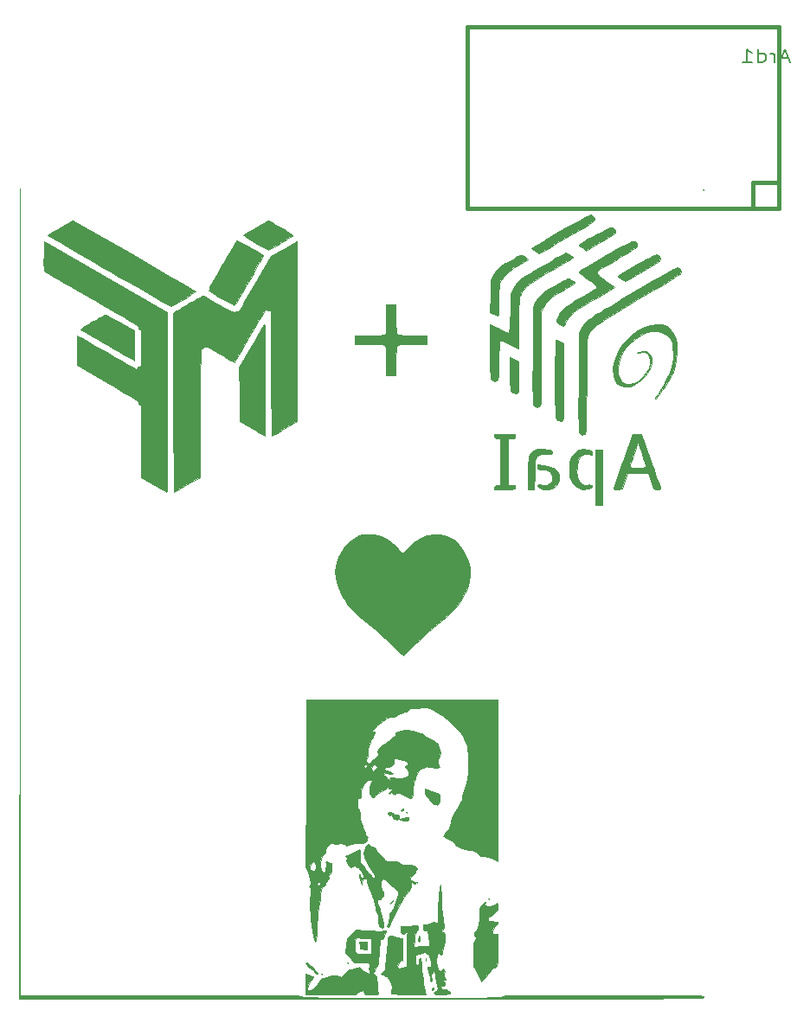
<source format=gbr>
G04 #@! TF.GenerationSoftware,KiCad,Pcbnew,(5.1.0)-1*
G04 #@! TF.CreationDate,2019-03-23T00:22:17+01:00*
G04 #@! TF.ProjectId,Schematic2,53636865-6d61-4746-9963-322e6b696361,rev?*
G04 #@! TF.SameCoordinates,Original*
G04 #@! TF.FileFunction,Legend,Bot*
G04 #@! TF.FilePolarity,Positive*
%FSLAX46Y46*%
G04 Gerber Fmt 4.6, Leading zero omitted, Abs format (unit mm)*
G04 Created by KiCad (PCBNEW (5.1.0)-1) date 2019-03-23 00:22:17*
%MOMM*%
%LPD*%
G04 APERTURE LIST*
%ADD10C,0.010000*%
%ADD11C,0.381000*%
%ADD12C,0.203200*%
G04 APERTURE END LIST*
D10*
G36*
X84852049Y-138530715D02*
G01*
X84878333Y-138895666D01*
X85608237Y-138948236D01*
X85581952Y-138583284D01*
X85555667Y-138218333D01*
X85190715Y-138192048D01*
X84825764Y-138165763D01*
X84852049Y-138530715D01*
X84852049Y-138530715D01*
G37*
X84852049Y-138530715D02*
X84878333Y-138895666D01*
X85608237Y-138948236D01*
X85581952Y-138583284D01*
X85555667Y-138218333D01*
X85190715Y-138192048D01*
X84825764Y-138165763D01*
X84852049Y-138530715D01*
G36*
X118448667Y-64558333D02*
G01*
X118491000Y-64600666D01*
X118533333Y-64558333D01*
X118491000Y-64516000D01*
X118448667Y-64558333D01*
X118448667Y-64558333D01*
G37*
X118448667Y-64558333D02*
X118491000Y-64600666D01*
X118533333Y-64558333D01*
X118491000Y-64516000D01*
X118448667Y-64558333D01*
G36*
X74713329Y-68249108D02*
G01*
X74310057Y-68483405D01*
X73958651Y-68690252D01*
X73685288Y-68854029D01*
X73516143Y-68959116D01*
X73474839Y-68988189D01*
X73526882Y-69043523D01*
X73698119Y-69164340D01*
X73959891Y-69333579D01*
X74283540Y-69534177D01*
X74640407Y-69749072D01*
X75001836Y-69961202D01*
X75339167Y-70153505D01*
X75623743Y-70308918D01*
X75826906Y-70410378D01*
X75915805Y-70441483D01*
X76011212Y-70400431D01*
X76224326Y-70288372D01*
X76527173Y-70120616D01*
X76891780Y-69912477D01*
X77046667Y-69822500D01*
X77437964Y-69594344D01*
X77787437Y-69391063D01*
X78063894Y-69230764D01*
X78236145Y-69131553D01*
X78265794Y-69114751D01*
X78324037Y-69064064D01*
X78307219Y-68999771D01*
X78195754Y-68903757D01*
X77970053Y-68757904D01*
X77715461Y-68605755D01*
X77323341Y-68376703D01*
X76906700Y-68136539D01*
X76539351Y-67927730D01*
X76448996Y-67877106D01*
X75893659Y-67567503D01*
X74713329Y-68249108D01*
X74713329Y-68249108D01*
G37*
X74713329Y-68249108D02*
X74310057Y-68483405D01*
X73958651Y-68690252D01*
X73685288Y-68854029D01*
X73516143Y-68959116D01*
X73474839Y-68988189D01*
X73526882Y-69043523D01*
X73698119Y-69164340D01*
X73959891Y-69333579D01*
X74283540Y-69534177D01*
X74640407Y-69749072D01*
X75001836Y-69961202D01*
X75339167Y-70153505D01*
X75623743Y-70308918D01*
X75826906Y-70410378D01*
X75915805Y-70441483D01*
X76011212Y-70400431D01*
X76224326Y-70288372D01*
X76527173Y-70120616D01*
X76891780Y-69912477D01*
X77046667Y-69822500D01*
X77437964Y-69594344D01*
X77787437Y-69391063D01*
X78063894Y-69230764D01*
X78236145Y-69131553D01*
X78265794Y-69114751D01*
X78324037Y-69064064D01*
X78307219Y-68999771D01*
X78195754Y-68903757D01*
X77970053Y-68757904D01*
X77715461Y-68605755D01*
X77323341Y-68376703D01*
X76906700Y-68136539D01*
X76539351Y-67927730D01*
X76448996Y-67877106D01*
X75893659Y-67567503D01*
X74713329Y-68249108D01*
G36*
X109382230Y-68279946D02*
G01*
X109151994Y-68385858D01*
X108830408Y-68544178D01*
X108445818Y-68740016D01*
X108026575Y-68958482D01*
X107601027Y-69184683D01*
X107197523Y-69403731D01*
X106844412Y-69600733D01*
X106570044Y-69760800D01*
X106427623Y-69851336D01*
X106326304Y-69929484D01*
X106311497Y-69996716D01*
X106400208Y-70089416D01*
X106609440Y-70243970D01*
X106611974Y-70245790D01*
X106982535Y-70511906D01*
X108370808Y-69719326D01*
X108812115Y-69462658D01*
X109203748Y-69225940D01*
X109521139Y-69024748D01*
X109739717Y-68874656D01*
X109834913Y-68791240D01*
X109834962Y-68791154D01*
X109848213Y-68618207D01*
X109759520Y-68424727D01*
X109611246Y-68278778D01*
X109492765Y-68241333D01*
X109382230Y-68279946D01*
X109382230Y-68279946D01*
G37*
X109382230Y-68279946D02*
X109151994Y-68385858D01*
X108830408Y-68544178D01*
X108445818Y-68740016D01*
X108026575Y-68958482D01*
X107601027Y-69184683D01*
X107197523Y-69403731D01*
X106844412Y-69600733D01*
X106570044Y-69760800D01*
X106427623Y-69851336D01*
X106326304Y-69929484D01*
X106311497Y-69996716D01*
X106400208Y-70089416D01*
X106609440Y-70243970D01*
X106611974Y-70245790D01*
X106982535Y-70511906D01*
X108370808Y-69719326D01*
X108812115Y-69462658D01*
X109203748Y-69225940D01*
X109521139Y-69024748D01*
X109739717Y-68874656D01*
X109834913Y-68791240D01*
X109834962Y-68791154D01*
X109848213Y-68618207D01*
X109759520Y-68424727D01*
X109611246Y-68278778D01*
X109492765Y-68241333D01*
X109382230Y-68279946D01*
G36*
X106912126Y-67278074D02*
G01*
X106375012Y-67556944D01*
X105733101Y-67904727D01*
X105024688Y-68299789D01*
X104288066Y-68720497D01*
X103561531Y-69145216D01*
X102883375Y-69552312D01*
X102844824Y-69575850D01*
X101676648Y-70289845D01*
X101998157Y-70533234D01*
X102204764Y-70675903D01*
X102361967Y-70760083D01*
X102404333Y-70770224D01*
X102494701Y-70727751D01*
X102714536Y-70609701D01*
X103046909Y-70425591D01*
X103474892Y-70184941D01*
X103981553Y-69897269D01*
X104549964Y-69572094D01*
X105156000Y-69223091D01*
X105886994Y-68799777D01*
X106482465Y-68450877D01*
X106953994Y-68166936D01*
X107313160Y-67938496D01*
X107571545Y-67756100D01*
X107740727Y-67610292D01*
X107832288Y-67491615D01*
X107857807Y-67390611D01*
X107828866Y-67297824D01*
X107757043Y-67203797D01*
X107700499Y-67145165D01*
X107525251Y-66969917D01*
X106912126Y-67278074D01*
X106912126Y-67278074D01*
G37*
X106912126Y-67278074D02*
X106375012Y-67556944D01*
X105733101Y-67904727D01*
X105024688Y-68299789D01*
X104288066Y-68720497D01*
X103561531Y-69145216D01*
X102883375Y-69552312D01*
X102844824Y-69575850D01*
X101676648Y-70289845D01*
X101998157Y-70533234D01*
X102204764Y-70675903D01*
X102361967Y-70760083D01*
X102404333Y-70770224D01*
X102494701Y-70727751D01*
X102714536Y-70609701D01*
X103046909Y-70425591D01*
X103474892Y-70184941D01*
X103981553Y-69897269D01*
X104549964Y-69572094D01*
X105156000Y-69223091D01*
X105886994Y-68799777D01*
X106482465Y-68450877D01*
X106953994Y-68166936D01*
X107313160Y-67938496D01*
X107571545Y-67756100D01*
X107740727Y-67610292D01*
X107832288Y-67491615D01*
X107857807Y-67390611D01*
X107828866Y-67297824D01*
X107757043Y-67203797D01*
X107700499Y-67145165D01*
X107525251Y-66969917D01*
X106912126Y-67278074D01*
G36*
X113740738Y-70972454D02*
G01*
X113464147Y-71094069D01*
X113226878Y-71215003D01*
X112816287Y-71433699D01*
X112364898Y-71679067D01*
X111897095Y-71937297D01*
X111437261Y-72194579D01*
X111009779Y-72437101D01*
X110639032Y-72651053D01*
X110349403Y-72822625D01*
X110165275Y-72938007D01*
X110110614Y-72980055D01*
X110149097Y-73059499D01*
X110289004Y-73182902D01*
X110481181Y-73316755D01*
X110676479Y-73427552D01*
X110825744Y-73481784D01*
X110848018Y-73482762D01*
X110950932Y-73439670D01*
X111176524Y-73323863D01*
X111501303Y-73148110D01*
X111901778Y-72925183D01*
X112354455Y-72667852D01*
X112479667Y-72595810D01*
X112946875Y-72322090D01*
X113370007Y-72066212D01*
X113724586Y-71843617D01*
X113986138Y-71669750D01*
X114130188Y-71560053D01*
X114143988Y-71545691D01*
X114239737Y-71319595D01*
X114193938Y-71096210D01*
X114041803Y-70948420D01*
X113923447Y-70927124D01*
X113740738Y-70972454D01*
X113740738Y-70972454D01*
G37*
X113740738Y-70972454D02*
X113464147Y-71094069D01*
X113226878Y-71215003D01*
X112816287Y-71433699D01*
X112364898Y-71679067D01*
X111897095Y-71937297D01*
X111437261Y-72194579D01*
X111009779Y-72437101D01*
X110639032Y-72651053D01*
X110349403Y-72822625D01*
X110165275Y-72938007D01*
X110110614Y-72980055D01*
X110149097Y-73059499D01*
X110289004Y-73182902D01*
X110481181Y-73316755D01*
X110676479Y-73427552D01*
X110825744Y-73481784D01*
X110848018Y-73482762D01*
X110950932Y-73439670D01*
X111176524Y-73323863D01*
X111501303Y-73148110D01*
X111901778Y-72925183D01*
X112354455Y-72667852D01*
X112479667Y-72595810D01*
X112946875Y-72322090D01*
X113370007Y-72066212D01*
X113724586Y-71843617D01*
X113986138Y-71669750D01*
X114130188Y-71560053D01*
X114143988Y-71545691D01*
X114239737Y-71319595D01*
X114193938Y-71096210D01*
X114041803Y-70948420D01*
X113923447Y-70927124D01*
X113740738Y-70972454D01*
G36*
X72812871Y-69565133D02*
G01*
X72754721Y-69653920D01*
X72622839Y-69871492D01*
X72427850Y-70199808D01*
X72180377Y-70620827D01*
X71891044Y-71116508D01*
X71570475Y-71668810D01*
X71377477Y-72002681D01*
X70989305Y-72678421D01*
X70681492Y-73222486D01*
X70447175Y-73648343D01*
X70279493Y-73969459D01*
X70171583Y-74199301D01*
X70116582Y-74351335D01*
X70107628Y-74439029D01*
X70121872Y-74466706D01*
X70236846Y-74547553D01*
X70462172Y-74687867D01*
X70767082Y-74870053D01*
X71120805Y-75076517D01*
X71492572Y-75289664D01*
X71851613Y-75491900D01*
X72167159Y-75665630D01*
X72408439Y-75793261D01*
X72544684Y-75857197D01*
X72560844Y-75861333D01*
X72636184Y-75793146D01*
X72767777Y-75612423D01*
X72930124Y-75354919D01*
X72968412Y-75289833D01*
X73361150Y-74612807D01*
X73745568Y-73948755D01*
X74112490Y-73313645D01*
X74452738Y-72723445D01*
X74757132Y-72194123D01*
X75016495Y-71741647D01*
X75221649Y-71381986D01*
X75363417Y-71131107D01*
X75432619Y-71004978D01*
X75438000Y-70993199D01*
X75367962Y-70931036D01*
X75177326Y-70808533D01*
X74895309Y-70641583D01*
X74551127Y-70446080D01*
X74173997Y-70237917D01*
X73793136Y-70032990D01*
X73437760Y-69847190D01*
X73137085Y-69696413D01*
X72920330Y-69596552D01*
X72816710Y-69563500D01*
X72812871Y-69565133D01*
X72812871Y-69565133D01*
G37*
X72812871Y-69565133D02*
X72754721Y-69653920D01*
X72622839Y-69871492D01*
X72427850Y-70199808D01*
X72180377Y-70620827D01*
X71891044Y-71116508D01*
X71570475Y-71668810D01*
X71377477Y-72002681D01*
X70989305Y-72678421D01*
X70681492Y-73222486D01*
X70447175Y-73648343D01*
X70279493Y-73969459D01*
X70171583Y-74199301D01*
X70116582Y-74351335D01*
X70107628Y-74439029D01*
X70121872Y-74466706D01*
X70236846Y-74547553D01*
X70462172Y-74687867D01*
X70767082Y-74870053D01*
X71120805Y-75076517D01*
X71492572Y-75289664D01*
X71851613Y-75491900D01*
X72167159Y-75665630D01*
X72408439Y-75793261D01*
X72544684Y-75857197D01*
X72560844Y-75861333D01*
X72636184Y-75793146D01*
X72767777Y-75612423D01*
X72930124Y-75354919D01*
X72968412Y-75289833D01*
X73361150Y-74612807D01*
X73745568Y-73948755D01*
X74112490Y-73313645D01*
X74452738Y-72723445D01*
X74757132Y-72194123D01*
X75016495Y-71741647D01*
X75221649Y-71381986D01*
X75363417Y-71131107D01*
X75432619Y-71004978D01*
X75438000Y-70993199D01*
X75367962Y-70931036D01*
X75177326Y-70808533D01*
X74895309Y-70641583D01*
X74551127Y-70446080D01*
X74173997Y-70237917D01*
X73793136Y-70032990D01*
X73437760Y-69847190D01*
X73137085Y-69696413D01*
X72920330Y-69596552D01*
X72816710Y-69563500D01*
X72812871Y-69565133D01*
G36*
X55580041Y-68260254D02*
G01*
X55174218Y-68496181D01*
X54825296Y-68704805D01*
X54557573Y-68871124D01*
X54395349Y-68980139D01*
X54357509Y-69014869D01*
X54428585Y-69066981D01*
X54633600Y-69195088D01*
X54959259Y-69391541D01*
X55392266Y-69648690D01*
X55919328Y-69958887D01*
X56527151Y-70314483D01*
X57202438Y-70707828D01*
X57931897Y-71131274D01*
X58702232Y-71577171D01*
X59500149Y-72037871D01*
X60312353Y-72505724D01*
X61125550Y-72973081D01*
X61926445Y-73432293D01*
X62701745Y-73875711D01*
X63438153Y-74295685D01*
X64122376Y-74684568D01*
X64741120Y-75034710D01*
X65281089Y-75338461D01*
X65728989Y-75588173D01*
X66071526Y-75776196D01*
X66295405Y-75894882D01*
X66387332Y-75936581D01*
X66387818Y-75936572D01*
X66498216Y-75892381D01*
X66726442Y-75776489D01*
X67044797Y-75603777D01*
X67425584Y-75389127D01*
X67673400Y-75245872D01*
X68063332Y-75012213D01*
X68389582Y-74804830D01*
X68629201Y-74639293D01*
X68759239Y-74531177D01*
X68774067Y-74499008D01*
X68691970Y-74447450D01*
X68474229Y-74317775D01*
X68131910Y-74116420D01*
X67676078Y-73849825D01*
X67117800Y-73524427D01*
X66468143Y-73146666D01*
X65738171Y-72722979D01*
X64938953Y-72259806D01*
X64081553Y-71763584D01*
X63177038Y-71240753D01*
X62754032Y-70996462D01*
X56801064Y-67559508D01*
X55580041Y-68260254D01*
X55580041Y-68260254D01*
G37*
X55580041Y-68260254D02*
X55174218Y-68496181D01*
X54825296Y-68704805D01*
X54557573Y-68871124D01*
X54395349Y-68980139D01*
X54357509Y-69014869D01*
X54428585Y-69066981D01*
X54633600Y-69195088D01*
X54959259Y-69391541D01*
X55392266Y-69648690D01*
X55919328Y-69958887D01*
X56527151Y-70314483D01*
X57202438Y-70707828D01*
X57931897Y-71131274D01*
X58702232Y-71577171D01*
X59500149Y-72037871D01*
X60312353Y-72505724D01*
X61125550Y-72973081D01*
X61926445Y-73432293D01*
X62701745Y-73875711D01*
X63438153Y-74295685D01*
X64122376Y-74684568D01*
X64741120Y-75034710D01*
X65281089Y-75338461D01*
X65728989Y-75588173D01*
X66071526Y-75776196D01*
X66295405Y-75894882D01*
X66387332Y-75936581D01*
X66387818Y-75936572D01*
X66498216Y-75892381D01*
X66726442Y-75776489D01*
X67044797Y-75603777D01*
X67425584Y-75389127D01*
X67673400Y-75245872D01*
X68063332Y-75012213D01*
X68389582Y-74804830D01*
X68629201Y-74639293D01*
X68759239Y-74531177D01*
X68774067Y-74499008D01*
X68691970Y-74447450D01*
X68474229Y-74317775D01*
X68131910Y-74116420D01*
X67676078Y-73849825D01*
X67117800Y-73524427D01*
X66468143Y-73146666D01*
X65738171Y-72722979D01*
X64938953Y-72259806D01*
X64081553Y-71763584D01*
X63177038Y-71240753D01*
X62754032Y-70996462D01*
X56801064Y-67559508D01*
X55580041Y-68260254D01*
G36*
X100561197Y-70989777D02*
G01*
X100340693Y-71093201D01*
X100061632Y-71240076D01*
X100009903Y-71268772D01*
X99681005Y-71451077D01*
X99362026Y-71625235D01*
X99121158Y-71754020D01*
X99118125Y-71755605D01*
X98632571Y-72064813D01*
X98255647Y-72444254D01*
X97953347Y-72912818D01*
X97663000Y-73448333D01*
X97635180Y-74988384D01*
X97607360Y-76528436D01*
X97949307Y-76702884D01*
X98174819Y-76808670D01*
X98341994Y-76870621D01*
X98379294Y-76877333D01*
X98415156Y-76793477D01*
X98441880Y-76544689D01*
X98459221Y-76135134D01*
X98466933Y-75568980D01*
X98467333Y-75380064D01*
X98469323Y-74825754D01*
X98477057Y-74411539D01*
X98493186Y-74108213D01*
X98520359Y-73886566D01*
X98561225Y-73717389D01*
X98618433Y-73571474D01*
X98634463Y-73537552D01*
X98927516Y-73097967D01*
X99384052Y-72648153D01*
X99998875Y-72192730D01*
X100483491Y-71894406D01*
X101356649Y-71390739D01*
X101068166Y-71170703D01*
X100866946Y-71033931D01*
X100711120Y-70956898D01*
X100679245Y-70950666D01*
X100561197Y-70989777D01*
X100561197Y-70989777D01*
G37*
X100561197Y-70989777D02*
X100340693Y-71093201D01*
X100061632Y-71240076D01*
X100009903Y-71268772D01*
X99681005Y-71451077D01*
X99362026Y-71625235D01*
X99121158Y-71754020D01*
X99118125Y-71755605D01*
X98632571Y-72064813D01*
X98255647Y-72444254D01*
X97953347Y-72912818D01*
X97663000Y-73448333D01*
X97635180Y-74988384D01*
X97607360Y-76528436D01*
X97949307Y-76702884D01*
X98174819Y-76808670D01*
X98341994Y-76870621D01*
X98379294Y-76877333D01*
X98415156Y-76793477D01*
X98441880Y-76544689D01*
X98459221Y-76135134D01*
X98466933Y-75568980D01*
X98467333Y-75380064D01*
X98469323Y-74825754D01*
X98477057Y-74411539D01*
X98493186Y-74108213D01*
X98520359Y-73886566D01*
X98561225Y-73717389D01*
X98618433Y-73571474D01*
X98634463Y-73537552D01*
X98927516Y-73097967D01*
X99384052Y-72648153D01*
X99998875Y-72192730D01*
X100483491Y-71894406D01*
X101356649Y-71390739D01*
X101068166Y-71170703D01*
X100866946Y-71033931D01*
X100711120Y-70956898D01*
X100679245Y-70950666D01*
X100561197Y-70989777D01*
G36*
X111511679Y-69635913D02*
G01*
X111257543Y-69748120D01*
X110906123Y-69921320D01*
X110477287Y-70144213D01*
X109990901Y-70405499D01*
X109466834Y-70693879D01*
X108924953Y-70998051D01*
X108385126Y-71306717D01*
X107867220Y-71608575D01*
X107391104Y-71892326D01*
X106976644Y-72146669D01*
X106643709Y-72360306D01*
X106412166Y-72521934D01*
X106301882Y-72620255D01*
X106296585Y-72640091D01*
X106379639Y-72715204D01*
X106572425Y-72865789D01*
X106846139Y-73069939D01*
X107169378Y-73303891D01*
X107596098Y-73623550D01*
X107873011Y-73866346D01*
X108000849Y-74032944D01*
X108010305Y-74068969D01*
X107989419Y-74146113D01*
X107904320Y-74242309D01*
X107737543Y-74369679D01*
X107471623Y-74540343D01*
X107089093Y-74766423D01*
X106624080Y-75031010D01*
X106003619Y-75386130D01*
X105514929Y-75681279D01*
X105138129Y-75931821D01*
X104853336Y-76153119D01*
X104640667Y-76360533D01*
X104480242Y-76569428D01*
X104359247Y-76780995D01*
X104193606Y-77121367D01*
X104108582Y-77347869D01*
X104105193Y-77496091D01*
X104184462Y-77601623D01*
X104347409Y-77700057D01*
X104386187Y-77720013D01*
X104647884Y-77844207D01*
X104801879Y-77879090D01*
X104886709Y-77820721D01*
X104940911Y-77665158D01*
X104941399Y-77663216D01*
X105067683Y-77373814D01*
X105297830Y-77035730D01*
X105596413Y-76696574D01*
X105804952Y-76502730D01*
X105968753Y-76383566D01*
X106255350Y-76196427D01*
X106640055Y-75956535D01*
X107098180Y-75679116D01*
X107605037Y-75379392D01*
X107969906Y-75167748D01*
X109810145Y-74108963D01*
X108921375Y-73482314D01*
X108544843Y-73211508D01*
X108290388Y-73012808D01*
X108137595Y-72866839D01*
X108066048Y-72754223D01*
X108054803Y-72659881D01*
X108086355Y-72584822D01*
X108175638Y-72489277D01*
X108337782Y-72363166D01*
X108587918Y-72196406D01*
X108941175Y-71978917D01*
X109412685Y-71700616D01*
X110017576Y-71351423D01*
X110024333Y-71347548D01*
X110634345Y-70995303D01*
X111110383Y-70714016D01*
X111467284Y-70493832D01*
X111719881Y-70324901D01*
X111883010Y-70197369D01*
X111971505Y-70101385D01*
X111999333Y-70035839D01*
X111966106Y-69793520D01*
X111813309Y-69634437D01*
X111648663Y-69596000D01*
X111511679Y-69635913D01*
X111511679Y-69635913D01*
G37*
X111511679Y-69635913D02*
X111257543Y-69748120D01*
X110906123Y-69921320D01*
X110477287Y-70144213D01*
X109990901Y-70405499D01*
X109466834Y-70693879D01*
X108924953Y-70998051D01*
X108385126Y-71306717D01*
X107867220Y-71608575D01*
X107391104Y-71892326D01*
X106976644Y-72146669D01*
X106643709Y-72360306D01*
X106412166Y-72521934D01*
X106301882Y-72620255D01*
X106296585Y-72640091D01*
X106379639Y-72715204D01*
X106572425Y-72865789D01*
X106846139Y-73069939D01*
X107169378Y-73303891D01*
X107596098Y-73623550D01*
X107873011Y-73866346D01*
X108000849Y-74032944D01*
X108010305Y-74068969D01*
X107989419Y-74146113D01*
X107904320Y-74242309D01*
X107737543Y-74369679D01*
X107471623Y-74540343D01*
X107089093Y-74766423D01*
X106624080Y-75031010D01*
X106003619Y-75386130D01*
X105514929Y-75681279D01*
X105138129Y-75931821D01*
X104853336Y-76153119D01*
X104640667Y-76360533D01*
X104480242Y-76569428D01*
X104359247Y-76780995D01*
X104193606Y-77121367D01*
X104108582Y-77347869D01*
X104105193Y-77496091D01*
X104184462Y-77601623D01*
X104347409Y-77700057D01*
X104386187Y-77720013D01*
X104647884Y-77844207D01*
X104801879Y-77879090D01*
X104886709Y-77820721D01*
X104940911Y-77665158D01*
X104941399Y-77663216D01*
X105067683Y-77373814D01*
X105297830Y-77035730D01*
X105596413Y-76696574D01*
X105804952Y-76502730D01*
X105968753Y-76383566D01*
X106255350Y-76196427D01*
X106640055Y-75956535D01*
X107098180Y-75679116D01*
X107605037Y-75379392D01*
X107969906Y-75167748D01*
X109810145Y-74108963D01*
X108921375Y-73482314D01*
X108544843Y-73211508D01*
X108290388Y-73012808D01*
X108137595Y-72866839D01*
X108066048Y-72754223D01*
X108054803Y-72659881D01*
X108086355Y-72584822D01*
X108175638Y-72489277D01*
X108337782Y-72363166D01*
X108587918Y-72196406D01*
X108941175Y-71978917D01*
X109412685Y-71700616D01*
X110017576Y-71351423D01*
X110024333Y-71347548D01*
X110634345Y-70995303D01*
X111110383Y-70714016D01*
X111467284Y-70493832D01*
X111719881Y-70324901D01*
X111883010Y-70197369D01*
X111971505Y-70101385D01*
X111999333Y-70035839D01*
X111966106Y-69793520D01*
X111813309Y-69634437D01*
X111648663Y-69596000D01*
X111511679Y-69635913D01*
G36*
X59885704Y-76833576D02*
G01*
X59670913Y-76941871D01*
X59378343Y-77102181D01*
X59036639Y-77297449D01*
X58674448Y-77510617D01*
X58320416Y-77724628D01*
X58003187Y-77922423D01*
X57751407Y-78086946D01*
X57593722Y-78201138D01*
X57555535Y-78246440D01*
X57639498Y-78300198D01*
X57849494Y-78426176D01*
X58164690Y-78612303D01*
X58564258Y-78846508D01*
X59027364Y-79116719D01*
X59533179Y-79410867D01*
X60060871Y-79716880D01*
X60589609Y-80022687D01*
X61098563Y-80316217D01*
X61566901Y-80585399D01*
X61973792Y-80818162D01*
X62298405Y-81002436D01*
X62519910Y-81126149D01*
X62591847Y-81164836D01*
X62826693Y-81286430D01*
X62780333Y-78369654D01*
X61425667Y-77582849D01*
X60992590Y-77333537D01*
X60608401Y-77116578D01*
X60297529Y-76945426D01*
X60084404Y-76833538D01*
X59994072Y-76794355D01*
X59885704Y-76833576D01*
X59885704Y-76833576D01*
G37*
X59885704Y-76833576D02*
X59670913Y-76941871D01*
X59378343Y-77102181D01*
X59036639Y-77297449D01*
X58674448Y-77510617D01*
X58320416Y-77724628D01*
X58003187Y-77922423D01*
X57751407Y-78086946D01*
X57593722Y-78201138D01*
X57555535Y-78246440D01*
X57639498Y-78300198D01*
X57849494Y-78426176D01*
X58164690Y-78612303D01*
X58564258Y-78846508D01*
X59027364Y-79116719D01*
X59533179Y-79410867D01*
X60060871Y-79716880D01*
X60589609Y-80022687D01*
X61098563Y-80316217D01*
X61566901Y-80585399D01*
X61973792Y-80818162D01*
X62298405Y-81002436D01*
X62519910Y-81126149D01*
X62591847Y-81164836D01*
X62826693Y-81286430D01*
X62780333Y-78369654D01*
X61425667Y-77582849D01*
X60992590Y-77333537D01*
X60608401Y-77116578D01*
X60297529Y-76945426D01*
X60084404Y-76833538D01*
X59994072Y-76794355D01*
X59885704Y-76833576D01*
G36*
X87460667Y-77179714D02*
G01*
X87457552Y-77729280D01*
X87447007Y-78132276D01*
X87427234Y-78411371D01*
X87396432Y-78589236D01*
X87352804Y-78688539D01*
X87339714Y-78703714D01*
X87256472Y-78750822D01*
X87100321Y-78784654D01*
X86848594Y-78807009D01*
X86478620Y-78819687D01*
X85967729Y-78824486D01*
X85815714Y-78824666D01*
X84412667Y-78824666D01*
X84412667Y-79671333D01*
X85815714Y-79671333D01*
X86365280Y-79674448D01*
X86768276Y-79684993D01*
X87047372Y-79704766D01*
X87225237Y-79735567D01*
X87324540Y-79779196D01*
X87339714Y-79792285D01*
X87386822Y-79875528D01*
X87420654Y-80031678D01*
X87443010Y-80283406D01*
X87455688Y-80653380D01*
X87460487Y-81164271D01*
X87460667Y-81316285D01*
X87460667Y-82719333D01*
X88392000Y-82719333D01*
X88392000Y-81316285D01*
X88395115Y-80766719D01*
X88405660Y-80363723D01*
X88425433Y-80084628D01*
X88456235Y-79906763D01*
X88499863Y-79807460D01*
X88512953Y-79792285D01*
X88596195Y-79745177D01*
X88752346Y-79711345D01*
X89004073Y-79688990D01*
X89374047Y-79676312D01*
X89884938Y-79671513D01*
X90036953Y-79671333D01*
X91440000Y-79671333D01*
X91440000Y-78824666D01*
X90036953Y-78824666D01*
X89487387Y-78821551D01*
X89084391Y-78811006D01*
X88805295Y-78791233D01*
X88627430Y-78760432D01*
X88528127Y-78716803D01*
X88512953Y-78703714D01*
X88465845Y-78620471D01*
X88432013Y-78464321D01*
X88409657Y-78212593D01*
X88396979Y-77842619D01*
X88392180Y-77331728D01*
X88392000Y-77179714D01*
X88392000Y-75776666D01*
X87460667Y-75776666D01*
X87460667Y-77179714D01*
X87460667Y-77179714D01*
G37*
X87460667Y-77179714D02*
X87457552Y-77729280D01*
X87447007Y-78132276D01*
X87427234Y-78411371D01*
X87396432Y-78589236D01*
X87352804Y-78688539D01*
X87339714Y-78703714D01*
X87256472Y-78750822D01*
X87100321Y-78784654D01*
X86848594Y-78807009D01*
X86478620Y-78819687D01*
X85967729Y-78824486D01*
X85815714Y-78824666D01*
X84412667Y-78824666D01*
X84412667Y-79671333D01*
X85815714Y-79671333D01*
X86365280Y-79674448D01*
X86768276Y-79684993D01*
X87047372Y-79704766D01*
X87225237Y-79735567D01*
X87324540Y-79779196D01*
X87339714Y-79792285D01*
X87386822Y-79875528D01*
X87420654Y-80031678D01*
X87443010Y-80283406D01*
X87455688Y-80653380D01*
X87460487Y-81164271D01*
X87460667Y-81316285D01*
X87460667Y-82719333D01*
X88392000Y-82719333D01*
X88392000Y-81316285D01*
X88395115Y-80766719D01*
X88405660Y-80363723D01*
X88425433Y-80084628D01*
X88456235Y-79906763D01*
X88499863Y-79807460D01*
X88512953Y-79792285D01*
X88596195Y-79745177D01*
X88752346Y-79711345D01*
X89004073Y-79688990D01*
X89374047Y-79676312D01*
X89884938Y-79671513D01*
X90036953Y-79671333D01*
X91440000Y-79671333D01*
X91440000Y-78824666D01*
X90036953Y-78824666D01*
X89487387Y-78821551D01*
X89084391Y-78811006D01*
X88805295Y-78791233D01*
X88627430Y-78760432D01*
X88528127Y-78716803D01*
X88512953Y-78703714D01*
X88465845Y-78620471D01*
X88432013Y-78464321D01*
X88409657Y-78212593D01*
X88396979Y-77842619D01*
X88392180Y-77331728D01*
X88392000Y-77179714D01*
X88392000Y-75776666D01*
X87460667Y-75776666D01*
X87460667Y-77179714D01*
G36*
X104969908Y-70746931D02*
G01*
X104760399Y-70857386D01*
X104448335Y-71032132D01*
X104054746Y-71259270D01*
X103600663Y-71526901D01*
X103320162Y-71694612D01*
X102814337Y-71996630D01*
X102332520Y-72280703D01*
X101901893Y-72531083D01*
X101549639Y-72732020D01*
X101302940Y-72867766D01*
X101234662Y-72902871D01*
X100666505Y-73251869D01*
X100226451Y-73689000D01*
X99889697Y-74231972D01*
X99611615Y-74796836D01*
X99580077Y-76614862D01*
X99564290Y-77303549D01*
X99543309Y-77831574D01*
X99516537Y-78207547D01*
X99483376Y-78440077D01*
X99446697Y-78534731D01*
X99366656Y-78563530D01*
X99220284Y-78534671D01*
X98983757Y-78439724D01*
X98633248Y-78270255D01*
X98482761Y-78193588D01*
X97620667Y-77750602D01*
X97620667Y-80398253D01*
X97621591Y-81150343D01*
X97624931Y-81750889D01*
X97631537Y-82217672D01*
X97642260Y-82568476D01*
X97657952Y-82821081D01*
X97679462Y-82993270D01*
X97707642Y-83102825D01*
X97743342Y-83167528D01*
X97753714Y-83178952D01*
X97970813Y-83300641D01*
X98189743Y-83261585D01*
X98335533Y-83123827D01*
X98381337Y-83031924D01*
X98415546Y-82889946D01*
X98439697Y-82675283D01*
X98455331Y-82365320D01*
X98463986Y-81937446D01*
X98467199Y-81369048D01*
X98467333Y-81186861D01*
X98470267Y-80549486D01*
X98479683Y-80065375D01*
X98496508Y-79718550D01*
X98521667Y-79493034D01*
X98556086Y-79372848D01*
X98573740Y-79349758D01*
X98673182Y-79333295D01*
X98864493Y-79387014D01*
X99165584Y-79517488D01*
X99547406Y-79707089D01*
X100414667Y-80152730D01*
X100415494Y-77689532D01*
X100416142Y-76977812D01*
X100418536Y-76414072D01*
X100424153Y-75976957D01*
X100434470Y-75645113D01*
X100450961Y-75397186D01*
X100475104Y-75211822D01*
X100508375Y-75067668D01*
X100552249Y-74943368D01*
X100608202Y-74817570D01*
X100615029Y-74803000D01*
X100757344Y-74542176D01*
X100940767Y-74293025D01*
X101181343Y-74043110D01*
X101495122Y-73779998D01*
X101898151Y-73491254D01*
X102406478Y-73164445D01*
X103036152Y-72787134D01*
X103735191Y-72385414D01*
X104262432Y-72085071D01*
X104738024Y-71811352D01*
X105143006Y-71575398D01*
X105458416Y-71388347D01*
X105665295Y-71261339D01*
X105744681Y-71205514D01*
X105744976Y-71204666D01*
X105683198Y-71141431D01*
X105530296Y-71023257D01*
X105337584Y-70886776D01*
X105156375Y-70768624D01*
X105055828Y-70712664D01*
X104969908Y-70746931D01*
X104969908Y-70746931D01*
G37*
X104969908Y-70746931D02*
X104760399Y-70857386D01*
X104448335Y-71032132D01*
X104054746Y-71259270D01*
X103600663Y-71526901D01*
X103320162Y-71694612D01*
X102814337Y-71996630D01*
X102332520Y-72280703D01*
X101901893Y-72531083D01*
X101549639Y-72732020D01*
X101302940Y-72867766D01*
X101234662Y-72902871D01*
X100666505Y-73251869D01*
X100226451Y-73689000D01*
X99889697Y-74231972D01*
X99611615Y-74796836D01*
X99580077Y-76614862D01*
X99564290Y-77303549D01*
X99543309Y-77831574D01*
X99516537Y-78207547D01*
X99483376Y-78440077D01*
X99446697Y-78534731D01*
X99366656Y-78563530D01*
X99220284Y-78534671D01*
X98983757Y-78439724D01*
X98633248Y-78270255D01*
X98482761Y-78193588D01*
X97620667Y-77750602D01*
X97620667Y-80398253D01*
X97621591Y-81150343D01*
X97624931Y-81750889D01*
X97631537Y-82217672D01*
X97642260Y-82568476D01*
X97657952Y-82821081D01*
X97679462Y-82993270D01*
X97707642Y-83102825D01*
X97743342Y-83167528D01*
X97753714Y-83178952D01*
X97970813Y-83300641D01*
X98189743Y-83261585D01*
X98335533Y-83123827D01*
X98381337Y-83031924D01*
X98415546Y-82889946D01*
X98439697Y-82675283D01*
X98455331Y-82365320D01*
X98463986Y-81937446D01*
X98467199Y-81369048D01*
X98467333Y-81186861D01*
X98470267Y-80549486D01*
X98479683Y-80065375D01*
X98496508Y-79718550D01*
X98521667Y-79493034D01*
X98556086Y-79372848D01*
X98573740Y-79349758D01*
X98673182Y-79333295D01*
X98864493Y-79387014D01*
X99165584Y-79517488D01*
X99547406Y-79707089D01*
X100414667Y-80152730D01*
X100415494Y-77689532D01*
X100416142Y-76977812D01*
X100418536Y-76414072D01*
X100424153Y-75976957D01*
X100434470Y-75645113D01*
X100450961Y-75397186D01*
X100475104Y-75211822D01*
X100508375Y-75067668D01*
X100552249Y-74943368D01*
X100608202Y-74817570D01*
X100615029Y-74803000D01*
X100757344Y-74542176D01*
X100940767Y-74293025D01*
X101181343Y-74043110D01*
X101495122Y-73779998D01*
X101898151Y-73491254D01*
X102406478Y-73164445D01*
X103036152Y-72787134D01*
X103735191Y-72385414D01*
X104262432Y-72085071D01*
X104738024Y-71811352D01*
X105143006Y-71575398D01*
X105458416Y-71388347D01*
X105665295Y-71261339D01*
X105744681Y-71205514D01*
X105744976Y-71204666D01*
X105683198Y-71141431D01*
X105530296Y-71023257D01*
X105337584Y-70886776D01*
X105156375Y-70768624D01*
X105055828Y-70712664D01*
X104969908Y-70746931D01*
G36*
X99568000Y-82529734D02*
G01*
X99570353Y-83112058D01*
X99578584Y-83548890D01*
X99594458Y-83864020D01*
X99619735Y-84081238D01*
X99656178Y-84224337D01*
X99699801Y-84309161D01*
X99887406Y-84458852D01*
X100115743Y-84490404D01*
X100313067Y-84395733D01*
X100355039Y-84285544D01*
X100385337Y-84043805D01*
X100404669Y-83659620D01*
X100413742Y-83122096D01*
X100414667Y-82830826D01*
X100414667Y-81367519D01*
X99991333Y-81153000D01*
X99568000Y-80938480D01*
X99568000Y-82529734D01*
X99568000Y-82529734D01*
G37*
X99568000Y-82529734D02*
X99570353Y-83112058D01*
X99578584Y-83548890D01*
X99594458Y-83864020D01*
X99619735Y-84081238D01*
X99656178Y-84224337D01*
X99699801Y-84309161D01*
X99887406Y-84458852D01*
X100115743Y-84490404D01*
X100313067Y-84395733D01*
X100355039Y-84285544D01*
X100385337Y-84043805D01*
X100404669Y-83659620D01*
X100413742Y-83122096D01*
X100414667Y-82830826D01*
X100414667Y-81367519D01*
X99991333Y-81153000D01*
X99568000Y-80938480D01*
X99568000Y-82529734D01*
G36*
X113332216Y-77785926D02*
G01*
X112717438Y-77991188D01*
X112095383Y-78310100D01*
X111487644Y-78735804D01*
X111014239Y-79160640D01*
X110570897Y-79682750D01*
X110204251Y-80271856D01*
X109922782Y-80898716D01*
X109734973Y-81534084D01*
X109649304Y-82148718D01*
X109674257Y-82713372D01*
X109818315Y-83198803D01*
X109833833Y-83230560D01*
X109968547Y-83461082D01*
X110121093Y-83606003D01*
X110352650Y-83715050D01*
X110487432Y-83761868D01*
X110795695Y-83849454D01*
X111034914Y-83870209D01*
X111289025Y-83829897D01*
X111330412Y-83819747D01*
X111836005Y-83612450D01*
X112324000Y-83262419D01*
X112766347Y-82795931D01*
X113134999Y-82239262D01*
X113240197Y-82030627D01*
X113411399Y-81541557D01*
X113433074Y-81121044D01*
X113304181Y-80756252D01*
X113118048Y-80521381D01*
X112880347Y-80390087D01*
X112567493Y-80353532D01*
X112246285Y-80414134D01*
X112098667Y-80484514D01*
X111983112Y-80564209D01*
X112017420Y-80570753D01*
X112056333Y-80558978D01*
X112265555Y-80503980D01*
X112486027Y-80459788D01*
X112777949Y-80483385D01*
X113013917Y-80640286D01*
X113181789Y-80900225D01*
X113269425Y-81232940D01*
X113264685Y-81608167D01*
X113155427Y-81995641D01*
X113127015Y-82057617D01*
X112935928Y-82379167D01*
X112674286Y-82726731D01*
X112382061Y-83054779D01*
X112099225Y-83317776D01*
X111901848Y-83453213D01*
X111657699Y-83535627D01*
X111341982Y-83587834D01*
X111193371Y-83596386D01*
X110902893Y-83585002D01*
X110704696Y-83523399D01*
X110523545Y-83386089D01*
X110496062Y-83360141D01*
X110258340Y-83020836D01*
X110124308Y-82577833D01*
X110094374Y-82061625D01*
X110168949Y-81502703D01*
X110348441Y-80931560D01*
X110460150Y-80685462D01*
X110810713Y-80129982D01*
X111273791Y-79611500D01*
X111814855Y-79156123D01*
X112399377Y-78789956D01*
X112992828Y-78539107D01*
X113427643Y-78441766D01*
X113995382Y-78441176D01*
X114501867Y-78579064D01*
X114925683Y-78842880D01*
X115245417Y-79220073D01*
X115415370Y-79606721D01*
X115491572Y-80011384D01*
X115523886Y-80513582D01*
X115513609Y-81047978D01*
X115462038Y-81549237D01*
X115370471Y-81952024D01*
X115368680Y-81957333D01*
X115161379Y-82495971D01*
X114895201Y-83082506D01*
X114598512Y-83660827D01*
X114299679Y-84174822D01*
X114091155Y-84484424D01*
X113879224Y-84784215D01*
X113763156Y-84973174D01*
X113742881Y-85044770D01*
X113818331Y-84992468D01*
X113989436Y-84809736D01*
X114093309Y-84688354D01*
X114476070Y-84214365D01*
X114775477Y-83795365D01*
X115032005Y-83370842D01*
X115239356Y-82974953D01*
X115514977Y-82360062D01*
X115700329Y-81780646D01*
X115809214Y-81176285D01*
X115855436Y-80486558D01*
X115859088Y-80262293D01*
X115859820Y-79835219D01*
X115848981Y-79530338D01*
X115818247Y-79300539D01*
X115759294Y-79098712D01*
X115663798Y-78877748D01*
X115586180Y-78717773D01*
X115403516Y-78381257D01*
X115228150Y-78153459D01*
X115015921Y-77981773D01*
X114917001Y-77920642D01*
X114453588Y-77743793D01*
X113918130Y-77701175D01*
X113332216Y-77785926D01*
X113332216Y-77785926D01*
G37*
X113332216Y-77785926D02*
X112717438Y-77991188D01*
X112095383Y-78310100D01*
X111487644Y-78735804D01*
X111014239Y-79160640D01*
X110570897Y-79682750D01*
X110204251Y-80271856D01*
X109922782Y-80898716D01*
X109734973Y-81534084D01*
X109649304Y-82148718D01*
X109674257Y-82713372D01*
X109818315Y-83198803D01*
X109833833Y-83230560D01*
X109968547Y-83461082D01*
X110121093Y-83606003D01*
X110352650Y-83715050D01*
X110487432Y-83761868D01*
X110795695Y-83849454D01*
X111034914Y-83870209D01*
X111289025Y-83829897D01*
X111330412Y-83819747D01*
X111836005Y-83612450D01*
X112324000Y-83262419D01*
X112766347Y-82795931D01*
X113134999Y-82239262D01*
X113240197Y-82030627D01*
X113411399Y-81541557D01*
X113433074Y-81121044D01*
X113304181Y-80756252D01*
X113118048Y-80521381D01*
X112880347Y-80390087D01*
X112567493Y-80353532D01*
X112246285Y-80414134D01*
X112098667Y-80484514D01*
X111983112Y-80564209D01*
X112017420Y-80570753D01*
X112056333Y-80558978D01*
X112265555Y-80503980D01*
X112486027Y-80459788D01*
X112777949Y-80483385D01*
X113013917Y-80640286D01*
X113181789Y-80900225D01*
X113269425Y-81232940D01*
X113264685Y-81608167D01*
X113155427Y-81995641D01*
X113127015Y-82057617D01*
X112935928Y-82379167D01*
X112674286Y-82726731D01*
X112382061Y-83054779D01*
X112099225Y-83317776D01*
X111901848Y-83453213D01*
X111657699Y-83535627D01*
X111341982Y-83587834D01*
X111193371Y-83596386D01*
X110902893Y-83585002D01*
X110704696Y-83523399D01*
X110523545Y-83386089D01*
X110496062Y-83360141D01*
X110258340Y-83020836D01*
X110124308Y-82577833D01*
X110094374Y-82061625D01*
X110168949Y-81502703D01*
X110348441Y-80931560D01*
X110460150Y-80685462D01*
X110810713Y-80129982D01*
X111273791Y-79611500D01*
X111814855Y-79156123D01*
X112399377Y-78789956D01*
X112992828Y-78539107D01*
X113427643Y-78441766D01*
X113995382Y-78441176D01*
X114501867Y-78579064D01*
X114925683Y-78842880D01*
X115245417Y-79220073D01*
X115415370Y-79606721D01*
X115491572Y-80011384D01*
X115523886Y-80513582D01*
X115513609Y-81047978D01*
X115462038Y-81549237D01*
X115370471Y-81952024D01*
X115368680Y-81957333D01*
X115161379Y-82495971D01*
X114895201Y-83082506D01*
X114598512Y-83660827D01*
X114299679Y-84174822D01*
X114091155Y-84484424D01*
X113879224Y-84784215D01*
X113763156Y-84973174D01*
X113742881Y-85044770D01*
X113818331Y-84992468D01*
X113989436Y-84809736D01*
X114093309Y-84688354D01*
X114476070Y-84214365D01*
X114775477Y-83795365D01*
X115032005Y-83370842D01*
X115239356Y-82974953D01*
X115514977Y-82360062D01*
X115700329Y-81780646D01*
X115809214Y-81176285D01*
X115855436Y-80486558D01*
X115859088Y-80262293D01*
X115859820Y-79835219D01*
X115848981Y-79530338D01*
X115818247Y-79300539D01*
X115759294Y-79098712D01*
X115663798Y-78877748D01*
X115586180Y-78717773D01*
X115403516Y-78381257D01*
X115228150Y-78153459D01*
X115015921Y-77981773D01*
X114917001Y-77920642D01*
X114453588Y-77743793D01*
X113918130Y-77701175D01*
X113332216Y-77785926D01*
G36*
X105134175Y-73278153D02*
G01*
X104924927Y-73387511D01*
X104658632Y-73542083D01*
X104628325Y-73560494D01*
X104272350Y-73770344D01*
X103857320Y-74004306D01*
X103488604Y-74203475D01*
X102919779Y-74547153D01*
X102489734Y-74918214D01*
X102167930Y-75345988D01*
X102032706Y-75601696D01*
X101811667Y-76073000D01*
X101787197Y-80826149D01*
X101782288Y-81851274D01*
X101779165Y-82720273D01*
X101778130Y-83446346D01*
X101779486Y-84042696D01*
X101783535Y-84522523D01*
X101790578Y-84899027D01*
X101800918Y-85185411D01*
X101814857Y-85394873D01*
X101832697Y-85540617D01*
X101854739Y-85635842D01*
X101881287Y-85693749D01*
X101899078Y-85715649D01*
X102123882Y-85839660D01*
X102361434Y-85806849D01*
X102482953Y-85718952D01*
X102512309Y-85674622D01*
X102537072Y-85596269D01*
X102557622Y-85470502D01*
X102574339Y-85283933D01*
X102587603Y-85023174D01*
X102597796Y-84674835D01*
X102605297Y-84225528D01*
X102610487Y-83661865D01*
X102613747Y-82970455D01*
X102615456Y-82137911D01*
X102615996Y-81150844D01*
X102616000Y-81036576D01*
X102616000Y-76487247D01*
X102834304Y-76049169D01*
X103040104Y-75711997D01*
X103322219Y-75388999D01*
X103701034Y-75062795D01*
X104196936Y-74716005D01*
X104830310Y-74331249D01*
X104889067Y-74297426D01*
X105259358Y-74081955D01*
X105570330Y-73895176D01*
X105795582Y-73753397D01*
X105908717Y-73672928D01*
X105916952Y-73662426D01*
X105850491Y-73588899D01*
X105691322Y-73473484D01*
X105496921Y-73352508D01*
X105324766Y-73262300D01*
X105243345Y-73236666D01*
X105134175Y-73278153D01*
X105134175Y-73278153D01*
G37*
X105134175Y-73278153D02*
X104924927Y-73387511D01*
X104658632Y-73542083D01*
X104628325Y-73560494D01*
X104272350Y-73770344D01*
X103857320Y-74004306D01*
X103488604Y-74203475D01*
X102919779Y-74547153D01*
X102489734Y-74918214D01*
X102167930Y-75345988D01*
X102032706Y-75601696D01*
X101811667Y-76073000D01*
X101787197Y-80826149D01*
X101782288Y-81851274D01*
X101779165Y-82720273D01*
X101778130Y-83446346D01*
X101779486Y-84042696D01*
X101783535Y-84522523D01*
X101790578Y-84899027D01*
X101800918Y-85185411D01*
X101814857Y-85394873D01*
X101832697Y-85540617D01*
X101854739Y-85635842D01*
X101881287Y-85693749D01*
X101899078Y-85715649D01*
X102123882Y-85839660D01*
X102361434Y-85806849D01*
X102482953Y-85718952D01*
X102512309Y-85674622D01*
X102537072Y-85596269D01*
X102557622Y-85470502D01*
X102574339Y-85283933D01*
X102587603Y-85023174D01*
X102597796Y-84674835D01*
X102605297Y-84225528D01*
X102610487Y-83661865D01*
X102613747Y-82970455D01*
X102615456Y-82137911D01*
X102615996Y-81150844D01*
X102616000Y-81036576D01*
X102616000Y-76487247D01*
X102834304Y-76049169D01*
X103040104Y-75711997D01*
X103322219Y-75388999D01*
X103701034Y-75062795D01*
X104196936Y-74716005D01*
X104830310Y-74331249D01*
X104889067Y-74297426D01*
X105259358Y-74081955D01*
X105570330Y-73895176D01*
X105795582Y-73753397D01*
X105908717Y-73672928D01*
X105916952Y-73662426D01*
X105850491Y-73588899D01*
X105691322Y-73473484D01*
X105496921Y-73352508D01*
X105324766Y-73262300D01*
X105243345Y-73236666D01*
X105134175Y-73278153D01*
G36*
X104034748Y-79325388D02*
G01*
X104014670Y-79559025D01*
X103998420Y-79951123D01*
X103985948Y-80503890D01*
X103977202Y-81219536D01*
X103972131Y-82100273D01*
X103970667Y-83039161D01*
X103971276Y-83954030D01*
X103973434Y-84714448D01*
X103977632Y-85335289D01*
X103984363Y-85831433D01*
X103994120Y-86217756D01*
X104007396Y-86509135D01*
X104024683Y-86720449D01*
X104046475Y-86866574D01*
X104073263Y-86962387D01*
X104102468Y-87018494D01*
X104290073Y-87168186D01*
X104518410Y-87199738D01*
X104715733Y-87105066D01*
X104741887Y-87033304D01*
X104763621Y-86867746D01*
X104781224Y-86597610D01*
X104794983Y-86212114D01*
X104805186Y-85700474D01*
X104812120Y-85051909D01*
X104816073Y-84255635D01*
X104817333Y-83300869D01*
X104817333Y-79590108D01*
X104482040Y-79419054D01*
X104258459Y-79314434D01*
X104093387Y-79253958D01*
X104058706Y-79248000D01*
X104034748Y-79325388D01*
X104034748Y-79325388D01*
G37*
X104034748Y-79325388D02*
X104014670Y-79559025D01*
X103998420Y-79951123D01*
X103985948Y-80503890D01*
X103977202Y-81219536D01*
X103972131Y-82100273D01*
X103970667Y-83039161D01*
X103971276Y-83954030D01*
X103973434Y-84714448D01*
X103977632Y-85335289D01*
X103984363Y-85831433D01*
X103994120Y-86217756D01*
X104007396Y-86509135D01*
X104024683Y-86720449D01*
X104046475Y-86866574D01*
X104073263Y-86962387D01*
X104102468Y-87018494D01*
X104290073Y-87168186D01*
X104518410Y-87199738D01*
X104715733Y-87105066D01*
X104741887Y-87033304D01*
X104763621Y-86867746D01*
X104781224Y-86597610D01*
X104794983Y-86212114D01*
X104805186Y-85700474D01*
X104812120Y-85051909D01*
X104816073Y-84255635D01*
X104817333Y-83300869D01*
X104817333Y-79590108D01*
X104482040Y-79419054D01*
X104258459Y-79314434D01*
X104093387Y-79253958D01*
X104058706Y-79248000D01*
X104034748Y-79325388D01*
G36*
X115791328Y-72220739D02*
G01*
X115549893Y-72326179D01*
X115249785Y-72483906D01*
X114663686Y-72807362D01*
X114070005Y-73142528D01*
X113444511Y-73503616D01*
X112762972Y-73904835D01*
X112001158Y-74360395D01*
X111134838Y-74884509D01*
X110574667Y-75225671D01*
X109985105Y-75584854D01*
X109412061Y-75932885D01*
X108879773Y-76255127D01*
X108412478Y-76536941D01*
X108034411Y-76763689D01*
X107769809Y-76920732D01*
X107719772Y-76949977D01*
X107296809Y-77223308D01*
X106979166Y-77506791D01*
X106715021Y-77854853D01*
X106499171Y-78232000D01*
X106299000Y-78613000D01*
X106274581Y-83450866D01*
X106269718Y-84485730D01*
X106266603Y-85364345D01*
X106265532Y-86099790D01*
X106266799Y-86705141D01*
X106270697Y-87193479D01*
X106277521Y-87577880D01*
X106287564Y-87871423D01*
X106301122Y-88087186D01*
X106318488Y-88238247D01*
X106339957Y-88337685D01*
X106365821Y-88398577D01*
X106386462Y-88425033D01*
X106583439Y-88549556D01*
X106786813Y-88511944D01*
X106873811Y-88455500D01*
X106904609Y-88420994D01*
X106930799Y-88358352D01*
X106952840Y-88254271D01*
X106971191Y-88095446D01*
X106986312Y-87868576D01*
X106998661Y-87560357D01*
X107008697Y-87157487D01*
X107016880Y-86646662D01*
X107023668Y-86014580D01*
X107029521Y-85247937D01*
X107034897Y-84333432D01*
X107038160Y-83693000D01*
X107043224Y-82687132D01*
X107048130Y-81836437D01*
X107053465Y-81126759D01*
X107059813Y-80543939D01*
X107067761Y-80073820D01*
X107077895Y-79702242D01*
X107090799Y-79415049D01*
X107107060Y-79198083D01*
X107127262Y-79037186D01*
X107151993Y-78918200D01*
X107181836Y-78826967D01*
X107217378Y-78749329D01*
X107244781Y-78697666D01*
X107351776Y-78515854D01*
X107476427Y-78341282D01*
X107630651Y-78165584D01*
X107826366Y-77980395D01*
X108075491Y-77777347D01*
X108389944Y-77548077D01*
X108781641Y-77284217D01*
X109262503Y-76977401D01*
X109844445Y-76619265D01*
X110539387Y-76201442D01*
X111359246Y-75715565D01*
X112183333Y-75231032D01*
X112924344Y-74794876D01*
X113623772Y-74380293D01*
X114267450Y-73995881D01*
X114841212Y-73650237D01*
X115330890Y-73351959D01*
X115722316Y-73109645D01*
X116001325Y-72931892D01*
X116153748Y-72827298D01*
X116175988Y-72808002D01*
X116272572Y-72585418D01*
X116222437Y-72362544D01*
X116064709Y-72213553D01*
X115951966Y-72186835D01*
X115791328Y-72220739D01*
X115791328Y-72220739D01*
G37*
X115791328Y-72220739D02*
X115549893Y-72326179D01*
X115249785Y-72483906D01*
X114663686Y-72807362D01*
X114070005Y-73142528D01*
X113444511Y-73503616D01*
X112762972Y-73904835D01*
X112001158Y-74360395D01*
X111134838Y-74884509D01*
X110574667Y-75225671D01*
X109985105Y-75584854D01*
X109412061Y-75932885D01*
X108879773Y-76255127D01*
X108412478Y-76536941D01*
X108034411Y-76763689D01*
X107769809Y-76920732D01*
X107719772Y-76949977D01*
X107296809Y-77223308D01*
X106979166Y-77506791D01*
X106715021Y-77854853D01*
X106499171Y-78232000D01*
X106299000Y-78613000D01*
X106274581Y-83450866D01*
X106269718Y-84485730D01*
X106266603Y-85364345D01*
X106265532Y-86099790D01*
X106266799Y-86705141D01*
X106270697Y-87193479D01*
X106277521Y-87577880D01*
X106287564Y-87871423D01*
X106301122Y-88087186D01*
X106318488Y-88238247D01*
X106339957Y-88337685D01*
X106365821Y-88398577D01*
X106386462Y-88425033D01*
X106583439Y-88549556D01*
X106786813Y-88511944D01*
X106873811Y-88455500D01*
X106904609Y-88420994D01*
X106930799Y-88358352D01*
X106952840Y-88254271D01*
X106971191Y-88095446D01*
X106986312Y-87868576D01*
X106998661Y-87560357D01*
X107008697Y-87157487D01*
X107016880Y-86646662D01*
X107023668Y-86014580D01*
X107029521Y-85247937D01*
X107034897Y-84333432D01*
X107038160Y-83693000D01*
X107043224Y-82687132D01*
X107048130Y-81836437D01*
X107053465Y-81126759D01*
X107059813Y-80543939D01*
X107067761Y-80073820D01*
X107077895Y-79702242D01*
X107090799Y-79415049D01*
X107107060Y-79198083D01*
X107127262Y-79037186D01*
X107151993Y-78918200D01*
X107181836Y-78826967D01*
X107217378Y-78749329D01*
X107244781Y-78697666D01*
X107351776Y-78515854D01*
X107476427Y-78341282D01*
X107630651Y-78165584D01*
X107826366Y-77980395D01*
X108075491Y-77777347D01*
X108389944Y-77548077D01*
X108781641Y-77284217D01*
X109262503Y-76977401D01*
X109844445Y-76619265D01*
X110539387Y-76201442D01*
X111359246Y-75715565D01*
X112183333Y-75231032D01*
X112924344Y-74794876D01*
X113623772Y-74380293D01*
X114267450Y-73995881D01*
X114841212Y-73650237D01*
X115330890Y-73351959D01*
X115722316Y-73109645D01*
X116001325Y-72931892D01*
X116153748Y-72827298D01*
X116175988Y-72808002D01*
X116272572Y-72585418D01*
X116222437Y-72362544D01*
X116064709Y-72213553D01*
X115951966Y-72186835D01*
X115791328Y-72220739D01*
G36*
X75492650Y-77768661D02*
G01*
X75421104Y-77884383D01*
X75277507Y-78126022D01*
X75074101Y-78472637D01*
X74823127Y-78903282D01*
X74536830Y-79397016D01*
X74227450Y-79932893D01*
X74221439Y-79943328D01*
X73064912Y-81950990D01*
X73087290Y-84597325D01*
X73109667Y-87243661D01*
X74295000Y-87940119D01*
X74697925Y-88174949D01*
X75050088Y-88376577D01*
X75325578Y-88530455D01*
X75498486Y-88622036D01*
X75543833Y-88641288D01*
X75554755Y-88559787D01*
X75565083Y-88322972D01*
X75574655Y-87944864D01*
X75583311Y-87439482D01*
X75590888Y-86820846D01*
X75597226Y-86102974D01*
X75602164Y-85299888D01*
X75605539Y-84425606D01*
X75607191Y-83494149D01*
X75607333Y-83123827D01*
X75606905Y-82006222D01*
X75605466Y-81047089D01*
X75602783Y-80235569D01*
X75598624Y-79560804D01*
X75592755Y-79011935D01*
X75584946Y-78578103D01*
X75574962Y-78248448D01*
X75562572Y-78012111D01*
X75547542Y-77858235D01*
X75529642Y-77775959D01*
X75508637Y-77754425D01*
X75492650Y-77768661D01*
X75492650Y-77768661D01*
G37*
X75492650Y-77768661D02*
X75421104Y-77884383D01*
X75277507Y-78126022D01*
X75074101Y-78472637D01*
X74823127Y-78903282D01*
X74536830Y-79397016D01*
X74227450Y-79932893D01*
X74221439Y-79943328D01*
X73064912Y-81950990D01*
X73087290Y-84597325D01*
X73109667Y-87243661D01*
X74295000Y-87940119D01*
X74697925Y-88174949D01*
X75050088Y-88376577D01*
X75325578Y-88530455D01*
X75498486Y-88622036D01*
X75543833Y-88641288D01*
X75554755Y-88559787D01*
X75565083Y-88322972D01*
X75574655Y-87944864D01*
X75583311Y-87439482D01*
X75590888Y-86820846D01*
X75597226Y-86102974D01*
X75602164Y-85299888D01*
X75605539Y-84425606D01*
X75607191Y-83494149D01*
X75607333Y-83123827D01*
X75606905Y-82006222D01*
X75605466Y-81047089D01*
X75602783Y-80235569D01*
X75598624Y-79560804D01*
X75592755Y-79011935D01*
X75584946Y-78578103D01*
X75574962Y-78248448D01*
X75562572Y-78012111D01*
X75547542Y-77858235D01*
X75529642Y-77775959D01*
X75508637Y-77754425D01*
X75492650Y-77768661D01*
G36*
X98044000Y-88688333D02*
G01*
X98066140Y-88831474D01*
X98165772Y-88890074D01*
X98340333Y-88900000D01*
X98636667Y-88900000D01*
X98636667Y-93472000D01*
X98340333Y-93472000D01*
X98139935Y-93487814D01*
X98057896Y-93558979D01*
X98044000Y-93683666D01*
X98044000Y-93895333D01*
X99003556Y-93895333D01*
X99390904Y-93890624D01*
X99713862Y-93877842D01*
X99936072Y-93859009D01*
X100019556Y-93838888D01*
X100068045Y-93714384D01*
X100076000Y-93627222D01*
X100041835Y-93524515D01*
X99911546Y-93479465D01*
X99737333Y-93472000D01*
X99398667Y-93472000D01*
X99398667Y-88900000D01*
X99737333Y-88900000D01*
X99955531Y-88888446D01*
X100052512Y-88833953D01*
X100075879Y-88706766D01*
X100076000Y-88688333D01*
X100076000Y-88476666D01*
X98044000Y-88476666D01*
X98044000Y-88688333D01*
X98044000Y-88688333D01*
G37*
X98044000Y-88688333D02*
X98066140Y-88831474D01*
X98165772Y-88890074D01*
X98340333Y-88900000D01*
X98636667Y-88900000D01*
X98636667Y-93472000D01*
X98340333Y-93472000D01*
X98139935Y-93487814D01*
X98057896Y-93558979D01*
X98044000Y-93683666D01*
X98044000Y-93895333D01*
X99003556Y-93895333D01*
X99390904Y-93890624D01*
X99713862Y-93877842D01*
X99936072Y-93859009D01*
X100019556Y-93838888D01*
X100068045Y-93714384D01*
X100076000Y-93627222D01*
X100041835Y-93524515D01*
X99911546Y-93479465D01*
X99737333Y-93472000D01*
X99398667Y-93472000D01*
X99398667Y-88900000D01*
X99737333Y-88900000D01*
X99955531Y-88888446D01*
X100052512Y-88833953D01*
X100075879Y-88706766D01*
X100076000Y-88688333D01*
X100076000Y-88476666D01*
X98044000Y-88476666D01*
X98044000Y-88688333D01*
G36*
X102239989Y-89975330D02*
G01*
X101893303Y-90122213D01*
X101610910Y-90327060D01*
X101478615Y-90497808D01*
X101429316Y-90625938D01*
X101393316Y-90808155D01*
X101368814Y-91069258D01*
X101354011Y-91434046D01*
X101347106Y-91927317D01*
X101346000Y-92324795D01*
X101346000Y-93895333D01*
X101924679Y-93895333D01*
X101952840Y-92419635D01*
X101964707Y-91879227D01*
X101978840Y-91480671D01*
X101998559Y-91196485D01*
X102027184Y-90999191D01*
X102068034Y-90861309D01*
X102124430Y-90755360D01*
X102159972Y-90705135D01*
X102264572Y-90581746D01*
X102379056Y-90510253D01*
X102550749Y-90476608D01*
X102826978Y-90466759D01*
X102964305Y-90466333D01*
X103333284Y-90454806D01*
X103562499Y-90413462D01*
X103680374Y-90332152D01*
X103715330Y-90200728D01*
X103715370Y-90198182D01*
X103639746Y-90126862D01*
X103442428Y-90051480D01*
X103170319Y-89983727D01*
X102870325Y-89935293D01*
X102590666Y-89917859D01*
X102239989Y-89975330D01*
X102239989Y-89975330D01*
G37*
X102239989Y-89975330D02*
X101893303Y-90122213D01*
X101610910Y-90327060D01*
X101478615Y-90497808D01*
X101429316Y-90625938D01*
X101393316Y-90808155D01*
X101368814Y-91069258D01*
X101354011Y-91434046D01*
X101347106Y-91927317D01*
X101346000Y-92324795D01*
X101346000Y-93895333D01*
X101924679Y-93895333D01*
X101952840Y-92419635D01*
X101964707Y-91879227D01*
X101978840Y-91480671D01*
X101998559Y-91196485D01*
X102027184Y-90999191D01*
X102068034Y-90861309D01*
X102124430Y-90755360D01*
X102159972Y-90705135D01*
X102264572Y-90581746D01*
X102379056Y-90510253D01*
X102550749Y-90476608D01*
X102826978Y-90466759D01*
X102964305Y-90466333D01*
X103333284Y-90454806D01*
X103562499Y-90413462D01*
X103680374Y-90332152D01*
X103715330Y-90200728D01*
X103715370Y-90198182D01*
X103639746Y-90126862D01*
X103442428Y-90051480D01*
X103170319Y-89983727D01*
X102870325Y-89935293D01*
X102590666Y-89917859D01*
X102239989Y-89975330D01*
G36*
X106321730Y-90060076D02*
G01*
X105983348Y-90239160D01*
X105930927Y-90283403D01*
X105661236Y-90592027D01*
X105486490Y-90951104D01*
X105393682Y-91398215D01*
X105369462Y-91905666D01*
X105377686Y-92310167D01*
X105408477Y-92603446D01*
X105472109Y-92843167D01*
X105578854Y-93086993D01*
X105580521Y-93090345D01*
X105861016Y-93509791D01*
X106209186Y-93774793D01*
X106628056Y-93887413D01*
X106756021Y-93891943D01*
X107051826Y-93861775D01*
X107316615Y-93790544D01*
X107378500Y-93762239D01*
X107576749Y-93622376D01*
X107613788Y-93515669D01*
X107496387Y-93453919D01*
X107231318Y-93448932D01*
X107200345Y-93451680D01*
X106836053Y-93453587D01*
X106577198Y-93358290D01*
X106376400Y-93139020D01*
X106254597Y-92917390D01*
X106157707Y-92688236D01*
X106106210Y-92466410D01*
X106091800Y-92192115D01*
X106104460Y-91836455D01*
X106143297Y-91431807D01*
X106207486Y-91090643D01*
X106280118Y-90880425D01*
X106511250Y-90605291D01*
X106831052Y-90462903D01*
X107209601Y-90465138D01*
X107283266Y-90482241D01*
X107492805Y-90530846D01*
X107586508Y-90515536D01*
X107610703Y-90421154D01*
X107611333Y-90374900D01*
X107586056Y-90216368D01*
X107485344Y-90111503D01*
X107271877Y-90031600D01*
X107114514Y-89992796D01*
X106724109Y-89971737D01*
X106321730Y-90060076D01*
X106321730Y-90060076D01*
G37*
X106321730Y-90060076D02*
X105983348Y-90239160D01*
X105930927Y-90283403D01*
X105661236Y-90592027D01*
X105486490Y-90951104D01*
X105393682Y-91398215D01*
X105369462Y-91905666D01*
X105377686Y-92310167D01*
X105408477Y-92603446D01*
X105472109Y-92843167D01*
X105578854Y-93086993D01*
X105580521Y-93090345D01*
X105861016Y-93509791D01*
X106209186Y-93774793D01*
X106628056Y-93887413D01*
X106756021Y-93891943D01*
X107051826Y-93861775D01*
X107316615Y-93790544D01*
X107378500Y-93762239D01*
X107576749Y-93622376D01*
X107613788Y-93515669D01*
X107496387Y-93453919D01*
X107231318Y-93448932D01*
X107200345Y-93451680D01*
X106836053Y-93453587D01*
X106577198Y-93358290D01*
X106376400Y-93139020D01*
X106254597Y-92917390D01*
X106157707Y-92688236D01*
X106106210Y-92466410D01*
X106091800Y-92192115D01*
X106104460Y-91836455D01*
X106143297Y-91431807D01*
X106207486Y-91090643D01*
X106280118Y-90880425D01*
X106511250Y-90605291D01*
X106831052Y-90462903D01*
X107209601Y-90465138D01*
X107283266Y-90482241D01*
X107492805Y-90530846D01*
X107586508Y-90515536D01*
X107610703Y-90421154D01*
X107611333Y-90374900D01*
X107586056Y-90216368D01*
X107485344Y-90111503D01*
X107271877Y-90031600D01*
X107114514Y-89992796D01*
X106724109Y-89971737D01*
X106321730Y-90060076D01*
G36*
X110622923Y-91080166D02*
G01*
X110398709Y-91712767D01*
X110191762Y-92296629D01*
X110009096Y-92811973D01*
X109857720Y-93239018D01*
X109744647Y-93557986D01*
X109676888Y-93749095D01*
X109660850Y-93794302D01*
X109679153Y-93858936D01*
X109812867Y-93884842D01*
X110065805Y-93878969D01*
X110510079Y-93853000D01*
X111049369Y-92329000D01*
X112065464Y-92305360D01*
X113081558Y-92281720D01*
X113330946Y-93067360D01*
X113580333Y-93853000D01*
X113951302Y-93879578D01*
X114186796Y-93883450D01*
X114282909Y-93845603D01*
X114282905Y-93794912D01*
X114246154Y-93690533D01*
X114160223Y-93446214D01*
X114032078Y-93081767D01*
X113868684Y-92617007D01*
X113677008Y-92071746D01*
X113551670Y-91715166D01*
X112861571Y-91715166D01*
X112782618Y-91742367D01*
X112571049Y-91763745D01*
X112263559Y-91776427D01*
X112050628Y-91778666D01*
X111675938Y-91775924D01*
X111441655Y-91763958D01*
X111318890Y-91737157D01*
X111278755Y-91689911D01*
X111287706Y-91630500D01*
X111331103Y-91498074D01*
X111416777Y-91239731D01*
X111533206Y-90890113D01*
X111668869Y-90483863D01*
X111700287Y-90389924D01*
X112065751Y-89297514D01*
X112464113Y-90474590D01*
X112604812Y-90894615D01*
X112723575Y-91257339D01*
X112810785Y-91532743D01*
X112856826Y-91690809D01*
X112861571Y-91715166D01*
X113551670Y-91715166D01*
X113464016Y-91465798D01*
X113328473Y-91080166D01*
X112413406Y-88476666D01*
X111545678Y-88476666D01*
X110622923Y-91080166D01*
X110622923Y-91080166D01*
G37*
X110622923Y-91080166D02*
X110398709Y-91712767D01*
X110191762Y-92296629D01*
X110009096Y-92811973D01*
X109857720Y-93239018D01*
X109744647Y-93557986D01*
X109676888Y-93749095D01*
X109660850Y-93794302D01*
X109679153Y-93858936D01*
X109812867Y-93884842D01*
X110065805Y-93878969D01*
X110510079Y-93853000D01*
X111049369Y-92329000D01*
X112065464Y-92305360D01*
X113081558Y-92281720D01*
X113330946Y-93067360D01*
X113580333Y-93853000D01*
X113951302Y-93879578D01*
X114186796Y-93883450D01*
X114282909Y-93845603D01*
X114282905Y-93794912D01*
X114246154Y-93690533D01*
X114160223Y-93446214D01*
X114032078Y-93081767D01*
X113868684Y-92617007D01*
X113677008Y-92071746D01*
X113551670Y-91715166D01*
X112861571Y-91715166D01*
X112782618Y-91742367D01*
X112571049Y-91763745D01*
X112263559Y-91776427D01*
X112050628Y-91778666D01*
X111675938Y-91775924D01*
X111441655Y-91763958D01*
X111318890Y-91737157D01*
X111278755Y-91689911D01*
X111287706Y-91630500D01*
X111331103Y-91498074D01*
X111416777Y-91239731D01*
X111533206Y-90890113D01*
X111668869Y-90483863D01*
X111700287Y-90389924D01*
X112065751Y-89297514D01*
X112464113Y-90474590D01*
X112604812Y-90894615D01*
X112723575Y-91257339D01*
X112810785Y-91532743D01*
X112856826Y-91690809D01*
X112861571Y-91715166D01*
X113551670Y-91715166D01*
X113464016Y-91465798D01*
X113328473Y-91080166D01*
X112413406Y-88476666D01*
X111545678Y-88476666D01*
X110622923Y-91080166D01*
G36*
X102277333Y-91724641D02*
G01*
X102288217Y-91853123D01*
X102348759Y-91919606D01*
X102500792Y-91944438D01*
X102736504Y-91948000D01*
X103050717Y-91967068D01*
X103273786Y-92039587D01*
X103456171Y-92167192D01*
X103632959Y-92351043D01*
X103706085Y-92553953D01*
X103716667Y-92745101D01*
X103647576Y-93093562D01*
X103453143Y-93342689D01*
X103152627Y-93481259D01*
X102765287Y-93498051D01*
X102510167Y-93448046D01*
X102331165Y-93439333D01*
X102271449Y-93519159D01*
X102335914Y-93651208D01*
X102467833Y-93762102D01*
X102856312Y-93920200D01*
X103286070Y-93933128D01*
X103699236Y-93803979D01*
X104046983Y-93550401D01*
X104272755Y-93225344D01*
X104375343Y-92862232D01*
X104353536Y-92494489D01*
X104206124Y-92155539D01*
X103931898Y-91878808D01*
X103772296Y-91786110D01*
X103495348Y-91686657D01*
X103137012Y-91601906D01*
X102848833Y-91559009D01*
X102277333Y-91501282D01*
X102277333Y-91724641D01*
X102277333Y-91724641D01*
G37*
X102277333Y-91724641D02*
X102288217Y-91853123D01*
X102348759Y-91919606D01*
X102500792Y-91944438D01*
X102736504Y-91948000D01*
X103050717Y-91967068D01*
X103273786Y-92039587D01*
X103456171Y-92167192D01*
X103632959Y-92351043D01*
X103706085Y-92553953D01*
X103716667Y-92745101D01*
X103647576Y-93093562D01*
X103453143Y-93342689D01*
X103152627Y-93481259D01*
X102765287Y-93498051D01*
X102510167Y-93448046D01*
X102331165Y-93439333D01*
X102271449Y-93519159D01*
X102335914Y-93651208D01*
X102467833Y-93762102D01*
X102856312Y-93920200D01*
X103286070Y-93933128D01*
X103699236Y-93803979D01*
X104046983Y-93550401D01*
X104272755Y-93225344D01*
X104375343Y-92862232D01*
X104353536Y-92494489D01*
X104206124Y-92155539D01*
X103931898Y-91878808D01*
X103772296Y-91786110D01*
X103495348Y-91686657D01*
X103137012Y-91601906D01*
X102848833Y-91559009D01*
X102277333Y-91501282D01*
X102277333Y-91724641D01*
G36*
X53951088Y-71018939D02*
G01*
X53943640Y-71542826D01*
X53943256Y-71923496D01*
X53952217Y-72187000D01*
X53972802Y-72359385D01*
X54007292Y-72466703D01*
X54057964Y-72535000D01*
X54085888Y-72559333D01*
X54185883Y-72623281D01*
X54419595Y-72763979D01*
X54773938Y-72973782D01*
X55235826Y-73245044D01*
X55792171Y-73570121D01*
X56429888Y-73941369D01*
X57135890Y-74351141D01*
X57897090Y-74791794D01*
X58700402Y-75255681D01*
X58783302Y-75303490D01*
X59718285Y-75843162D01*
X60516479Y-76305334D01*
X61188179Y-76696413D01*
X61743679Y-77022806D01*
X62193274Y-77290920D01*
X62547258Y-77507163D01*
X62815927Y-77677939D01*
X63009573Y-77809658D01*
X63138493Y-77908724D01*
X63212980Y-77981546D01*
X63243329Y-78034530D01*
X63239835Y-78074083D01*
X63238691Y-78076323D01*
X63202385Y-78196970D01*
X63300341Y-78231575D01*
X63327688Y-78232000D01*
X63384393Y-78237761D01*
X63427064Y-78269087D01*
X63457692Y-78347040D01*
X63478273Y-78492682D01*
X63490800Y-78727076D01*
X63497267Y-79071284D01*
X63499668Y-79546369D01*
X63500000Y-80052333D01*
X63499450Y-80651389D01*
X63496474Y-81102174D01*
X63489082Y-81425749D01*
X63475284Y-81643174D01*
X63453090Y-81775512D01*
X63420510Y-81843824D01*
X63375554Y-81869170D01*
X63328010Y-81872666D01*
X63165204Y-81927837D01*
X63107285Y-81999666D01*
X63027885Y-82111613D01*
X62989687Y-82126666D01*
X62903491Y-82085638D01*
X62687101Y-81968649D01*
X62356717Y-81784847D01*
X61928536Y-81543378D01*
X61418757Y-81253388D01*
X60843581Y-80924022D01*
X60219204Y-80564428D01*
X60065601Y-80475666D01*
X59433495Y-80110620D01*
X58848314Y-79773562D01*
X58326004Y-79473610D01*
X57882507Y-79219880D01*
X57533769Y-79021490D01*
X57295733Y-78887555D01*
X57184345Y-78827193D01*
X57178189Y-78824666D01*
X57168959Y-78904760D01*
X57163423Y-79126824D01*
X57161751Y-79463533D01*
X57164113Y-79887558D01*
X57169168Y-80280561D01*
X57192333Y-81736456D01*
X60259361Y-83507458D01*
X61014281Y-83944136D01*
X61634488Y-84305134D01*
X62132442Y-84598520D01*
X62520601Y-84832362D01*
X62811425Y-85014730D01*
X63017374Y-85153691D01*
X63150908Y-85257314D01*
X63224485Y-85333669D01*
X63250567Y-85390823D01*
X63241611Y-85436844D01*
X63240882Y-85438230D01*
X63201542Y-85561239D01*
X63293424Y-85597328D01*
X63327688Y-85598000D01*
X63369651Y-85601394D01*
X63404196Y-85621603D01*
X63432057Y-85673665D01*
X63453972Y-85772619D01*
X63470676Y-85933501D01*
X63482907Y-86171352D01*
X63491399Y-86501208D01*
X63496890Y-86938108D01*
X63500116Y-87497091D01*
X63501813Y-88193195D01*
X63502717Y-89041457D01*
X63502823Y-89175166D01*
X63505646Y-92752333D01*
X64693075Y-93429666D01*
X65099589Y-93660527D01*
X65456295Y-93861171D01*
X65736501Y-94016737D01*
X65913521Y-94112366D01*
X65960252Y-94135222D01*
X65973424Y-94056321D01*
X65985563Y-93813645D01*
X65996618Y-93412749D01*
X66006540Y-92859190D01*
X66015276Y-92158522D01*
X66022778Y-91316301D01*
X66028993Y-90338083D01*
X66033873Y-89229422D01*
X66037365Y-87995875D01*
X66039421Y-86642997D01*
X66040000Y-85367198D01*
X66040000Y-76570953D01*
X53975000Y-69605545D01*
X53951088Y-71018939D01*
X53951088Y-71018939D01*
G37*
X53951088Y-71018939D02*
X53943640Y-71542826D01*
X53943256Y-71923496D01*
X53952217Y-72187000D01*
X53972802Y-72359385D01*
X54007292Y-72466703D01*
X54057964Y-72535000D01*
X54085888Y-72559333D01*
X54185883Y-72623281D01*
X54419595Y-72763979D01*
X54773938Y-72973782D01*
X55235826Y-73245044D01*
X55792171Y-73570121D01*
X56429888Y-73941369D01*
X57135890Y-74351141D01*
X57897090Y-74791794D01*
X58700402Y-75255681D01*
X58783302Y-75303490D01*
X59718285Y-75843162D01*
X60516479Y-76305334D01*
X61188179Y-76696413D01*
X61743679Y-77022806D01*
X62193274Y-77290920D01*
X62547258Y-77507163D01*
X62815927Y-77677939D01*
X63009573Y-77809658D01*
X63138493Y-77908724D01*
X63212980Y-77981546D01*
X63243329Y-78034530D01*
X63239835Y-78074083D01*
X63238691Y-78076323D01*
X63202385Y-78196970D01*
X63300341Y-78231575D01*
X63327688Y-78232000D01*
X63384393Y-78237761D01*
X63427064Y-78269087D01*
X63457692Y-78347040D01*
X63478273Y-78492682D01*
X63490800Y-78727076D01*
X63497267Y-79071284D01*
X63499668Y-79546369D01*
X63500000Y-80052333D01*
X63499450Y-80651389D01*
X63496474Y-81102174D01*
X63489082Y-81425749D01*
X63475284Y-81643174D01*
X63453090Y-81775512D01*
X63420510Y-81843824D01*
X63375554Y-81869170D01*
X63328010Y-81872666D01*
X63165204Y-81927837D01*
X63107285Y-81999666D01*
X63027885Y-82111613D01*
X62989687Y-82126666D01*
X62903491Y-82085638D01*
X62687101Y-81968649D01*
X62356717Y-81784847D01*
X61928536Y-81543378D01*
X61418757Y-81253388D01*
X60843581Y-80924022D01*
X60219204Y-80564428D01*
X60065601Y-80475666D01*
X59433495Y-80110620D01*
X58848314Y-79773562D01*
X58326004Y-79473610D01*
X57882507Y-79219880D01*
X57533769Y-79021490D01*
X57295733Y-78887555D01*
X57184345Y-78827193D01*
X57178189Y-78824666D01*
X57168959Y-78904760D01*
X57163423Y-79126824D01*
X57161751Y-79463533D01*
X57164113Y-79887558D01*
X57169168Y-80280561D01*
X57192333Y-81736456D01*
X60259361Y-83507458D01*
X61014281Y-83944136D01*
X61634488Y-84305134D01*
X62132442Y-84598520D01*
X62520601Y-84832362D01*
X62811425Y-85014730D01*
X63017374Y-85153691D01*
X63150908Y-85257314D01*
X63224485Y-85333669D01*
X63250567Y-85390823D01*
X63241611Y-85436844D01*
X63240882Y-85438230D01*
X63201542Y-85561239D01*
X63293424Y-85597328D01*
X63327688Y-85598000D01*
X63369651Y-85601394D01*
X63404196Y-85621603D01*
X63432057Y-85673665D01*
X63453972Y-85772619D01*
X63470676Y-85933501D01*
X63482907Y-86171352D01*
X63491399Y-86501208D01*
X63496890Y-86938108D01*
X63500116Y-87497091D01*
X63501813Y-88193195D01*
X63502717Y-89041457D01*
X63502823Y-89175166D01*
X63505646Y-92752333D01*
X64693075Y-93429666D01*
X65099589Y-93660527D01*
X65456295Y-93861171D01*
X65736501Y-94016737D01*
X65913521Y-94112366D01*
X65960252Y-94135222D01*
X65973424Y-94056321D01*
X65985563Y-93813645D01*
X65996618Y-93412749D01*
X66006540Y-92859190D01*
X66015276Y-92158522D01*
X66022778Y-91316301D01*
X66028993Y-90338083D01*
X66033873Y-89229422D01*
X66037365Y-87995875D01*
X66039421Y-86642997D01*
X66040000Y-85367198D01*
X66040000Y-76570953D01*
X53975000Y-69605545D01*
X53951088Y-71018939D01*
G36*
X77448833Y-70346285D02*
G01*
X76157667Y-71090553D01*
X74591333Y-73810221D01*
X74174007Y-74532273D01*
X73831213Y-75118828D01*
X73554994Y-75582273D01*
X73337393Y-75934994D01*
X73170450Y-76189375D01*
X73046208Y-76357803D01*
X72956708Y-76452663D01*
X72893994Y-76486341D01*
X72872771Y-76484949D01*
X72687928Y-76491268D01*
X72609921Y-76531816D01*
X72532249Y-76543418D01*
X72380210Y-76497695D01*
X72138538Y-76387328D01*
X71791970Y-76204996D01*
X71325243Y-75943379D01*
X71035584Y-75776811D01*
X70587798Y-75518760D01*
X70191691Y-75292412D01*
X69869906Y-75110548D01*
X69645085Y-74985948D01*
X69539872Y-74931394D01*
X69535362Y-74930000D01*
X69452203Y-74970271D01*
X69251942Y-75080028D01*
X68963304Y-75242689D01*
X68615014Y-75441669D01*
X68235798Y-75660385D01*
X67854382Y-75882252D01*
X67499490Y-76090688D01*
X67199848Y-76269110D01*
X66984181Y-76400932D01*
X66950167Y-76422474D01*
X66632667Y-76625735D01*
X66632667Y-85387534D01*
X66633267Y-86589936D01*
X66635013Y-87743532D01*
X66637826Y-88837184D01*
X66641623Y-89859751D01*
X66646324Y-90800096D01*
X66651849Y-91647078D01*
X66658116Y-92389558D01*
X66665045Y-93016397D01*
X66672556Y-93516455D01*
X66680567Y-93878594D01*
X66688997Y-94091673D01*
X66696167Y-94147356D01*
X66787205Y-94106397D01*
X66998977Y-93994266D01*
X67305896Y-93825020D01*
X67682374Y-93612715D01*
X67987333Y-93438095D01*
X69215000Y-92730809D01*
X69236706Y-86412738D01*
X69241023Y-85223220D01*
X69245422Y-84191886D01*
X69250184Y-83307586D01*
X69255591Y-82559171D01*
X69261927Y-81935491D01*
X69269473Y-81425396D01*
X69278511Y-81017737D01*
X69289325Y-80701365D01*
X69302197Y-80465129D01*
X69317408Y-80297880D01*
X69335241Y-80188470D01*
X69355979Y-80125747D01*
X69379904Y-80098563D01*
X69396705Y-80094666D01*
X69560011Y-80031687D01*
X69632686Y-79961072D01*
X69682445Y-79923566D01*
X69767093Y-79923452D01*
X69906413Y-79969700D01*
X70120190Y-80071282D01*
X70428209Y-80237168D01*
X70850251Y-80476328D01*
X71148834Y-80648535D01*
X71588358Y-80900585D01*
X71975484Y-81118084D01*
X72287412Y-81288594D01*
X72501347Y-81399676D01*
X72594488Y-81438892D01*
X72596369Y-81438296D01*
X72643896Y-81360229D01*
X72766128Y-81152120D01*
X72953348Y-80830717D01*
X73195839Y-80412765D01*
X73483884Y-79915011D01*
X73807764Y-79354202D01*
X74128211Y-78798389D01*
X74567523Y-78040839D01*
X74930347Y-77426527D01*
X75220409Y-76949561D01*
X75441433Y-76604047D01*
X75597145Y-76384095D01*
X75691270Y-76283811D01*
X75720756Y-76279555D01*
X75872127Y-76351712D01*
X76005267Y-76369333D01*
X76200000Y-76369333D01*
X76200000Y-82514722D01*
X76201019Y-83602262D01*
X76203986Y-84612249D01*
X76208769Y-85533951D01*
X76215236Y-86356637D01*
X76223253Y-87069575D01*
X76232688Y-87662033D01*
X76243407Y-88123281D01*
X76255279Y-88442586D01*
X76268170Y-88609217D01*
X76275678Y-88631888D01*
X76371653Y-88582332D01*
X76588103Y-88463573D01*
X76898466Y-88290399D01*
X77276182Y-88077599D01*
X77542947Y-87926333D01*
X78734539Y-87249000D01*
X78737270Y-78425508D01*
X78740000Y-69602016D01*
X77448833Y-70346285D01*
X77448833Y-70346285D01*
G37*
X77448833Y-70346285D02*
X76157667Y-71090553D01*
X74591333Y-73810221D01*
X74174007Y-74532273D01*
X73831213Y-75118828D01*
X73554994Y-75582273D01*
X73337393Y-75934994D01*
X73170450Y-76189375D01*
X73046208Y-76357803D01*
X72956708Y-76452663D01*
X72893994Y-76486341D01*
X72872771Y-76484949D01*
X72687928Y-76491268D01*
X72609921Y-76531816D01*
X72532249Y-76543418D01*
X72380210Y-76497695D01*
X72138538Y-76387328D01*
X71791970Y-76204996D01*
X71325243Y-75943379D01*
X71035584Y-75776811D01*
X70587798Y-75518760D01*
X70191691Y-75292412D01*
X69869906Y-75110548D01*
X69645085Y-74985948D01*
X69539872Y-74931394D01*
X69535362Y-74930000D01*
X69452203Y-74970271D01*
X69251942Y-75080028D01*
X68963304Y-75242689D01*
X68615014Y-75441669D01*
X68235798Y-75660385D01*
X67854382Y-75882252D01*
X67499490Y-76090688D01*
X67199848Y-76269110D01*
X66984181Y-76400932D01*
X66950167Y-76422474D01*
X66632667Y-76625735D01*
X66632667Y-85387534D01*
X66633267Y-86589936D01*
X66635013Y-87743532D01*
X66637826Y-88837184D01*
X66641623Y-89859751D01*
X66646324Y-90800096D01*
X66651849Y-91647078D01*
X66658116Y-92389558D01*
X66665045Y-93016397D01*
X66672556Y-93516455D01*
X66680567Y-93878594D01*
X66688997Y-94091673D01*
X66696167Y-94147356D01*
X66787205Y-94106397D01*
X66998977Y-93994266D01*
X67305896Y-93825020D01*
X67682374Y-93612715D01*
X67987333Y-93438095D01*
X69215000Y-92730809D01*
X69236706Y-86412738D01*
X69241023Y-85223220D01*
X69245422Y-84191886D01*
X69250184Y-83307586D01*
X69255591Y-82559171D01*
X69261927Y-81935491D01*
X69269473Y-81425396D01*
X69278511Y-81017737D01*
X69289325Y-80701365D01*
X69302197Y-80465129D01*
X69317408Y-80297880D01*
X69335241Y-80188470D01*
X69355979Y-80125747D01*
X69379904Y-80098563D01*
X69396705Y-80094666D01*
X69560011Y-80031687D01*
X69632686Y-79961072D01*
X69682445Y-79923566D01*
X69767093Y-79923452D01*
X69906413Y-79969700D01*
X70120190Y-80071282D01*
X70428209Y-80237168D01*
X70850251Y-80476328D01*
X71148834Y-80648535D01*
X71588358Y-80900585D01*
X71975484Y-81118084D01*
X72287412Y-81288594D01*
X72501347Y-81399676D01*
X72594488Y-81438892D01*
X72596369Y-81438296D01*
X72643896Y-81360229D01*
X72766128Y-81152120D01*
X72953348Y-80830717D01*
X73195839Y-80412765D01*
X73483884Y-79915011D01*
X73807764Y-79354202D01*
X74128211Y-78798389D01*
X74567523Y-78040839D01*
X74930347Y-77426527D01*
X75220409Y-76949561D01*
X75441433Y-76604047D01*
X75597145Y-76384095D01*
X75691270Y-76283811D01*
X75720756Y-76279555D01*
X75872127Y-76351712D01*
X76005267Y-76369333D01*
X76200000Y-76369333D01*
X76200000Y-82514722D01*
X76201019Y-83602262D01*
X76203986Y-84612249D01*
X76208769Y-85533951D01*
X76215236Y-86356637D01*
X76223253Y-87069575D01*
X76232688Y-87662033D01*
X76243407Y-88123281D01*
X76255279Y-88442586D01*
X76268170Y-88609217D01*
X76275678Y-88631888D01*
X76371653Y-88582332D01*
X76588103Y-88463573D01*
X76898466Y-88290399D01*
X77276182Y-88077599D01*
X77542947Y-87926333D01*
X78734539Y-87249000D01*
X78737270Y-78425508D01*
X78740000Y-69602016D01*
X77448833Y-70346285D01*
G36*
X107950000Y-95419333D02*
G01*
X108629712Y-95419333D01*
X108607356Y-92731166D01*
X108585000Y-90043000D01*
X107950000Y-89990444D01*
X107950000Y-95419333D01*
X107950000Y-95419333D01*
G37*
X107950000Y-95419333D02*
X108629712Y-95419333D01*
X108607356Y-92731166D01*
X108585000Y-90043000D01*
X107950000Y-89990444D01*
X107950000Y-95419333D01*
G36*
X85288535Y-98308168D02*
G01*
X85070505Y-98352347D01*
X84835474Y-98443909D01*
X84540549Y-98585646D01*
X84042668Y-98878144D01*
X83629231Y-99233830D01*
X83269092Y-99686191D01*
X82931102Y-100268710D01*
X82879324Y-100371532D01*
X82593631Y-101122537D01*
X82474367Y-101888299D01*
X82521785Y-102670887D01*
X82736139Y-103472368D01*
X83117680Y-104294811D01*
X83419096Y-104787393D01*
X83722159Y-105223013D01*
X84018881Y-105598392D01*
X84341173Y-105946228D01*
X84720947Y-106299221D01*
X85190116Y-106690071D01*
X85560823Y-106982004D01*
X85983894Y-107323499D01*
X86480397Y-107745360D01*
X87004692Y-108207553D01*
X87511142Y-108670046D01*
X87836218Y-108977954D01*
X88210395Y-109335103D01*
X88545157Y-109646788D01*
X88821007Y-109895493D01*
X89018444Y-110063700D01*
X89117971Y-110133890D01*
X89123893Y-110134785D01*
X89204297Y-110072381D01*
X89383716Y-109909020D01*
X89641882Y-109663929D01*
X89958525Y-109356337D01*
X90295573Y-109023217D01*
X90709450Y-108619894D01*
X91144207Y-108211578D01*
X91561756Y-107833031D01*
X91924005Y-107519015D01*
X92109698Y-107367599D01*
X92847546Y-106774726D01*
X93458839Y-106247856D01*
X93961994Y-105765491D01*
X94375430Y-105306131D01*
X94717562Y-104848276D01*
X95006809Y-104370426D01*
X95261588Y-103851082D01*
X95398304Y-103528604D01*
X95583358Y-102897793D01*
X95664529Y-102212346D01*
X95639307Y-101533054D01*
X95505847Y-100922666D01*
X95171885Y-100149610D01*
X94734694Y-99486507D01*
X94206531Y-98948472D01*
X93599654Y-98550619D01*
X93570412Y-98536118D01*
X93138331Y-98390966D01*
X92613671Y-98314666D01*
X92060123Y-98310848D01*
X91541378Y-98383139D01*
X91423671Y-98413797D01*
X90881082Y-98634981D01*
X90333661Y-98968140D01*
X89844913Y-99370318D01*
X89577539Y-99662499D01*
X89320734Y-99951890D01*
X89115433Y-100091744D01*
X88942364Y-100086355D01*
X88782250Y-99940017D01*
X88723516Y-99852763D01*
X88438334Y-99496066D01*
X88034913Y-99133459D01*
X87558706Y-98802383D01*
X87225201Y-98618632D01*
X86908687Y-98476486D01*
X86622571Y-98388536D01*
X86297722Y-98338573D01*
X85921591Y-98312998D01*
X85551564Y-98299132D01*
X85288535Y-98308168D01*
X85288535Y-98308168D01*
G37*
X85288535Y-98308168D02*
X85070505Y-98352347D01*
X84835474Y-98443909D01*
X84540549Y-98585646D01*
X84042668Y-98878144D01*
X83629231Y-99233830D01*
X83269092Y-99686191D01*
X82931102Y-100268710D01*
X82879324Y-100371532D01*
X82593631Y-101122537D01*
X82474367Y-101888299D01*
X82521785Y-102670887D01*
X82736139Y-103472368D01*
X83117680Y-104294811D01*
X83419096Y-104787393D01*
X83722159Y-105223013D01*
X84018881Y-105598392D01*
X84341173Y-105946228D01*
X84720947Y-106299221D01*
X85190116Y-106690071D01*
X85560823Y-106982004D01*
X85983894Y-107323499D01*
X86480397Y-107745360D01*
X87004692Y-108207553D01*
X87511142Y-108670046D01*
X87836218Y-108977954D01*
X88210395Y-109335103D01*
X88545157Y-109646788D01*
X88821007Y-109895493D01*
X89018444Y-110063700D01*
X89117971Y-110133890D01*
X89123893Y-110134785D01*
X89204297Y-110072381D01*
X89383716Y-109909020D01*
X89641882Y-109663929D01*
X89958525Y-109356337D01*
X90295573Y-109023217D01*
X90709450Y-108619894D01*
X91144207Y-108211578D01*
X91561756Y-107833031D01*
X91924005Y-107519015D01*
X92109698Y-107367599D01*
X92847546Y-106774726D01*
X93458839Y-106247856D01*
X93961994Y-105765491D01*
X94375430Y-105306131D01*
X94717562Y-104848276D01*
X95006809Y-104370426D01*
X95261588Y-103851082D01*
X95398304Y-103528604D01*
X95583358Y-102897793D01*
X95664529Y-102212346D01*
X95639307Y-101533054D01*
X95505847Y-100922666D01*
X95171885Y-100149610D01*
X94734694Y-99486507D01*
X94206531Y-98948472D01*
X93599654Y-98550619D01*
X93570412Y-98536118D01*
X93138331Y-98390966D01*
X92613671Y-98314666D01*
X92060123Y-98310848D01*
X91541378Y-98383139D01*
X91423671Y-98413797D01*
X90881082Y-98634981D01*
X90333661Y-98968140D01*
X89844913Y-99370318D01*
X89577539Y-99662499D01*
X89320734Y-99951890D01*
X89115433Y-100091744D01*
X88942364Y-100086355D01*
X88782250Y-99940017D01*
X88723516Y-99852763D01*
X88438334Y-99496066D01*
X88034913Y-99133459D01*
X87558706Y-98802383D01*
X87225201Y-98618632D01*
X86908687Y-98476486D01*
X86622571Y-98388536D01*
X86297722Y-98338573D01*
X85921591Y-98312998D01*
X85551564Y-98299132D01*
X85288535Y-98308168D01*
G36*
X91216525Y-123323824D02*
G01*
X91226109Y-123533255D01*
X91238090Y-123588272D01*
X91350221Y-123871212D01*
X91535828Y-124165372D01*
X91760274Y-124430523D01*
X91988925Y-124626439D01*
X92187148Y-124712891D01*
X92207308Y-124714000D01*
X92353033Y-124765464D01*
X92392425Y-124819607D01*
X92449649Y-124837484D01*
X92542416Y-124713836D01*
X92542450Y-124713774D01*
X92662874Y-124404126D01*
X92681224Y-124066279D01*
X92660130Y-123888500D01*
X92607467Y-123695843D01*
X92499038Y-123621834D01*
X92387410Y-123613333D01*
X92163484Y-123573002D01*
X91899027Y-123473125D01*
X91840913Y-123443835D01*
X91648691Y-123351769D01*
X91536515Y-123319241D01*
X91524667Y-123327202D01*
X91472593Y-123327573D01*
X91405205Y-123280922D01*
X91280211Y-123232380D01*
X91216525Y-123323824D01*
X91216525Y-123323824D01*
G37*
X91216525Y-123323824D02*
X91226109Y-123533255D01*
X91238090Y-123588272D01*
X91350221Y-123871212D01*
X91535828Y-124165372D01*
X91760274Y-124430523D01*
X91988925Y-124626439D01*
X92187148Y-124712891D01*
X92207308Y-124714000D01*
X92353033Y-124765464D01*
X92392425Y-124819607D01*
X92449649Y-124837484D01*
X92542416Y-124713836D01*
X92542450Y-124713774D01*
X92662874Y-124404126D01*
X92681224Y-124066279D01*
X92660130Y-123888500D01*
X92607467Y-123695843D01*
X92499038Y-123621834D01*
X92387410Y-123613333D01*
X92163484Y-123573002D01*
X91899027Y-123473125D01*
X91840913Y-123443835D01*
X91648691Y-123351769D01*
X91536515Y-123319241D01*
X91524667Y-123327202D01*
X91472593Y-123327573D01*
X91405205Y-123280922D01*
X91280211Y-123232380D01*
X91216525Y-123323824D01*
G36*
X88925542Y-125239881D02*
G01*
X88900000Y-125311663D01*
X88953273Y-125386202D01*
X89060389Y-125359706D01*
X89115148Y-125301033D01*
X89138013Y-125187012D01*
X89125778Y-125165555D01*
X89026751Y-125159171D01*
X88925542Y-125239881D01*
X88925542Y-125239881D01*
G37*
X88925542Y-125239881D02*
X88900000Y-125311663D01*
X88953273Y-125386202D01*
X89060389Y-125359706D01*
X89115148Y-125301033D01*
X89138013Y-125187012D01*
X89125778Y-125165555D01*
X89026751Y-125159171D01*
X88925542Y-125239881D01*
G36*
X89408000Y-125518333D02*
G01*
X89450333Y-125560666D01*
X89492667Y-125518333D01*
X89450333Y-125476000D01*
X89408000Y-125518333D01*
X89408000Y-125518333D01*
G37*
X89408000Y-125518333D02*
X89450333Y-125560666D01*
X89492667Y-125518333D01*
X89450333Y-125476000D01*
X89408000Y-125518333D01*
G36*
X87631295Y-125579918D02*
G01*
X87630000Y-125604044D01*
X87692845Y-125740890D01*
X87829115Y-125795700D01*
X87960414Y-125741929D01*
X87975915Y-125721170D01*
X88028797Y-125686620D01*
X88050824Y-125808891D01*
X88052037Y-125868291D01*
X88086184Y-126074417D01*
X88207325Y-126173322D01*
X88243833Y-126184635D01*
X88496645Y-126233232D01*
X88642328Y-126206606D01*
X88674222Y-126181555D01*
X88733330Y-126023203D01*
X88674008Y-125855877D01*
X88554953Y-125770308D01*
X88394609Y-125745285D01*
X88330491Y-125763286D01*
X88245757Y-125750468D01*
X88188705Y-125696505D01*
X88039782Y-125591495D01*
X87862833Y-125526875D01*
X87689858Y-125509860D01*
X87631295Y-125579918D01*
X87631295Y-125579918D01*
G37*
X87631295Y-125579918D02*
X87630000Y-125604044D01*
X87692845Y-125740890D01*
X87829115Y-125795700D01*
X87960414Y-125741929D01*
X87975915Y-125721170D01*
X88028797Y-125686620D01*
X88050824Y-125808891D01*
X88052037Y-125868291D01*
X88086184Y-126074417D01*
X88207325Y-126173322D01*
X88243833Y-126184635D01*
X88496645Y-126233232D01*
X88642328Y-126206606D01*
X88674222Y-126181555D01*
X88733330Y-126023203D01*
X88674008Y-125855877D01*
X88554953Y-125770308D01*
X88394609Y-125745285D01*
X88330491Y-125763286D01*
X88245757Y-125750468D01*
X88188705Y-125696505D01*
X88039782Y-125591495D01*
X87862833Y-125526875D01*
X87689858Y-125509860D01*
X87631295Y-125579918D01*
G36*
X89084570Y-126048200D02*
G01*
X88997301Y-126076949D01*
X88789837Y-126171212D01*
X88746670Y-126247261D01*
X88863229Y-126299453D01*
X89134944Y-126322148D01*
X89196333Y-126322666D01*
X89465441Y-126315316D01*
X89605632Y-126283538D01*
X89657034Y-126212740D01*
X89662000Y-126153333D01*
X89594364Y-126019620D01*
X89398410Y-125984176D01*
X89084570Y-126048200D01*
X89084570Y-126048200D01*
G37*
X89084570Y-126048200D02*
X88997301Y-126076949D01*
X88789837Y-126171212D01*
X88746670Y-126247261D01*
X88863229Y-126299453D01*
X89134944Y-126322148D01*
X89196333Y-126322666D01*
X89465441Y-126315316D01*
X89605632Y-126283538D01*
X89657034Y-126212740D01*
X89662000Y-126153333D01*
X89594364Y-126019620D01*
X89398410Y-125984176D01*
X89084570Y-126048200D01*
G36*
X90424000Y-132376333D02*
G01*
X90466333Y-132418666D01*
X90508667Y-132376333D01*
X90466333Y-132334000D01*
X90424000Y-132376333D01*
X90424000Y-132376333D01*
G37*
X90424000Y-132376333D02*
X90466333Y-132418666D01*
X90508667Y-132376333D01*
X90466333Y-132334000D01*
X90424000Y-132376333D01*
G36*
X97451333Y-133985000D02*
G01*
X97493667Y-134027333D01*
X97536000Y-133985000D01*
X97493667Y-133942666D01*
X97451333Y-133985000D01*
X97451333Y-133985000D01*
G37*
X97451333Y-133985000D02*
X97493667Y-134027333D01*
X97536000Y-133985000D01*
X97493667Y-133942666D01*
X97451333Y-133985000D01*
G36*
X87986458Y-134175884D02*
G01*
X87903649Y-134281333D01*
X87833528Y-134410704D01*
X87827827Y-134450666D01*
X87899875Y-134395436D01*
X88011000Y-134281333D01*
X88097363Y-134159749D01*
X88086822Y-134112000D01*
X87986458Y-134175884D01*
X87986458Y-134175884D01*
G37*
X87986458Y-134175884D02*
X87903649Y-134281333D01*
X87833528Y-134410704D01*
X87827827Y-134450666D01*
X87899875Y-134395436D01*
X88011000Y-134281333D01*
X88097363Y-134159749D01*
X88086822Y-134112000D01*
X87986458Y-134175884D01*
G36*
X85623963Y-128656952D02*
G01*
X85583335Y-128702846D01*
X85422790Y-128996434D01*
X85304548Y-129325392D01*
X85259400Y-129600780D01*
X85307259Y-129853617D01*
X85435543Y-130194367D01*
X85621475Y-130576691D01*
X85842280Y-130954250D01*
X86075183Y-131280704D01*
X86099743Y-131310526D01*
X86280024Y-131538169D01*
X86359795Y-131684395D01*
X86355687Y-131790061D01*
X86319787Y-131851115D01*
X86254621Y-131915324D01*
X86176232Y-131909563D01*
X86055499Y-131816305D01*
X85863299Y-131618026D01*
X85777683Y-131524872D01*
X85568960Y-131283194D01*
X85415243Y-131079858D01*
X85345448Y-130953638D01*
X85344000Y-130943299D01*
X85286247Y-130809230D01*
X85182106Y-130689731D01*
X85060587Y-130592390D01*
X85006090Y-130615236D01*
X84980260Y-130697776D01*
X84958204Y-130702932D01*
X84936701Y-130576753D01*
X84918006Y-130357227D01*
X84904376Y-130082344D01*
X84898067Y-129790091D01*
X84901333Y-129518459D01*
X84905222Y-129434166D01*
X84899602Y-129207392D01*
X84833431Y-129129806D01*
X84686003Y-129192242D01*
X84563103Y-129282691D01*
X84366864Y-129403862D01*
X84082681Y-129541809D01*
X83864185Y-129631245D01*
X83593710Y-129753547D01*
X83481351Y-129854679D01*
X83528910Y-129927640D01*
X83738189Y-129965427D01*
X83777667Y-129967403D01*
X83878182Y-129980347D01*
X83831310Y-130018350D01*
X83738434Y-130057321D01*
X83571972Y-130130086D01*
X83498741Y-130171703D01*
X83504233Y-130271864D01*
X83594880Y-130441886D01*
X83734436Y-130633584D01*
X83886649Y-130798774D01*
X84015273Y-130889272D01*
X84042627Y-130894666D01*
X84145363Y-130843745D01*
X84257833Y-130754544D01*
X84372668Y-130661572D01*
X84409737Y-130686999D01*
X84412667Y-130754544D01*
X84483462Y-130869507D01*
X84624333Y-130894666D01*
X84790315Y-130934353D01*
X84836000Y-131064000D01*
X84888940Y-131201904D01*
X84963000Y-131233333D01*
X85066428Y-131303919D01*
X85090000Y-131402666D01*
X85125456Y-131540247D01*
X85174667Y-131572000D01*
X85247867Y-131634469D01*
X85251942Y-131769542D01*
X85194196Y-131898718D01*
X85140611Y-131938107D01*
X84990121Y-131941048D01*
X84924352Y-131799022D01*
X84920667Y-131727222D01*
X84879348Y-131597545D01*
X84829273Y-131572000D01*
X84781987Y-131643143D01*
X84794494Y-131829794D01*
X84859964Y-132091787D01*
X84966058Y-132376333D01*
X85076187Y-132630333D01*
X85083094Y-132330842D01*
X85103645Y-132128143D01*
X85182608Y-132039571D01*
X85346757Y-132011787D01*
X85520077Y-132012706D01*
X85584654Y-132084772D01*
X85584474Y-132274938D01*
X85626187Y-132580624D01*
X85744277Y-132847993D01*
X85838307Y-133046266D01*
X85957472Y-133360957D01*
X86086616Y-133744017D01*
X86210579Y-134147394D01*
X86314204Y-134523038D01*
X86382333Y-134822899D01*
X86397006Y-134917134D01*
X86453426Y-135129244D01*
X86516740Y-135273802D01*
X86633258Y-135602502D01*
X86697183Y-136022717D01*
X86704394Y-136303632D01*
X86726243Y-136535071D01*
X86789313Y-136701337D01*
X86792850Y-136705799D01*
X86918207Y-136787931D01*
X87073970Y-136821282D01*
X87187263Y-136796655D01*
X87205197Y-136757833D01*
X87187432Y-136651950D01*
X87141541Y-136423424D01*
X87076514Y-136114826D01*
X87001345Y-135768728D01*
X86925025Y-135427703D01*
X86914580Y-135382000D01*
X86870088Y-135211418D01*
X86795576Y-134946252D01*
X86708068Y-134644802D01*
X86624584Y-134365368D01*
X86562146Y-134166249D01*
X86546256Y-134120494D01*
X86550485Y-134043009D01*
X86673748Y-134046208D01*
X86727079Y-134058607D01*
X86899259Y-134075896D01*
X86952604Y-134001624D01*
X86952667Y-133996980D01*
X87012460Y-133846919D01*
X87078848Y-133774012D01*
X87152016Y-133619799D01*
X87145242Y-133406826D01*
X87067557Y-133220411D01*
X87014907Y-133169866D01*
X86968297Y-133062284D01*
X86932757Y-132840190D01*
X86919389Y-132635758D01*
X86932413Y-132281410D01*
X87001831Y-132078196D01*
X87134253Y-132025000D01*
X87336286Y-132120704D01*
X87614541Y-132364194D01*
X87742974Y-132496657D01*
X87942880Y-132687584D01*
X88113360Y-132813001D01*
X88189289Y-132842000D01*
X88310791Y-132911384D01*
X88407406Y-133053666D01*
X88504511Y-133209262D01*
X88584794Y-133265333D01*
X88626907Y-133293988D01*
X88627245Y-133400398D01*
X88582418Y-133615228D01*
X88519262Y-133858000D01*
X88461910Y-134089997D01*
X88400958Y-134362825D01*
X88398003Y-134376910D01*
X88314951Y-134638351D01*
X88184560Y-134914435D01*
X88036793Y-135152172D01*
X87901616Y-135298571D01*
X87866210Y-135317374D01*
X87810304Y-135412172D01*
X87760843Y-135626921D01*
X87732239Y-135873694D01*
X87701572Y-136146391D01*
X87659341Y-136335996D01*
X87619824Y-136398000D01*
X87563810Y-136470515D01*
X87545333Y-136609666D01*
X87567057Y-136785006D01*
X87631291Y-136798289D01*
X87736631Y-136650999D01*
X87881675Y-136344618D01*
X87947844Y-136184462D01*
X88119826Y-135796336D01*
X88348536Y-135336816D01*
X88611993Y-134844789D01*
X88888213Y-134359143D01*
X89155214Y-133918764D01*
X89391013Y-133562540D01*
X89541360Y-133365517D01*
X89765469Y-133012930D01*
X89871586Y-132684982D01*
X89923961Y-132459714D01*
X89983453Y-132387369D01*
X90026414Y-132410547D01*
X90161174Y-132488799D01*
X90290195Y-132494551D01*
X90339333Y-132434469D01*
X90268491Y-132362115D01*
X90093162Y-132270009D01*
X90043000Y-132249333D01*
X89820543Y-132121713D01*
X89763760Y-131974672D01*
X89872686Y-131802583D01*
X90046361Y-131665013D01*
X90222298Y-131520588D01*
X90309549Y-131399368D01*
X90310830Y-131368679D01*
X90332808Y-131236704D01*
X90397132Y-131137119D01*
X90462960Y-131028385D01*
X90417728Y-130929517D01*
X90298110Y-130825999D01*
X90124614Y-130723995D01*
X89901269Y-130673069D01*
X89572102Y-130661226D01*
X89531607Y-130661724D01*
X89209681Y-130656354D01*
X89000364Y-130619129D01*
X88847920Y-130536425D01*
X88780166Y-130478065D01*
X88650295Y-130377502D01*
X88495939Y-130320224D01*
X88268389Y-130295568D01*
X87933586Y-130292711D01*
X87582147Y-130284979D01*
X87361740Y-130255020D01*
X87291333Y-130209352D01*
X87235081Y-130103307D01*
X87091033Y-129929665D01*
X86973833Y-129808528D01*
X86763802Y-129581130D01*
X86592362Y-129358082D01*
X86539648Y-129271288D01*
X86396519Y-129091343D01*
X86241630Y-128999397D01*
X86048526Y-128908892D01*
X85862514Y-128769623D01*
X85714313Y-128653322D01*
X85623963Y-128656952D01*
X85623963Y-128656952D01*
G37*
X85623963Y-128656952D02*
X85583335Y-128702846D01*
X85422790Y-128996434D01*
X85304548Y-129325392D01*
X85259400Y-129600780D01*
X85307259Y-129853617D01*
X85435543Y-130194367D01*
X85621475Y-130576691D01*
X85842280Y-130954250D01*
X86075183Y-131280704D01*
X86099743Y-131310526D01*
X86280024Y-131538169D01*
X86359795Y-131684395D01*
X86355687Y-131790061D01*
X86319787Y-131851115D01*
X86254621Y-131915324D01*
X86176232Y-131909563D01*
X86055499Y-131816305D01*
X85863299Y-131618026D01*
X85777683Y-131524872D01*
X85568960Y-131283194D01*
X85415243Y-131079858D01*
X85345448Y-130953638D01*
X85344000Y-130943299D01*
X85286247Y-130809230D01*
X85182106Y-130689731D01*
X85060587Y-130592390D01*
X85006090Y-130615236D01*
X84980260Y-130697776D01*
X84958204Y-130702932D01*
X84936701Y-130576753D01*
X84918006Y-130357227D01*
X84904376Y-130082344D01*
X84898067Y-129790091D01*
X84901333Y-129518459D01*
X84905222Y-129434166D01*
X84899602Y-129207392D01*
X84833431Y-129129806D01*
X84686003Y-129192242D01*
X84563103Y-129282691D01*
X84366864Y-129403862D01*
X84082681Y-129541809D01*
X83864185Y-129631245D01*
X83593710Y-129753547D01*
X83481351Y-129854679D01*
X83528910Y-129927640D01*
X83738189Y-129965427D01*
X83777667Y-129967403D01*
X83878182Y-129980347D01*
X83831310Y-130018350D01*
X83738434Y-130057321D01*
X83571972Y-130130086D01*
X83498741Y-130171703D01*
X83504233Y-130271864D01*
X83594880Y-130441886D01*
X83734436Y-130633584D01*
X83886649Y-130798774D01*
X84015273Y-130889272D01*
X84042627Y-130894666D01*
X84145363Y-130843745D01*
X84257833Y-130754544D01*
X84372668Y-130661572D01*
X84409737Y-130686999D01*
X84412667Y-130754544D01*
X84483462Y-130869507D01*
X84624333Y-130894666D01*
X84790315Y-130934353D01*
X84836000Y-131064000D01*
X84888940Y-131201904D01*
X84963000Y-131233333D01*
X85066428Y-131303919D01*
X85090000Y-131402666D01*
X85125456Y-131540247D01*
X85174667Y-131572000D01*
X85247867Y-131634469D01*
X85251942Y-131769542D01*
X85194196Y-131898718D01*
X85140611Y-131938107D01*
X84990121Y-131941048D01*
X84924352Y-131799022D01*
X84920667Y-131727222D01*
X84879348Y-131597545D01*
X84829273Y-131572000D01*
X84781987Y-131643143D01*
X84794494Y-131829794D01*
X84859964Y-132091787D01*
X84966058Y-132376333D01*
X85076187Y-132630333D01*
X85083094Y-132330842D01*
X85103645Y-132128143D01*
X85182608Y-132039571D01*
X85346757Y-132011787D01*
X85520077Y-132012706D01*
X85584654Y-132084772D01*
X85584474Y-132274938D01*
X85626187Y-132580624D01*
X85744277Y-132847993D01*
X85838307Y-133046266D01*
X85957472Y-133360957D01*
X86086616Y-133744017D01*
X86210579Y-134147394D01*
X86314204Y-134523038D01*
X86382333Y-134822899D01*
X86397006Y-134917134D01*
X86453426Y-135129244D01*
X86516740Y-135273802D01*
X86633258Y-135602502D01*
X86697183Y-136022717D01*
X86704394Y-136303632D01*
X86726243Y-136535071D01*
X86789313Y-136701337D01*
X86792850Y-136705799D01*
X86918207Y-136787931D01*
X87073970Y-136821282D01*
X87187263Y-136796655D01*
X87205197Y-136757833D01*
X87187432Y-136651950D01*
X87141541Y-136423424D01*
X87076514Y-136114826D01*
X87001345Y-135768728D01*
X86925025Y-135427703D01*
X86914580Y-135382000D01*
X86870088Y-135211418D01*
X86795576Y-134946252D01*
X86708068Y-134644802D01*
X86624584Y-134365368D01*
X86562146Y-134166249D01*
X86546256Y-134120494D01*
X86550485Y-134043009D01*
X86673748Y-134046208D01*
X86727079Y-134058607D01*
X86899259Y-134075896D01*
X86952604Y-134001624D01*
X86952667Y-133996980D01*
X87012460Y-133846919D01*
X87078848Y-133774012D01*
X87152016Y-133619799D01*
X87145242Y-133406826D01*
X87067557Y-133220411D01*
X87014907Y-133169866D01*
X86968297Y-133062284D01*
X86932757Y-132840190D01*
X86919389Y-132635758D01*
X86932413Y-132281410D01*
X87001831Y-132078196D01*
X87134253Y-132025000D01*
X87336286Y-132120704D01*
X87614541Y-132364194D01*
X87742974Y-132496657D01*
X87942880Y-132687584D01*
X88113360Y-132813001D01*
X88189289Y-132842000D01*
X88310791Y-132911384D01*
X88407406Y-133053666D01*
X88504511Y-133209262D01*
X88584794Y-133265333D01*
X88626907Y-133293988D01*
X88627245Y-133400398D01*
X88582418Y-133615228D01*
X88519262Y-133858000D01*
X88461910Y-134089997D01*
X88400958Y-134362825D01*
X88398003Y-134376910D01*
X88314951Y-134638351D01*
X88184560Y-134914435D01*
X88036793Y-135152172D01*
X87901616Y-135298571D01*
X87866210Y-135317374D01*
X87810304Y-135412172D01*
X87760843Y-135626921D01*
X87732239Y-135873694D01*
X87701572Y-136146391D01*
X87659341Y-136335996D01*
X87619824Y-136398000D01*
X87563810Y-136470515D01*
X87545333Y-136609666D01*
X87567057Y-136785006D01*
X87631291Y-136798289D01*
X87736631Y-136650999D01*
X87881675Y-136344618D01*
X87947844Y-136184462D01*
X88119826Y-135796336D01*
X88348536Y-135336816D01*
X88611993Y-134844789D01*
X88888213Y-134359143D01*
X89155214Y-133918764D01*
X89391013Y-133562540D01*
X89541360Y-133365517D01*
X89765469Y-133012930D01*
X89871586Y-132684982D01*
X89923961Y-132459714D01*
X89983453Y-132387369D01*
X90026414Y-132410547D01*
X90161174Y-132488799D01*
X90290195Y-132494551D01*
X90339333Y-132434469D01*
X90268491Y-132362115D01*
X90093162Y-132270009D01*
X90043000Y-132249333D01*
X89820543Y-132121713D01*
X89763760Y-131974672D01*
X89872686Y-131802583D01*
X90046361Y-131665013D01*
X90222298Y-131520588D01*
X90309549Y-131399368D01*
X90310830Y-131368679D01*
X90332808Y-131236704D01*
X90397132Y-131137119D01*
X90462960Y-131028385D01*
X90417728Y-130929517D01*
X90298110Y-130825999D01*
X90124614Y-130723995D01*
X89901269Y-130673069D01*
X89572102Y-130661226D01*
X89531607Y-130661724D01*
X89209681Y-130656354D01*
X89000364Y-130619129D01*
X88847920Y-130536425D01*
X88780166Y-130478065D01*
X88650295Y-130377502D01*
X88495939Y-130320224D01*
X88268389Y-130295568D01*
X87933586Y-130292711D01*
X87582147Y-130284979D01*
X87361740Y-130255020D01*
X87291333Y-130209352D01*
X87235081Y-130103307D01*
X87091033Y-129929665D01*
X86973833Y-129808528D01*
X86763802Y-129581130D01*
X86592362Y-129358082D01*
X86539648Y-129271288D01*
X86396519Y-129091343D01*
X86241630Y-128999397D01*
X86048526Y-128908892D01*
X85862514Y-128769623D01*
X85714313Y-128653322D01*
X85623963Y-128656952D01*
G36*
X89005833Y-114490130D02*
G01*
X79629000Y-114511666D01*
X79607411Y-122715269D01*
X79585821Y-130918872D01*
X79787002Y-131351269D01*
X79914090Y-131677091D01*
X80005682Y-132013821D01*
X80055647Y-132321065D01*
X80057855Y-132558428D01*
X80006174Y-132685515D01*
X79990730Y-132693543D01*
X79928283Y-132749391D01*
X79993815Y-132864001D01*
X79999083Y-132870422D01*
X80058287Y-132983483D01*
X80075199Y-133155435D01*
X80051529Y-133429524D01*
X80027881Y-133599136D01*
X79994078Y-133933860D01*
X79985415Y-134336176D01*
X80002295Y-134837879D01*
X80045122Y-135470766D01*
X80052896Y-135567778D01*
X80093412Y-136041158D01*
X80133082Y-136460607D01*
X80168636Y-136794642D01*
X80196801Y-137011781D01*
X80209599Y-137075333D01*
X80249613Y-137224795D01*
X80306272Y-137477176D01*
X80349670Y-137689166D01*
X80411120Y-137949242D01*
X80472645Y-138125882D01*
X80511760Y-138176000D01*
X80552292Y-138098777D01*
X80595257Y-137896095D01*
X80631496Y-137611429D01*
X80632155Y-137604500D01*
X80661837Y-137210144D01*
X80681697Y-136793326D01*
X80686732Y-136540400D01*
X80696534Y-136261425D01*
X80726620Y-135891459D01*
X80778889Y-135414143D01*
X80855236Y-134813120D01*
X80957560Y-134072033D01*
X81036960Y-133520764D01*
X81113298Y-133124289D01*
X81204124Y-132869684D01*
X81268171Y-132788331D01*
X81393652Y-132652600D01*
X81491716Y-132503333D01*
X81026000Y-132503333D01*
X80966132Y-132644837D01*
X80856667Y-132672666D01*
X80715163Y-132612798D01*
X80687333Y-132503333D01*
X80747202Y-132361829D01*
X80856667Y-132334000D01*
X80998171Y-132393868D01*
X81026000Y-132503333D01*
X81491716Y-132503333D01*
X81536404Y-132435313D01*
X81575523Y-132363566D01*
X81697338Y-132149174D01*
X81799896Y-132003901D01*
X81824079Y-131980619D01*
X81845282Y-131877745D01*
X81793356Y-131790119D01*
X81737216Y-131682342D01*
X81771586Y-131656666D01*
X81949995Y-131578843D01*
X82071417Y-131359914D01*
X82125033Y-131021695D01*
X82126667Y-130940827D01*
X82114319Y-130662822D01*
X82069130Y-130512280D01*
X81978877Y-130448589D01*
X81978500Y-130448480D01*
X81770038Y-130378738D01*
X81668741Y-130339728D01*
X81560517Y-130313561D01*
X81535535Y-130387640D01*
X81557867Y-130527165D01*
X81567460Y-130765089D01*
X81531836Y-131065038D01*
X81506319Y-131181628D01*
X81404054Y-131582506D01*
X81210833Y-131376832D01*
X81076922Y-131137772D01*
X81012406Y-130814205D01*
X81012349Y-130740515D01*
X80537156Y-130740515D01*
X80536307Y-130986468D01*
X80505239Y-131176046D01*
X80489233Y-131211382D01*
X80369131Y-131270546D01*
X80195161Y-131240597D01*
X80040188Y-131144732D01*
X79981761Y-131049824D01*
X79972334Y-130820352D01*
X80041225Y-130598755D01*
X80161120Y-130423453D01*
X80304707Y-130332861D01*
X80444673Y-130365397D01*
X80459037Y-130378503D01*
X80510496Y-130512943D01*
X80537156Y-130740515D01*
X81012349Y-130740515D01*
X81012125Y-130452631D01*
X81070920Y-130099548D01*
X81183632Y-129801457D01*
X81345102Y-129604858D01*
X81411427Y-129568918D01*
X81502124Y-129446211D01*
X81533998Y-129180990D01*
X81534000Y-129178163D01*
X81545360Y-128978500D01*
X81573890Y-128885768D01*
X81587573Y-128888017D01*
X81669420Y-128866557D01*
X81797343Y-128742619D01*
X81811331Y-128725236D01*
X81998364Y-128564443D01*
X82159924Y-128551271D01*
X82397022Y-128607509D01*
X82527053Y-128638292D01*
X82693948Y-128642956D01*
X82764883Y-128603462D01*
X82894683Y-128533372D01*
X83102249Y-128534608D01*
X83315130Y-128600338D01*
X83411511Y-128664433D01*
X83554062Y-128755236D01*
X83711970Y-128735673D01*
X83793951Y-128701319D01*
X84016728Y-128634309D01*
X84344427Y-128574853D01*
X84712643Y-128531848D01*
X85056969Y-128514193D01*
X85142091Y-128515054D01*
X85333434Y-128459029D01*
X85472713Y-128352773D01*
X85561809Y-128231708D01*
X85558422Y-128185333D01*
X85547097Y-128133829D01*
X85591669Y-128065961D01*
X85637147Y-127953327D01*
X85542957Y-127843598D01*
X85517908Y-127825533D01*
X85406516Y-127716780D01*
X85398341Y-127651214D01*
X85395974Y-127550729D01*
X85319294Y-127396020D01*
X85211849Y-127170622D01*
X85131856Y-126899643D01*
X85128894Y-126884442D01*
X85072219Y-126669749D01*
X85007152Y-126538308D01*
X84995735Y-126528401D01*
X84945394Y-126420342D01*
X84921075Y-126216974D01*
X84920667Y-126185828D01*
X84902065Y-125942481D01*
X84854591Y-125646009D01*
X84790742Y-125355226D01*
X84723016Y-125128945D01*
X84676322Y-125035935D01*
X84652595Y-124925022D01*
X84646183Y-124701319D01*
X84653550Y-124503082D01*
X84676694Y-124237950D01*
X84710919Y-124114215D01*
X84767260Y-124103940D01*
X84801716Y-124128013D01*
X84864583Y-124163778D01*
X84906305Y-124129211D01*
X84932332Y-123998893D01*
X84948111Y-123747403D01*
X84958000Y-123398950D01*
X85035568Y-123127000D01*
X85251003Y-122792784D01*
X85291079Y-122742784D01*
X85493069Y-122513961D01*
X85651893Y-122393550D01*
X85818889Y-122349454D01*
X85925699Y-122346026D01*
X86115924Y-122356112D01*
X86160410Y-122391053D01*
X86099719Y-122451859D01*
X85990523Y-122602871D01*
X85904678Y-122841341D01*
X85847405Y-123121988D01*
X85823925Y-123399532D01*
X85839459Y-123628691D01*
X85899227Y-123764186D01*
X85946276Y-123782666D01*
X86012909Y-123851383D01*
X86021333Y-123909666D01*
X86080160Y-124014556D01*
X86203787Y-124027668D01*
X86312939Y-123946189D01*
X86325247Y-123920443D01*
X86420039Y-123819850D01*
X86618807Y-123680421D01*
X86809423Y-123570138D01*
X87114838Y-123387075D01*
X87407517Y-123179099D01*
X87534787Y-123072529D01*
X87698403Y-122929519D01*
X87758613Y-122902428D01*
X87729654Y-122985382D01*
X87725287Y-122993933D01*
X87645576Y-123170363D01*
X87672191Y-123232069D01*
X87828812Y-123205374D01*
X87898034Y-123185975D01*
X88166069Y-123109103D01*
X87940368Y-123344684D01*
X87764743Y-123549984D01*
X87721744Y-123664535D01*
X87799333Y-123698000D01*
X87873306Y-123627910D01*
X87888441Y-123549833D01*
X87906162Y-123464994D01*
X87968479Y-123513745D01*
X88025768Y-123592166D01*
X88159520Y-123725084D01*
X88296444Y-123784241D01*
X88383243Y-123752238D01*
X88392000Y-123711718D01*
X88466419Y-123661474D01*
X88648734Y-123631544D01*
X88680315Y-123629931D01*
X88972689Y-123679877D01*
X89279020Y-123865774D01*
X89284624Y-123870212D01*
X89580478Y-124071458D01*
X89795343Y-124131953D01*
X89938420Y-124046036D01*
X90018908Y-123808047D01*
X90046008Y-123412323D01*
X90046074Y-123401666D01*
X90066738Y-123029743D01*
X90118970Y-122731486D01*
X90169255Y-122597333D01*
X90251373Y-122393322D01*
X90267963Y-122245000D01*
X90295086Y-122093641D01*
X90335282Y-122049503D01*
X90414658Y-121925468D01*
X90424000Y-121859494D01*
X90446610Y-121782499D01*
X89635912Y-121782499D01*
X89604426Y-121896868D01*
X89481694Y-121988024D01*
X89262690Y-122090872D01*
X88902050Y-122208150D01*
X88528134Y-122226796D01*
X88083705Y-122148090D01*
X87977358Y-122119676D01*
X87838769Y-122095454D01*
X87803845Y-122161393D01*
X87830449Y-122309029D01*
X87859133Y-122450123D01*
X87842416Y-122482476D01*
X87758066Y-122398418D01*
X87623046Y-122237500D01*
X87440673Y-122049064D01*
X87277320Y-121931725D01*
X87219621Y-121913315D01*
X87141128Y-121893081D01*
X87189034Y-121862748D01*
X87254265Y-121795909D01*
X87199834Y-121700099D01*
X87153489Y-121600918D01*
X87235662Y-121584763D01*
X87427525Y-121651221D01*
X87544011Y-121707649D01*
X87836135Y-121788493D01*
X87980935Y-121762697D01*
X88073796Y-121716764D01*
X88058305Y-121670903D01*
X87914225Y-121607332D01*
X87733458Y-121545241D01*
X87399135Y-121418015D01*
X87231195Y-121310128D01*
X87228552Y-121215874D01*
X87390119Y-121129549D01*
X87520317Y-121094206D01*
X86542676Y-121094206D01*
X86449007Y-121303506D01*
X86286389Y-121460576D01*
X86135837Y-121489366D01*
X86037978Y-121391742D01*
X86021333Y-121283851D01*
X86066653Y-121024771D01*
X86090386Y-120988666D01*
X85598000Y-120988666D01*
X85538132Y-121130170D01*
X85428667Y-121158000D01*
X85287163Y-121098131D01*
X85259333Y-120988666D01*
X85319202Y-120847162D01*
X85428667Y-120819333D01*
X85570171Y-120879201D01*
X85598000Y-120988666D01*
X86090386Y-120988666D01*
X86183296Y-120847328D01*
X86342285Y-120792121D01*
X86368717Y-120797080D01*
X86518437Y-120905565D01*
X86542676Y-121094206D01*
X87520317Y-121094206D01*
X87641241Y-121061381D01*
X87944816Y-120975890D01*
X88112258Y-120869289D01*
X88176343Y-120708516D01*
X88175526Y-120522455D01*
X88172439Y-120327175D01*
X88195196Y-120229305D01*
X88201593Y-120226666D01*
X88471118Y-120252051D01*
X88790096Y-120317571D01*
X89101683Y-120407278D01*
X89349033Y-120505223D01*
X89464525Y-120581014D01*
X89564193Y-120709300D01*
X89545574Y-120799762D01*
X89426581Y-120905979D01*
X89298803Y-121021706D01*
X89297971Y-121095804D01*
X89393268Y-121173069D01*
X89514130Y-121328542D01*
X89602339Y-121562435D01*
X89609641Y-121597274D01*
X89635912Y-121782499D01*
X90446610Y-121782499D01*
X90479240Y-121671389D01*
X90615186Y-121467980D01*
X90787178Y-121298954D01*
X90950556Y-121214000D01*
X91003543Y-121214702D01*
X91159957Y-121194284D01*
X91211032Y-121130223D01*
X91276207Y-121055057D01*
X91418227Y-121046978D01*
X91604688Y-121081715D01*
X91890213Y-121128105D01*
X92177320Y-121146528D01*
X92425470Y-121138687D01*
X92594121Y-121106282D01*
X92642733Y-121051012D01*
X92635379Y-121038476D01*
X92573850Y-120899487D01*
X92514204Y-120673284D01*
X92503942Y-120620334D01*
X92484992Y-120355632D01*
X92554014Y-120177138D01*
X92582755Y-120142270D01*
X92674791Y-119958256D01*
X92721229Y-119704651D01*
X92722499Y-119663936D01*
X92693832Y-119387002D01*
X92617399Y-119105339D01*
X92512603Y-118868045D01*
X92398847Y-118724218D01*
X92342623Y-118702666D01*
X92213011Y-118645394D01*
X92047046Y-118506009D01*
X92032667Y-118491000D01*
X91839173Y-118344091D01*
X91644236Y-118279473D01*
X91636908Y-118279333D01*
X91484998Y-118248383D01*
X91440000Y-118194666D01*
X91371424Y-118119552D01*
X91313000Y-118110000D01*
X91200599Y-118049200D01*
X91186000Y-117996551D01*
X91112265Y-117906015D01*
X90926356Y-117810372D01*
X90826167Y-117776067D01*
X90561818Y-117694490D01*
X90342219Y-117621823D01*
X90297000Y-117605528D01*
X90085862Y-117562450D01*
X89979500Y-117564520D01*
X89854905Y-117547899D01*
X89831333Y-117509841D01*
X89756202Y-117454026D01*
X89557999Y-117439471D01*
X89277516Y-117464735D01*
X88955540Y-117528374D01*
X88900000Y-117542801D01*
X88576059Y-117642728D01*
X88393377Y-117737806D01*
X88325568Y-117847040D01*
X88334364Y-117950222D01*
X88324063Y-118079648D01*
X88212645Y-118110000D01*
X88054308Y-118186285D01*
X87966730Y-118326761D01*
X87882735Y-118468162D01*
X87805344Y-118494714D01*
X87698241Y-118514573D01*
X87534049Y-118625695D01*
X87496488Y-118658953D01*
X87319777Y-118799642D01*
X87182482Y-118870112D01*
X87167239Y-118872000D01*
X87060319Y-118929544D01*
X86904005Y-119065719D01*
X86753305Y-119225839D01*
X86663229Y-119355216D01*
X86656243Y-119380000D01*
X86614632Y-119480447D01*
X86586540Y-119528166D01*
X86572670Y-119620804D01*
X86609003Y-119634000D01*
X86681835Y-119704864D01*
X86698667Y-119803333D01*
X86663211Y-119940913D01*
X86614000Y-119972666D01*
X86537511Y-120040629D01*
X86529333Y-120091384D01*
X86457652Y-120199933D01*
X86285098Y-120295239D01*
X86283321Y-120295862D01*
X86088818Y-120412053D01*
X85981282Y-120558144D01*
X85870673Y-120707875D01*
X85701295Y-120712326D01*
X85533243Y-120597338D01*
X85443470Y-120479502D01*
X85484647Y-120392353D01*
X85518124Y-120364505D01*
X85593754Y-120230077D01*
X85632829Y-119962325D01*
X85640333Y-119688769D01*
X85662016Y-119276275D01*
X85731440Y-118992253D01*
X85787942Y-118884436D01*
X85893977Y-118677729D01*
X85936109Y-118509509D01*
X85998742Y-118355951D01*
X86063181Y-118310137D01*
X86149942Y-118231611D01*
X86144387Y-118188281D01*
X86148963Y-118070459D01*
X86220524Y-117880715D01*
X86231714Y-117858486D01*
X86313558Y-117685749D01*
X86304444Y-117615692D01*
X86193958Y-117602044D01*
X86173989Y-117602000D01*
X86100536Y-117585551D01*
X86106257Y-117522819D01*
X86204232Y-117393722D01*
X86407541Y-117178179D01*
X86531648Y-117052872D01*
X87049358Y-116594041D01*
X87525576Y-116297380D01*
X87962762Y-116161527D01*
X88160478Y-116153089D01*
X88416565Y-116133417D01*
X88527777Y-116043325D01*
X88634270Y-115936665D01*
X88838748Y-115824137D01*
X89078492Y-115730833D01*
X89290783Y-115681844D01*
X89402284Y-115693467D01*
X89500496Y-115666612D01*
X89622304Y-115523634D01*
X89641623Y-115491353D01*
X89770628Y-115304000D01*
X89869900Y-115230221D01*
X89915311Y-115286461D01*
X89916000Y-115304352D01*
X89990291Y-115340179D01*
X90174833Y-115354717D01*
X90412135Y-115349817D01*
X90644705Y-115327329D01*
X90815049Y-115289103D01*
X90846124Y-115274414D01*
X90978337Y-115251967D01*
X91214059Y-115257886D01*
X91380402Y-115275226D01*
X91729211Y-115369857D01*
X92152003Y-115556767D01*
X92602551Y-115808975D01*
X93034626Y-116099501D01*
X93402001Y-116401363D01*
X93530772Y-116530315D01*
X93777075Y-116783686D01*
X94076084Y-117072440D01*
X94289939Y-117268407D01*
X94671922Y-117683466D01*
X95010406Y-118220643D01*
X95065610Y-118326740D01*
X95406703Y-118999000D01*
X95448502Y-120239254D01*
X95461814Y-121026369D01*
X95441211Y-121676972D01*
X95383375Y-122221099D01*
X95284989Y-122688783D01*
X95142735Y-123110059D01*
X95127275Y-123147666D01*
X95013780Y-123462218D01*
X94936078Y-123758653D01*
X94913343Y-123933552D01*
X94846158Y-124327822D01*
X94666465Y-124757914D01*
X94448556Y-125098737D01*
X94120978Y-125590588D01*
X93892016Y-126067743D01*
X93780012Y-126490929D01*
X93774893Y-126541252D01*
X93724937Y-126818447D01*
X93603447Y-127075251D01*
X93396478Y-127357227D01*
X93218396Y-127583813D01*
X93093489Y-127757403D01*
X93050112Y-127836898D01*
X93122069Y-127895626D01*
X93307024Y-127994340D01*
X93505399Y-128085381D01*
X93929883Y-128334815D01*
X94160121Y-128584304D01*
X94323050Y-128780613D01*
X94535205Y-128919418D01*
X94855050Y-129038539D01*
X94869000Y-129042843D01*
X95182121Y-129127362D01*
X95466249Y-129184522D01*
X95618205Y-129200086D01*
X95890574Y-129243374D01*
X96165021Y-129351103D01*
X96381934Y-129493972D01*
X96476872Y-129622162D01*
X96559302Y-129721346D01*
X96752401Y-129788431D01*
X97009151Y-129827479D01*
X97382629Y-129900122D01*
X97776390Y-130021696D01*
X97938167Y-130088257D01*
X98382667Y-130294209D01*
X98382667Y-114468594D01*
X89005833Y-114490130D01*
X89005833Y-114490130D01*
G37*
X89005833Y-114490130D02*
X79629000Y-114511666D01*
X79607411Y-122715269D01*
X79585821Y-130918872D01*
X79787002Y-131351269D01*
X79914090Y-131677091D01*
X80005682Y-132013821D01*
X80055647Y-132321065D01*
X80057855Y-132558428D01*
X80006174Y-132685515D01*
X79990730Y-132693543D01*
X79928283Y-132749391D01*
X79993815Y-132864001D01*
X79999083Y-132870422D01*
X80058287Y-132983483D01*
X80075199Y-133155435D01*
X80051529Y-133429524D01*
X80027881Y-133599136D01*
X79994078Y-133933860D01*
X79985415Y-134336176D01*
X80002295Y-134837879D01*
X80045122Y-135470766D01*
X80052896Y-135567778D01*
X80093412Y-136041158D01*
X80133082Y-136460607D01*
X80168636Y-136794642D01*
X80196801Y-137011781D01*
X80209599Y-137075333D01*
X80249613Y-137224795D01*
X80306272Y-137477176D01*
X80349670Y-137689166D01*
X80411120Y-137949242D01*
X80472645Y-138125882D01*
X80511760Y-138176000D01*
X80552292Y-138098777D01*
X80595257Y-137896095D01*
X80631496Y-137611429D01*
X80632155Y-137604500D01*
X80661837Y-137210144D01*
X80681697Y-136793326D01*
X80686732Y-136540400D01*
X80696534Y-136261425D01*
X80726620Y-135891459D01*
X80778889Y-135414143D01*
X80855236Y-134813120D01*
X80957560Y-134072033D01*
X81036960Y-133520764D01*
X81113298Y-133124289D01*
X81204124Y-132869684D01*
X81268171Y-132788331D01*
X81393652Y-132652600D01*
X81491716Y-132503333D01*
X81026000Y-132503333D01*
X80966132Y-132644837D01*
X80856667Y-132672666D01*
X80715163Y-132612798D01*
X80687333Y-132503333D01*
X80747202Y-132361829D01*
X80856667Y-132334000D01*
X80998171Y-132393868D01*
X81026000Y-132503333D01*
X81491716Y-132503333D01*
X81536404Y-132435313D01*
X81575523Y-132363566D01*
X81697338Y-132149174D01*
X81799896Y-132003901D01*
X81824079Y-131980619D01*
X81845282Y-131877745D01*
X81793356Y-131790119D01*
X81737216Y-131682342D01*
X81771586Y-131656666D01*
X81949995Y-131578843D01*
X82071417Y-131359914D01*
X82125033Y-131021695D01*
X82126667Y-130940827D01*
X82114319Y-130662822D01*
X82069130Y-130512280D01*
X81978877Y-130448589D01*
X81978500Y-130448480D01*
X81770038Y-130378738D01*
X81668741Y-130339728D01*
X81560517Y-130313561D01*
X81535535Y-130387640D01*
X81557867Y-130527165D01*
X81567460Y-130765089D01*
X81531836Y-131065038D01*
X81506319Y-131181628D01*
X81404054Y-131582506D01*
X81210833Y-131376832D01*
X81076922Y-131137772D01*
X81012406Y-130814205D01*
X81012349Y-130740515D01*
X80537156Y-130740515D01*
X80536307Y-130986468D01*
X80505239Y-131176046D01*
X80489233Y-131211382D01*
X80369131Y-131270546D01*
X80195161Y-131240597D01*
X80040188Y-131144732D01*
X79981761Y-131049824D01*
X79972334Y-130820352D01*
X80041225Y-130598755D01*
X80161120Y-130423453D01*
X80304707Y-130332861D01*
X80444673Y-130365397D01*
X80459037Y-130378503D01*
X80510496Y-130512943D01*
X80537156Y-130740515D01*
X81012349Y-130740515D01*
X81012125Y-130452631D01*
X81070920Y-130099548D01*
X81183632Y-129801457D01*
X81345102Y-129604858D01*
X81411427Y-129568918D01*
X81502124Y-129446211D01*
X81533998Y-129180990D01*
X81534000Y-129178163D01*
X81545360Y-128978500D01*
X81573890Y-128885768D01*
X81587573Y-128888017D01*
X81669420Y-128866557D01*
X81797343Y-128742619D01*
X81811331Y-128725236D01*
X81998364Y-128564443D01*
X82159924Y-128551271D01*
X82397022Y-128607509D01*
X82527053Y-128638292D01*
X82693948Y-128642956D01*
X82764883Y-128603462D01*
X82894683Y-128533372D01*
X83102249Y-128534608D01*
X83315130Y-128600338D01*
X83411511Y-128664433D01*
X83554062Y-128755236D01*
X83711970Y-128735673D01*
X83793951Y-128701319D01*
X84016728Y-128634309D01*
X84344427Y-128574853D01*
X84712643Y-128531848D01*
X85056969Y-128514193D01*
X85142091Y-128515054D01*
X85333434Y-128459029D01*
X85472713Y-128352773D01*
X85561809Y-128231708D01*
X85558422Y-128185333D01*
X85547097Y-128133829D01*
X85591669Y-128065961D01*
X85637147Y-127953327D01*
X85542957Y-127843598D01*
X85517908Y-127825533D01*
X85406516Y-127716780D01*
X85398341Y-127651214D01*
X85395974Y-127550729D01*
X85319294Y-127396020D01*
X85211849Y-127170622D01*
X85131856Y-126899643D01*
X85128894Y-126884442D01*
X85072219Y-126669749D01*
X85007152Y-126538308D01*
X84995735Y-126528401D01*
X84945394Y-126420342D01*
X84921075Y-126216974D01*
X84920667Y-126185828D01*
X84902065Y-125942481D01*
X84854591Y-125646009D01*
X84790742Y-125355226D01*
X84723016Y-125128945D01*
X84676322Y-125035935D01*
X84652595Y-124925022D01*
X84646183Y-124701319D01*
X84653550Y-124503082D01*
X84676694Y-124237950D01*
X84710919Y-124114215D01*
X84767260Y-124103940D01*
X84801716Y-124128013D01*
X84864583Y-124163778D01*
X84906305Y-124129211D01*
X84932332Y-123998893D01*
X84948111Y-123747403D01*
X84958000Y-123398950D01*
X85035568Y-123127000D01*
X85251003Y-122792784D01*
X85291079Y-122742784D01*
X85493069Y-122513961D01*
X85651893Y-122393550D01*
X85818889Y-122349454D01*
X85925699Y-122346026D01*
X86115924Y-122356112D01*
X86160410Y-122391053D01*
X86099719Y-122451859D01*
X85990523Y-122602871D01*
X85904678Y-122841341D01*
X85847405Y-123121988D01*
X85823925Y-123399532D01*
X85839459Y-123628691D01*
X85899227Y-123764186D01*
X85946276Y-123782666D01*
X86012909Y-123851383D01*
X86021333Y-123909666D01*
X86080160Y-124014556D01*
X86203787Y-124027668D01*
X86312939Y-123946189D01*
X86325247Y-123920443D01*
X86420039Y-123819850D01*
X86618807Y-123680421D01*
X86809423Y-123570138D01*
X87114838Y-123387075D01*
X87407517Y-123179099D01*
X87534787Y-123072529D01*
X87698403Y-122929519D01*
X87758613Y-122902428D01*
X87729654Y-122985382D01*
X87725287Y-122993933D01*
X87645576Y-123170363D01*
X87672191Y-123232069D01*
X87828812Y-123205374D01*
X87898034Y-123185975D01*
X88166069Y-123109103D01*
X87940368Y-123344684D01*
X87764743Y-123549984D01*
X87721744Y-123664535D01*
X87799333Y-123698000D01*
X87873306Y-123627910D01*
X87888441Y-123549833D01*
X87906162Y-123464994D01*
X87968479Y-123513745D01*
X88025768Y-123592166D01*
X88159520Y-123725084D01*
X88296444Y-123784241D01*
X88383243Y-123752238D01*
X88392000Y-123711718D01*
X88466419Y-123661474D01*
X88648734Y-123631544D01*
X88680315Y-123629931D01*
X88972689Y-123679877D01*
X89279020Y-123865774D01*
X89284624Y-123870212D01*
X89580478Y-124071458D01*
X89795343Y-124131953D01*
X89938420Y-124046036D01*
X90018908Y-123808047D01*
X90046008Y-123412323D01*
X90046074Y-123401666D01*
X90066738Y-123029743D01*
X90118970Y-122731486D01*
X90169255Y-122597333D01*
X90251373Y-122393322D01*
X90267963Y-122245000D01*
X90295086Y-122093641D01*
X90335282Y-122049503D01*
X90414658Y-121925468D01*
X90424000Y-121859494D01*
X90446610Y-121782499D01*
X89635912Y-121782499D01*
X89604426Y-121896868D01*
X89481694Y-121988024D01*
X89262690Y-122090872D01*
X88902050Y-122208150D01*
X88528134Y-122226796D01*
X88083705Y-122148090D01*
X87977358Y-122119676D01*
X87838769Y-122095454D01*
X87803845Y-122161393D01*
X87830449Y-122309029D01*
X87859133Y-122450123D01*
X87842416Y-122482476D01*
X87758066Y-122398418D01*
X87623046Y-122237500D01*
X87440673Y-122049064D01*
X87277320Y-121931725D01*
X87219621Y-121913315D01*
X87141128Y-121893081D01*
X87189034Y-121862748D01*
X87254265Y-121795909D01*
X87199834Y-121700099D01*
X87153489Y-121600918D01*
X87235662Y-121584763D01*
X87427525Y-121651221D01*
X87544011Y-121707649D01*
X87836135Y-121788493D01*
X87980935Y-121762697D01*
X88073796Y-121716764D01*
X88058305Y-121670903D01*
X87914225Y-121607332D01*
X87733458Y-121545241D01*
X87399135Y-121418015D01*
X87231195Y-121310128D01*
X87228552Y-121215874D01*
X87390119Y-121129549D01*
X87520317Y-121094206D01*
X86542676Y-121094206D01*
X86449007Y-121303506D01*
X86286389Y-121460576D01*
X86135837Y-121489366D01*
X86037978Y-121391742D01*
X86021333Y-121283851D01*
X86066653Y-121024771D01*
X86090386Y-120988666D01*
X85598000Y-120988666D01*
X85538132Y-121130170D01*
X85428667Y-121158000D01*
X85287163Y-121098131D01*
X85259333Y-120988666D01*
X85319202Y-120847162D01*
X85428667Y-120819333D01*
X85570171Y-120879201D01*
X85598000Y-120988666D01*
X86090386Y-120988666D01*
X86183296Y-120847328D01*
X86342285Y-120792121D01*
X86368717Y-120797080D01*
X86518437Y-120905565D01*
X86542676Y-121094206D01*
X87520317Y-121094206D01*
X87641241Y-121061381D01*
X87944816Y-120975890D01*
X88112258Y-120869289D01*
X88176343Y-120708516D01*
X88175526Y-120522455D01*
X88172439Y-120327175D01*
X88195196Y-120229305D01*
X88201593Y-120226666D01*
X88471118Y-120252051D01*
X88790096Y-120317571D01*
X89101683Y-120407278D01*
X89349033Y-120505223D01*
X89464525Y-120581014D01*
X89564193Y-120709300D01*
X89545574Y-120799762D01*
X89426581Y-120905979D01*
X89298803Y-121021706D01*
X89297971Y-121095804D01*
X89393268Y-121173069D01*
X89514130Y-121328542D01*
X89602339Y-121562435D01*
X89609641Y-121597274D01*
X89635912Y-121782499D01*
X90446610Y-121782499D01*
X90479240Y-121671389D01*
X90615186Y-121467980D01*
X90787178Y-121298954D01*
X90950556Y-121214000D01*
X91003543Y-121214702D01*
X91159957Y-121194284D01*
X91211032Y-121130223D01*
X91276207Y-121055057D01*
X91418227Y-121046978D01*
X91604688Y-121081715D01*
X91890213Y-121128105D01*
X92177320Y-121146528D01*
X92425470Y-121138687D01*
X92594121Y-121106282D01*
X92642733Y-121051012D01*
X92635379Y-121038476D01*
X92573850Y-120899487D01*
X92514204Y-120673284D01*
X92503942Y-120620334D01*
X92484992Y-120355632D01*
X92554014Y-120177138D01*
X92582755Y-120142270D01*
X92674791Y-119958256D01*
X92721229Y-119704651D01*
X92722499Y-119663936D01*
X92693832Y-119387002D01*
X92617399Y-119105339D01*
X92512603Y-118868045D01*
X92398847Y-118724218D01*
X92342623Y-118702666D01*
X92213011Y-118645394D01*
X92047046Y-118506009D01*
X92032667Y-118491000D01*
X91839173Y-118344091D01*
X91644236Y-118279473D01*
X91636908Y-118279333D01*
X91484998Y-118248383D01*
X91440000Y-118194666D01*
X91371424Y-118119552D01*
X91313000Y-118110000D01*
X91200599Y-118049200D01*
X91186000Y-117996551D01*
X91112265Y-117906015D01*
X90926356Y-117810372D01*
X90826167Y-117776067D01*
X90561818Y-117694490D01*
X90342219Y-117621823D01*
X90297000Y-117605528D01*
X90085862Y-117562450D01*
X89979500Y-117564520D01*
X89854905Y-117547899D01*
X89831333Y-117509841D01*
X89756202Y-117454026D01*
X89557999Y-117439471D01*
X89277516Y-117464735D01*
X88955540Y-117528374D01*
X88900000Y-117542801D01*
X88576059Y-117642728D01*
X88393377Y-117737806D01*
X88325568Y-117847040D01*
X88334364Y-117950222D01*
X88324063Y-118079648D01*
X88212645Y-118110000D01*
X88054308Y-118186285D01*
X87966730Y-118326761D01*
X87882735Y-118468162D01*
X87805344Y-118494714D01*
X87698241Y-118514573D01*
X87534049Y-118625695D01*
X87496488Y-118658953D01*
X87319777Y-118799642D01*
X87182482Y-118870112D01*
X87167239Y-118872000D01*
X87060319Y-118929544D01*
X86904005Y-119065719D01*
X86753305Y-119225839D01*
X86663229Y-119355216D01*
X86656243Y-119380000D01*
X86614632Y-119480447D01*
X86586540Y-119528166D01*
X86572670Y-119620804D01*
X86609003Y-119634000D01*
X86681835Y-119704864D01*
X86698667Y-119803333D01*
X86663211Y-119940913D01*
X86614000Y-119972666D01*
X86537511Y-120040629D01*
X86529333Y-120091384D01*
X86457652Y-120199933D01*
X86285098Y-120295239D01*
X86283321Y-120295862D01*
X86088818Y-120412053D01*
X85981282Y-120558144D01*
X85870673Y-120707875D01*
X85701295Y-120712326D01*
X85533243Y-120597338D01*
X85443470Y-120479502D01*
X85484647Y-120392353D01*
X85518124Y-120364505D01*
X85593754Y-120230077D01*
X85632829Y-119962325D01*
X85640333Y-119688769D01*
X85662016Y-119276275D01*
X85731440Y-118992253D01*
X85787942Y-118884436D01*
X85893977Y-118677729D01*
X85936109Y-118509509D01*
X85998742Y-118355951D01*
X86063181Y-118310137D01*
X86149942Y-118231611D01*
X86144387Y-118188281D01*
X86148963Y-118070459D01*
X86220524Y-117880715D01*
X86231714Y-117858486D01*
X86313558Y-117685749D01*
X86304444Y-117615692D01*
X86193958Y-117602044D01*
X86173989Y-117602000D01*
X86100536Y-117585551D01*
X86106257Y-117522819D01*
X86204232Y-117393722D01*
X86407541Y-117178179D01*
X86531648Y-117052872D01*
X87049358Y-116594041D01*
X87525576Y-116297380D01*
X87962762Y-116161527D01*
X88160478Y-116153089D01*
X88416565Y-116133417D01*
X88527777Y-116043325D01*
X88634270Y-115936665D01*
X88838748Y-115824137D01*
X89078492Y-115730833D01*
X89290783Y-115681844D01*
X89402284Y-115693467D01*
X89500496Y-115666612D01*
X89622304Y-115523634D01*
X89641623Y-115491353D01*
X89770628Y-115304000D01*
X89869900Y-115230221D01*
X89915311Y-115286461D01*
X89916000Y-115304352D01*
X89990291Y-115340179D01*
X90174833Y-115354717D01*
X90412135Y-115349817D01*
X90644705Y-115327329D01*
X90815049Y-115289103D01*
X90846124Y-115274414D01*
X90978337Y-115251967D01*
X91214059Y-115257886D01*
X91380402Y-115275226D01*
X91729211Y-115369857D01*
X92152003Y-115556767D01*
X92602551Y-115808975D01*
X93034626Y-116099501D01*
X93402001Y-116401363D01*
X93530772Y-116530315D01*
X93777075Y-116783686D01*
X94076084Y-117072440D01*
X94289939Y-117268407D01*
X94671922Y-117683466D01*
X95010406Y-118220643D01*
X95065610Y-118326740D01*
X95406703Y-118999000D01*
X95448502Y-120239254D01*
X95461814Y-121026369D01*
X95441211Y-121676972D01*
X95383375Y-122221099D01*
X95284989Y-122688783D01*
X95142735Y-123110059D01*
X95127275Y-123147666D01*
X95013780Y-123462218D01*
X94936078Y-123758653D01*
X94913343Y-123933552D01*
X94846158Y-124327822D01*
X94666465Y-124757914D01*
X94448556Y-125098737D01*
X94120978Y-125590588D01*
X93892016Y-126067743D01*
X93780012Y-126490929D01*
X93774893Y-126541252D01*
X93724937Y-126818447D01*
X93603447Y-127075251D01*
X93396478Y-127357227D01*
X93218396Y-127583813D01*
X93093489Y-127757403D01*
X93050112Y-127836898D01*
X93122069Y-127895626D01*
X93307024Y-127994340D01*
X93505399Y-128085381D01*
X93929883Y-128334815D01*
X94160121Y-128584304D01*
X94323050Y-128780613D01*
X94535205Y-128919418D01*
X94855050Y-129038539D01*
X94869000Y-129042843D01*
X95182121Y-129127362D01*
X95466249Y-129184522D01*
X95618205Y-129200086D01*
X95890574Y-129243374D01*
X96165021Y-129351103D01*
X96381934Y-129493972D01*
X96476872Y-129622162D01*
X96559302Y-129721346D01*
X96752401Y-129788431D01*
X97009151Y-129827479D01*
X97382629Y-129900122D01*
X97776390Y-130021696D01*
X97938167Y-130088257D01*
X98382667Y-130294209D01*
X98382667Y-114468594D01*
X89005833Y-114490130D01*
G36*
X90618637Y-137731977D02*
G01*
X90575426Y-137920963D01*
X90575782Y-138117971D01*
X90650330Y-138176000D01*
X90733798Y-138097547D01*
X90762667Y-137874669D01*
X90738990Y-137674552D01*
X90683306Y-137628885D01*
X90618637Y-137731977D01*
X90618637Y-137731977D01*
G37*
X90618637Y-137731977D02*
X90575426Y-137920963D01*
X90575782Y-138117971D01*
X90650330Y-138176000D01*
X90733798Y-138097547D01*
X90762667Y-137874669D01*
X90738990Y-137674552D01*
X90683306Y-137628885D01*
X90618637Y-137731977D01*
G36*
X91299260Y-139848166D02*
G01*
X91288078Y-140021508D01*
X91299260Y-140059833D01*
X91330163Y-140070469D01*
X91341965Y-139954000D01*
X91328660Y-139833804D01*
X91299260Y-139848166D01*
X91299260Y-139848166D01*
G37*
X91299260Y-139848166D02*
X91288078Y-140021508D01*
X91299260Y-140059833D01*
X91330163Y-140070469D01*
X91341965Y-139954000D01*
X91328660Y-139833804D01*
X91299260Y-139848166D01*
G36*
X83650667Y-140250333D02*
G01*
X83693000Y-140292666D01*
X83735333Y-140250333D01*
X83693000Y-140208000D01*
X83650667Y-140250333D01*
X83650667Y-140250333D01*
G37*
X83650667Y-140250333D02*
X83693000Y-140292666D01*
X83735333Y-140250333D01*
X83693000Y-140208000D01*
X83650667Y-140250333D01*
G36*
X79593420Y-140270300D02*
G01*
X79601625Y-140313833D01*
X79677378Y-140430912D01*
X79842063Y-140611083D01*
X80059841Y-140822069D01*
X80294874Y-141031593D01*
X80511326Y-141207379D01*
X80673358Y-141317150D01*
X80737462Y-141336794D01*
X80724145Y-141266480D01*
X80611346Y-141105785D01*
X80420352Y-140883029D01*
X80300740Y-140755734D01*
X79991973Y-140452928D01*
X79766641Y-140268228D01*
X79631529Y-140205923D01*
X79593420Y-140270300D01*
X79593420Y-140270300D01*
G37*
X79593420Y-140270300D02*
X79601625Y-140313833D01*
X79677378Y-140430912D01*
X79842063Y-140611083D01*
X80059841Y-140822069D01*
X80294874Y-141031593D01*
X80511326Y-141207379D01*
X80673358Y-141317150D01*
X80737462Y-141336794D01*
X80724145Y-141266480D01*
X80611346Y-141105785D01*
X80420352Y-140883029D01*
X80300740Y-140755734D01*
X79991973Y-140452928D01*
X79766641Y-140268228D01*
X79631529Y-140205923D01*
X79593420Y-140270300D01*
G36*
X81110667Y-141351000D02*
G01*
X81153000Y-141393333D01*
X81195333Y-141351000D01*
X81153000Y-141308666D01*
X81110667Y-141351000D01*
X81110667Y-141351000D01*
G37*
X81110667Y-141351000D02*
X81153000Y-141393333D01*
X81195333Y-141351000D01*
X81153000Y-141308666D01*
X81110667Y-141351000D01*
G36*
X97045840Y-134340859D02*
G01*
X96881137Y-134480920D01*
X96822643Y-134538431D01*
X96702354Y-134672497D01*
X96627789Y-134805184D01*
X96586864Y-134982145D01*
X96567494Y-135249037D01*
X96559940Y-135530912D01*
X96536472Y-136088144D01*
X96487804Y-136505142D01*
X96407796Y-136809929D01*
X96290307Y-137030528D01*
X96211188Y-137122448D01*
X96051245Y-137350071D01*
X96024048Y-137557432D01*
X96130525Y-137709286D01*
X96194878Y-137741107D01*
X96377755Y-137808758D01*
X96187314Y-137942148D01*
X96113761Y-138001504D01*
X96062089Y-138078181D01*
X96028461Y-138200321D01*
X96009045Y-138396066D01*
X96000006Y-138693557D01*
X95997510Y-139120936D01*
X95997485Y-139335423D01*
X95998097Y-140595307D01*
X96364882Y-141356956D01*
X96731667Y-142118604D01*
X97218500Y-141613982D01*
X97444423Y-141363280D01*
X97614621Y-141142945D01*
X97700366Y-140991240D01*
X97705333Y-140965597D01*
X97783180Y-140836478D01*
X97943320Y-140774236D01*
X98089677Y-140726169D01*
X98200077Y-140634170D01*
X98279374Y-140476970D01*
X98332422Y-140233300D01*
X98364076Y-139881889D01*
X98379191Y-139401468D01*
X98382667Y-138849349D01*
X98382667Y-137414000D01*
X98079606Y-137414000D01*
X97880594Y-137404492D01*
X97809395Y-137346581D01*
X97824541Y-137196181D01*
X97833916Y-137152795D01*
X97934667Y-136919261D01*
X98107099Y-136686835D01*
X98136976Y-136656795D01*
X98294800Y-136478567D01*
X98378799Y-136330011D01*
X98372996Y-136247292D01*
X98319167Y-136244454D01*
X98205721Y-136241741D01*
X97982814Y-136217792D01*
X97805458Y-136193391D01*
X97539041Y-136142204D01*
X97414179Y-136082706D01*
X97403169Y-136001667D01*
X97403292Y-136001345D01*
X97446894Y-135842526D01*
X97451333Y-135798408D01*
X97516613Y-135723614D01*
X97541041Y-135720666D01*
X97650486Y-135669915D01*
X97839947Y-135538779D01*
X98006708Y-135406404D01*
X98224034Y-135210818D01*
X98336741Y-135053374D01*
X98378163Y-134874017D01*
X98382667Y-134729070D01*
X98367111Y-134477409D01*
X98307849Y-134381785D01*
X98185986Y-134430728D01*
X98063505Y-134535333D01*
X97863555Y-134654465D01*
X97571522Y-134702115D01*
X97454874Y-134704666D01*
X97161909Y-134678887D01*
X97029315Y-134600869D01*
X97056063Y-134469593D01*
X97129600Y-134382933D01*
X97178138Y-134299222D01*
X97150767Y-134283685D01*
X97045840Y-134340859D01*
X97045840Y-134340859D01*
G37*
X97045840Y-134340859D02*
X96881137Y-134480920D01*
X96822643Y-134538431D01*
X96702354Y-134672497D01*
X96627789Y-134805184D01*
X96586864Y-134982145D01*
X96567494Y-135249037D01*
X96559940Y-135530912D01*
X96536472Y-136088144D01*
X96487804Y-136505142D01*
X96407796Y-136809929D01*
X96290307Y-137030528D01*
X96211188Y-137122448D01*
X96051245Y-137350071D01*
X96024048Y-137557432D01*
X96130525Y-137709286D01*
X96194878Y-137741107D01*
X96377755Y-137808758D01*
X96187314Y-137942148D01*
X96113761Y-138001504D01*
X96062089Y-138078181D01*
X96028461Y-138200321D01*
X96009045Y-138396066D01*
X96000006Y-138693557D01*
X95997510Y-139120936D01*
X95997485Y-139335423D01*
X95998097Y-140595307D01*
X96364882Y-141356956D01*
X96731667Y-142118604D01*
X97218500Y-141613982D01*
X97444423Y-141363280D01*
X97614621Y-141142945D01*
X97700366Y-140991240D01*
X97705333Y-140965597D01*
X97783180Y-140836478D01*
X97943320Y-140774236D01*
X98089677Y-140726169D01*
X98200077Y-140634170D01*
X98279374Y-140476970D01*
X98332422Y-140233300D01*
X98364076Y-139881889D01*
X98379191Y-139401468D01*
X98382667Y-138849349D01*
X98382667Y-137414000D01*
X98079606Y-137414000D01*
X97880594Y-137404492D01*
X97809395Y-137346581D01*
X97824541Y-137196181D01*
X97833916Y-137152795D01*
X97934667Y-136919261D01*
X98107099Y-136686835D01*
X98136976Y-136656795D01*
X98294800Y-136478567D01*
X98378799Y-136330011D01*
X98372996Y-136247292D01*
X98319167Y-136244454D01*
X98205721Y-136241741D01*
X97982814Y-136217792D01*
X97805458Y-136193391D01*
X97539041Y-136142204D01*
X97414179Y-136082706D01*
X97403169Y-136001667D01*
X97403292Y-136001345D01*
X97446894Y-135842526D01*
X97451333Y-135798408D01*
X97516613Y-135723614D01*
X97541041Y-135720666D01*
X97650486Y-135669915D01*
X97839947Y-135538779D01*
X98006708Y-135406404D01*
X98224034Y-135210818D01*
X98336741Y-135053374D01*
X98378163Y-134874017D01*
X98382667Y-134729070D01*
X98367111Y-134477409D01*
X98307849Y-134381785D01*
X98185986Y-134430728D01*
X98063505Y-134535333D01*
X97863555Y-134654465D01*
X97571522Y-134702115D01*
X97454874Y-134704666D01*
X97161909Y-134678887D01*
X97029315Y-134600869D01*
X97056063Y-134469593D01*
X97129600Y-134382933D01*
X97178138Y-134299222D01*
X97150767Y-134283685D01*
X97045840Y-134340859D01*
G36*
X91949169Y-142730712D02*
G01*
X91917382Y-142790333D01*
X91918912Y-142902860D01*
X92010508Y-142900683D01*
X92060889Y-142860888D01*
X92115439Y-142744089D01*
X92066469Y-142666816D01*
X92041725Y-142663333D01*
X91949169Y-142730712D01*
X91949169Y-142730712D01*
G37*
X91949169Y-142730712D02*
X91917382Y-142790333D01*
X91918912Y-142902860D01*
X92010508Y-142900683D01*
X92060889Y-142860888D01*
X92115439Y-142744089D01*
X92066469Y-142666816D01*
X92041725Y-142663333D01*
X91949169Y-142730712D01*
G36*
X83589880Y-137830025D02*
G01*
X83531150Y-138553835D01*
X83472421Y-139277646D01*
X83874025Y-139742823D01*
X84275630Y-140208000D01*
X85024139Y-140208000D01*
X85396038Y-140213392D01*
X85631405Y-140233312D01*
X85762808Y-140273377D01*
X85822815Y-140339201D01*
X85825686Y-140346215D01*
X85827741Y-140527080D01*
X85783265Y-140637285D01*
X85730302Y-140823375D01*
X85779692Y-141053725D01*
X85833922Y-141241712D01*
X85842542Y-141345388D01*
X85840505Y-141348383D01*
X85754016Y-141331868D01*
X85561868Y-141257182D01*
X85365049Y-141168250D01*
X85070259Y-141001671D01*
X84933325Y-140854976D01*
X84920667Y-140797944D01*
X84908297Y-140703686D01*
X84842403Y-140680680D01*
X84679810Y-140724494D01*
X84571355Y-140762089D01*
X84303567Y-140840289D01*
X84068300Y-140882776D01*
X84020168Y-140885333D01*
X83839218Y-140946333D01*
X83607474Y-141101743D01*
X83370227Y-141310177D01*
X83172770Y-141530247D01*
X83060396Y-141720568D01*
X83049561Y-141772230D01*
X83036513Y-141869354D01*
X83005916Y-141811989D01*
X82982589Y-141732000D01*
X82931329Y-141610247D01*
X82832956Y-141542413D01*
X82641687Y-141508530D01*
X82438925Y-141494888D01*
X82111864Y-141495096D01*
X81907343Y-141542897D01*
X81817944Y-141605294D01*
X81615854Y-141704451D01*
X81417547Y-141715405D01*
X81200850Y-141730406D01*
X81058751Y-141855865D01*
X81026000Y-141908425D01*
X80903237Y-142101119D01*
X80726117Y-142358106D01*
X80607535Y-142522259D01*
X80419524Y-142755075D01*
X80266372Y-142874827D01*
X80098944Y-142915480D01*
X80036035Y-142917333D01*
X79842621Y-142899115D01*
X79766485Y-142819394D01*
X79756000Y-142708241D01*
X79801703Y-142489712D01*
X79915583Y-142221715D01*
X80062799Y-141971503D01*
X80208511Y-141806324D01*
X80231052Y-141791292D01*
X80341897Y-141678913D01*
X80297071Y-141590190D01*
X80155839Y-141562666D01*
X79937336Y-141514124D01*
X79774839Y-141430865D01*
X79586667Y-141299064D01*
X79586667Y-143340666D01*
X84484341Y-143340666D01*
X84730827Y-143133262D01*
X84946438Y-143001487D01*
X85136942Y-142965753D01*
X85262741Y-143022799D01*
X85284238Y-143169366D01*
X85281956Y-143178635D01*
X85274063Y-143256375D01*
X85320511Y-143304315D01*
X85451952Y-143329581D01*
X85699037Y-143339297D01*
X85979000Y-143340666D01*
X86332515Y-143338933D01*
X86546898Y-143328066D01*
X86652345Y-143299558D01*
X86679057Y-143244906D01*
X86657233Y-143155604D01*
X86655439Y-143150166D01*
X86622132Y-142980166D01*
X86588341Y-142693513D01*
X86559875Y-142342774D01*
X86552473Y-142218833D01*
X86526210Y-141888443D01*
X86489934Y-141633960D01*
X86449838Y-141493678D01*
X86432669Y-141478000D01*
X86307048Y-141426055D01*
X86246188Y-141378359D01*
X86190960Y-141279041D01*
X86222882Y-141127067D01*
X86292777Y-140976192D01*
X86420328Y-140758893D01*
X86541428Y-140605109D01*
X86562551Y-140586831D01*
X86616208Y-140489100D01*
X86662406Y-140272369D01*
X86703274Y-139921439D01*
X86740942Y-139421114D01*
X86741997Y-139403666D01*
X86021382Y-139403666D01*
X85294010Y-139386492D01*
X84951467Y-139369676D01*
X84670103Y-139339775D01*
X84495861Y-139302259D01*
X84468486Y-139288178D01*
X84415672Y-139149134D01*
X84392726Y-138845028D01*
X84397503Y-138437753D01*
X84412652Y-138076429D01*
X84432025Y-137856099D01*
X84463267Y-137748460D01*
X84514019Y-137725208D01*
X84582437Y-137752900D01*
X84741512Y-137794118D01*
X85013995Y-137824186D01*
X85344042Y-137837197D01*
X85380767Y-137837333D01*
X86021333Y-137837333D01*
X86021358Y-138620500D01*
X86021382Y-139403666D01*
X86741997Y-139403666D01*
X86752368Y-139232164D01*
X86781632Y-138744768D01*
X86807279Y-138400742D01*
X86834553Y-138174358D01*
X86868694Y-138039883D01*
X86914945Y-137971589D01*
X86978548Y-137943744D01*
X87016167Y-137937278D01*
X87170512Y-137860288D01*
X87207188Y-137767944D01*
X87245397Y-137594635D01*
X87335703Y-137380236D01*
X87412069Y-137201492D01*
X87425382Y-137097363D01*
X87422888Y-137093999D01*
X87323315Y-137087722D01*
X87122296Y-137120743D01*
X87034654Y-137141378D01*
X86717169Y-137185043D01*
X86443870Y-137159768D01*
X86442264Y-137159310D01*
X86251926Y-137126156D01*
X85943695Y-137095279D01*
X85568996Y-137071258D01*
X85358009Y-137062776D01*
X84518716Y-137036495D01*
X83589880Y-137830025D01*
X83589880Y-137830025D01*
G37*
X83589880Y-137830025D02*
X83531150Y-138553835D01*
X83472421Y-139277646D01*
X83874025Y-139742823D01*
X84275630Y-140208000D01*
X85024139Y-140208000D01*
X85396038Y-140213392D01*
X85631405Y-140233312D01*
X85762808Y-140273377D01*
X85822815Y-140339201D01*
X85825686Y-140346215D01*
X85827741Y-140527080D01*
X85783265Y-140637285D01*
X85730302Y-140823375D01*
X85779692Y-141053725D01*
X85833922Y-141241712D01*
X85842542Y-141345388D01*
X85840505Y-141348383D01*
X85754016Y-141331868D01*
X85561868Y-141257182D01*
X85365049Y-141168250D01*
X85070259Y-141001671D01*
X84933325Y-140854976D01*
X84920667Y-140797944D01*
X84908297Y-140703686D01*
X84842403Y-140680680D01*
X84679810Y-140724494D01*
X84571355Y-140762089D01*
X84303567Y-140840289D01*
X84068300Y-140882776D01*
X84020168Y-140885333D01*
X83839218Y-140946333D01*
X83607474Y-141101743D01*
X83370227Y-141310177D01*
X83172770Y-141530247D01*
X83060396Y-141720568D01*
X83049561Y-141772230D01*
X83036513Y-141869354D01*
X83005916Y-141811989D01*
X82982589Y-141732000D01*
X82931329Y-141610247D01*
X82832956Y-141542413D01*
X82641687Y-141508530D01*
X82438925Y-141494888D01*
X82111864Y-141495096D01*
X81907343Y-141542897D01*
X81817944Y-141605294D01*
X81615854Y-141704451D01*
X81417547Y-141715405D01*
X81200850Y-141730406D01*
X81058751Y-141855865D01*
X81026000Y-141908425D01*
X80903237Y-142101119D01*
X80726117Y-142358106D01*
X80607535Y-142522259D01*
X80419524Y-142755075D01*
X80266372Y-142874827D01*
X80098944Y-142915480D01*
X80036035Y-142917333D01*
X79842621Y-142899115D01*
X79766485Y-142819394D01*
X79756000Y-142708241D01*
X79801703Y-142489712D01*
X79915583Y-142221715D01*
X80062799Y-141971503D01*
X80208511Y-141806324D01*
X80231052Y-141791292D01*
X80341897Y-141678913D01*
X80297071Y-141590190D01*
X80155839Y-141562666D01*
X79937336Y-141514124D01*
X79774839Y-141430865D01*
X79586667Y-141299064D01*
X79586667Y-143340666D01*
X84484341Y-143340666D01*
X84730827Y-143133262D01*
X84946438Y-143001487D01*
X85136942Y-142965753D01*
X85262741Y-143022799D01*
X85284238Y-143169366D01*
X85281956Y-143178635D01*
X85274063Y-143256375D01*
X85320511Y-143304315D01*
X85451952Y-143329581D01*
X85699037Y-143339297D01*
X85979000Y-143340666D01*
X86332515Y-143338933D01*
X86546898Y-143328066D01*
X86652345Y-143299558D01*
X86679057Y-143244906D01*
X86657233Y-143155604D01*
X86655439Y-143150166D01*
X86622132Y-142980166D01*
X86588341Y-142693513D01*
X86559875Y-142342774D01*
X86552473Y-142218833D01*
X86526210Y-141888443D01*
X86489934Y-141633960D01*
X86449838Y-141493678D01*
X86432669Y-141478000D01*
X86307048Y-141426055D01*
X86246188Y-141378359D01*
X86190960Y-141279041D01*
X86222882Y-141127067D01*
X86292777Y-140976192D01*
X86420328Y-140758893D01*
X86541428Y-140605109D01*
X86562551Y-140586831D01*
X86616208Y-140489100D01*
X86662406Y-140272369D01*
X86703274Y-139921439D01*
X86740942Y-139421114D01*
X86741997Y-139403666D01*
X86021382Y-139403666D01*
X85294010Y-139386492D01*
X84951467Y-139369676D01*
X84670103Y-139339775D01*
X84495861Y-139302259D01*
X84468486Y-139288178D01*
X84415672Y-139149134D01*
X84392726Y-138845028D01*
X84397503Y-138437753D01*
X84412652Y-138076429D01*
X84432025Y-137856099D01*
X84463267Y-137748460D01*
X84514019Y-137725208D01*
X84582437Y-137752900D01*
X84741512Y-137794118D01*
X85013995Y-137824186D01*
X85344042Y-137837197D01*
X85380767Y-137837333D01*
X86021333Y-137837333D01*
X86021358Y-138620500D01*
X86021382Y-139403666D01*
X86741997Y-139403666D01*
X86752368Y-139232164D01*
X86781632Y-138744768D01*
X86807279Y-138400742D01*
X86834553Y-138174358D01*
X86868694Y-138039883D01*
X86914945Y-137971589D01*
X86978548Y-137943744D01*
X87016167Y-137937278D01*
X87170512Y-137860288D01*
X87207188Y-137767944D01*
X87245397Y-137594635D01*
X87335703Y-137380236D01*
X87412069Y-137201492D01*
X87425382Y-137097363D01*
X87422888Y-137093999D01*
X87323315Y-137087722D01*
X87122296Y-137120743D01*
X87034654Y-137141378D01*
X86717169Y-137185043D01*
X86443870Y-137159768D01*
X86442264Y-137159310D01*
X86251926Y-137126156D01*
X85943695Y-137095279D01*
X85568996Y-137071258D01*
X85358009Y-137062776D01*
X84518716Y-137036495D01*
X83589880Y-137830025D01*
G36*
X92741586Y-132671509D02*
G01*
X92693722Y-132885120D01*
X92638816Y-133217201D01*
X92634898Y-133244166D01*
X92599058Y-133578534D01*
X92568112Y-134027747D01*
X92545017Y-134537326D01*
X92532725Y-135052794D01*
X92531875Y-135143795D01*
X92523436Y-136387257D01*
X92304933Y-136304183D01*
X92119056Y-136269545D01*
X91894320Y-136313209D01*
X91676027Y-136397659D01*
X91430056Y-136488357D01*
X91244273Y-136529535D01*
X91183479Y-136523441D01*
X91109131Y-136539922D01*
X91100177Y-136583503D01*
X91078211Y-136751487D01*
X91047969Y-136884833D01*
X91033928Y-137017878D01*
X91119051Y-137068712D01*
X91256956Y-137075333D01*
X91384128Y-137084712D01*
X91473092Y-137131160D01*
X91533700Y-137242137D01*
X91575807Y-137445107D01*
X91609267Y-137767533D01*
X91636693Y-138133666D01*
X91672532Y-138641666D01*
X90910954Y-138655724D01*
X90149375Y-138669781D01*
X90207764Y-137978390D01*
X90253780Y-137578731D01*
X90315621Y-137319832D01*
X90400461Y-137173341D01*
X90414803Y-137160000D01*
X90536498Y-136977749D01*
X90575923Y-136818557D01*
X90563321Y-136671035D01*
X90468818Y-136616483D01*
X90315696Y-136613321D01*
X90086136Y-136620384D01*
X89763506Y-136629491D01*
X89471500Y-136637263D01*
X88900000Y-136652000D01*
X88900000Y-137042870D01*
X88907261Y-137279410D01*
X88943431Y-137386381D01*
X89030097Y-137403390D01*
X89090500Y-137392424D01*
X89307876Y-137332876D01*
X89418512Y-137292918D01*
X89494351Y-137277099D01*
X89521040Y-137338456D01*
X89503255Y-137510756D01*
X89472667Y-137684196D01*
X89444500Y-137937812D01*
X89426453Y-138313499D01*
X89419785Y-138764226D01*
X89425757Y-139242963D01*
X89428460Y-139334275D01*
X89439108Y-139771041D01*
X89441530Y-140147951D01*
X89436027Y-140432332D01*
X89422902Y-140591515D01*
X89416638Y-140611495D01*
X89308871Y-140677862D01*
X89099877Y-140752341D01*
X89012159Y-140776111D01*
X88719315Y-140820785D01*
X88564722Y-140770774D01*
X88543336Y-140621621D01*
X88618587Y-140428238D01*
X88769414Y-140152845D01*
X88876270Y-140018863D01*
X88956034Y-140009683D01*
X88997063Y-140055825D01*
X89022242Y-140017411D01*
X89043530Y-139836243D01*
X89059140Y-139538889D01*
X89067283Y-139151916D01*
X89068037Y-139001500D01*
X89067629Y-138537841D01*
X89062338Y-138216860D01*
X89047879Y-138011901D01*
X89019968Y-137896310D01*
X88974320Y-137843432D01*
X88906650Y-137826612D01*
X88878833Y-137824437D01*
X88645609Y-137800864D01*
X88460935Y-137751698D01*
X88301473Y-137689117D01*
X88055712Y-137608006D01*
X87881704Y-137570081D01*
X87747325Y-137573198D01*
X87671353Y-137660866D01*
X87618098Y-137874862D01*
X87617213Y-137879666D01*
X87590185Y-138081816D01*
X87556982Y-138414318D01*
X87521006Y-138838463D01*
X87485660Y-139315542D01*
X87469163Y-139563760D01*
X87383364Y-140909187D01*
X87104515Y-141147819D01*
X86940257Y-141295304D01*
X86897136Y-141365813D01*
X86964052Y-141388138D01*
X87011170Y-141389892D01*
X87182097Y-141427350D01*
X87249000Y-141478000D01*
X87368420Y-141549125D01*
X87465664Y-141562666D01*
X87600149Y-141616899D01*
X87630000Y-141689666D01*
X87674863Y-141802351D01*
X87713054Y-141816666D01*
X87789039Y-141889296D01*
X87846936Y-142049500D01*
X87918216Y-142313295D01*
X87987581Y-142519416D01*
X88032555Y-142767022D01*
X87970713Y-142955843D01*
X87910267Y-143136475D01*
X87921344Y-143247926D01*
X88029981Y-143285488D01*
X88304121Y-143313307D01*
X88744813Y-143331441D01*
X89353111Y-143339947D01*
X89634538Y-143340666D01*
X91290416Y-143340666D01*
X91236230Y-143150166D01*
X91199411Y-142973944D01*
X91153268Y-142688558D01*
X91107288Y-142353130D01*
X91103748Y-142324666D01*
X91049663Y-141901303D01*
X90988022Y-141441106D01*
X90940875Y-141104722D01*
X90899528Y-140806964D01*
X90871183Y-140579925D01*
X90861738Y-140470995D01*
X90861841Y-140469722D01*
X90870107Y-140211098D01*
X90844012Y-139982762D01*
X90792654Y-139834792D01*
X90741500Y-139807169D01*
X90671068Y-139911140D01*
X90660458Y-140097183D01*
X90637202Y-140322781D01*
X90538904Y-140466851D01*
X90397199Y-140491030D01*
X90352780Y-140470310D01*
X90282926Y-140330624D01*
X90267129Y-140032815D01*
X90270953Y-139946216D01*
X90297000Y-139488792D01*
X90702760Y-139403078D01*
X90957347Y-139328149D01*
X91142272Y-139235419D01*
X91188297Y-139191182D01*
X91252212Y-139114690D01*
X91269159Y-139197415D01*
X91269370Y-139213166D01*
X91339490Y-139338235D01*
X91437021Y-139361333D01*
X91589436Y-139408101D01*
X91695021Y-139563132D01*
X91763909Y-139848516D01*
X91796268Y-140144500D01*
X91813820Y-140418027D01*
X91801423Y-140563397D01*
X91745140Y-140621026D01*
X91631036Y-140631332D01*
X91628408Y-140631333D01*
X91477872Y-140665815D01*
X91461310Y-140737166D01*
X91611634Y-141199888D01*
X91719463Y-141647852D01*
X91737649Y-141753166D01*
X91789497Y-141957079D01*
X91857139Y-142065355D01*
X91873897Y-142070666D01*
X91922427Y-141997204D01*
X91903208Y-141795937D01*
X91903115Y-141795500D01*
X91861096Y-141595561D01*
X91837768Y-141481278D01*
X91837160Y-141478000D01*
X91873236Y-141386535D01*
X91972680Y-141208994D01*
X92015456Y-141139333D01*
X92201367Y-140843000D01*
X92204575Y-141139333D01*
X92225737Y-141369608D01*
X92278367Y-141695657D01*
X92351366Y-142049355D01*
X92356314Y-142070666D01*
X92442628Y-142486088D01*
X92470432Y-142764006D01*
X92437929Y-142926468D01*
X92343323Y-142995524D01*
X92280459Y-143002000D01*
X92143410Y-143064851D01*
X92117333Y-143171333D01*
X92130140Y-143252000D01*
X92190112Y-143302028D01*
X92329579Y-143328649D01*
X92580872Y-143339095D01*
X92874337Y-143340666D01*
X93290045Y-143329300D01*
X93567264Y-143296388D01*
X93691217Y-143243707D01*
X93692141Y-143242288D01*
X93684800Y-143119332D01*
X93556972Y-142990183D01*
X93353565Y-142884969D01*
X93119484Y-142833820D01*
X93081620Y-142832666D01*
X92885449Y-142815756D01*
X92806832Y-142739872D01*
X92794667Y-142618021D01*
X92811581Y-142469615D01*
X92890575Y-142458782D01*
X92965358Y-142494726D01*
X93104381Y-142537853D01*
X93185838Y-142447109D01*
X93206670Y-142395169D01*
X93225152Y-142215582D01*
X93105455Y-142060649D01*
X93099479Y-142055614D01*
X92921667Y-141906966D01*
X93125289Y-141904150D01*
X93264275Y-141893800D01*
X93266934Y-141839552D01*
X93171828Y-141727758D01*
X93070918Y-141581427D01*
X93069935Y-141426780D01*
X93116005Y-141285914D01*
X93173352Y-141081395D01*
X93141610Y-140951166D01*
X93090633Y-140891013D01*
X92993079Y-140810407D01*
X92964982Y-140864306D01*
X92964000Y-140909523D01*
X92897561Y-141027640D01*
X92752333Y-141054666D01*
X92582419Y-141011278D01*
X92540667Y-140902266D01*
X92489917Y-140717569D01*
X92443905Y-140653104D01*
X92389650Y-140518964D01*
X92356359Y-140289713D01*
X92347168Y-140034028D01*
X92365214Y-139820590D01*
X92401572Y-139726206D01*
X92444496Y-139606838D01*
X92456000Y-139474222D01*
X92495461Y-139313303D01*
X92587101Y-139282879D01*
X92667667Y-139361333D01*
X92786857Y-139453347D01*
X92901471Y-139407947D01*
X92960841Y-139250659D01*
X92961767Y-139213166D01*
X92989103Y-138801496D01*
X93077997Y-138442529D01*
X93105474Y-138377022D01*
X93163912Y-138157698D01*
X93168953Y-138049000D01*
X93158695Y-137851926D01*
X93147361Y-137590570D01*
X93145869Y-137552296D01*
X93127655Y-137342226D01*
X93072391Y-137259198D01*
X92946096Y-137260951D01*
X92916045Y-137266463D01*
X92698757Y-137308000D01*
X92927043Y-137069721D01*
X93082569Y-136854832D01*
X93101836Y-136692039D01*
X93069404Y-136541596D01*
X93034605Y-136277534D01*
X93004667Y-135955297D01*
X93003169Y-135935124D01*
X92969282Y-135583867D01*
X92924232Y-135261293D01*
X92878784Y-135041418D01*
X92835851Y-134835746D01*
X92837477Y-134705070D01*
X92840359Y-134699232D01*
X92872289Y-134556520D01*
X92885811Y-134298540D01*
X92882589Y-133978163D01*
X92864288Y-133648261D01*
X92832570Y-133361705D01*
X92792567Y-133180666D01*
X92786364Y-133075004D01*
X92791862Y-132876576D01*
X92792576Y-132863166D01*
X92796048Y-132648365D01*
X92777373Y-132588535D01*
X92741586Y-132671509D01*
X92741586Y-132671509D01*
G37*
X92741586Y-132671509D02*
X92693722Y-132885120D01*
X92638816Y-133217201D01*
X92634898Y-133244166D01*
X92599058Y-133578534D01*
X92568112Y-134027747D01*
X92545017Y-134537326D01*
X92532725Y-135052794D01*
X92531875Y-135143795D01*
X92523436Y-136387257D01*
X92304933Y-136304183D01*
X92119056Y-136269545D01*
X91894320Y-136313209D01*
X91676027Y-136397659D01*
X91430056Y-136488357D01*
X91244273Y-136529535D01*
X91183479Y-136523441D01*
X91109131Y-136539922D01*
X91100177Y-136583503D01*
X91078211Y-136751487D01*
X91047969Y-136884833D01*
X91033928Y-137017878D01*
X91119051Y-137068712D01*
X91256956Y-137075333D01*
X91384128Y-137084712D01*
X91473092Y-137131160D01*
X91533700Y-137242137D01*
X91575807Y-137445107D01*
X91609267Y-137767533D01*
X91636693Y-138133666D01*
X91672532Y-138641666D01*
X90910954Y-138655724D01*
X90149375Y-138669781D01*
X90207764Y-137978390D01*
X90253780Y-137578731D01*
X90315621Y-137319832D01*
X90400461Y-137173341D01*
X90414803Y-137160000D01*
X90536498Y-136977749D01*
X90575923Y-136818557D01*
X90563321Y-136671035D01*
X90468818Y-136616483D01*
X90315696Y-136613321D01*
X90086136Y-136620384D01*
X89763506Y-136629491D01*
X89471500Y-136637263D01*
X88900000Y-136652000D01*
X88900000Y-137042870D01*
X88907261Y-137279410D01*
X88943431Y-137386381D01*
X89030097Y-137403390D01*
X89090500Y-137392424D01*
X89307876Y-137332876D01*
X89418512Y-137292918D01*
X89494351Y-137277099D01*
X89521040Y-137338456D01*
X89503255Y-137510756D01*
X89472667Y-137684196D01*
X89444500Y-137937812D01*
X89426453Y-138313499D01*
X89419785Y-138764226D01*
X89425757Y-139242963D01*
X89428460Y-139334275D01*
X89439108Y-139771041D01*
X89441530Y-140147951D01*
X89436027Y-140432332D01*
X89422902Y-140591515D01*
X89416638Y-140611495D01*
X89308871Y-140677862D01*
X89099877Y-140752341D01*
X89012159Y-140776111D01*
X88719315Y-140820785D01*
X88564722Y-140770774D01*
X88543336Y-140621621D01*
X88618587Y-140428238D01*
X88769414Y-140152845D01*
X88876270Y-140018863D01*
X88956034Y-140009683D01*
X88997063Y-140055825D01*
X89022242Y-140017411D01*
X89043530Y-139836243D01*
X89059140Y-139538889D01*
X89067283Y-139151916D01*
X89068037Y-139001500D01*
X89067629Y-138537841D01*
X89062338Y-138216860D01*
X89047879Y-138011901D01*
X89019968Y-137896310D01*
X88974320Y-137843432D01*
X88906650Y-137826612D01*
X88878833Y-137824437D01*
X88645609Y-137800864D01*
X88460935Y-137751698D01*
X88301473Y-137689117D01*
X88055712Y-137608006D01*
X87881704Y-137570081D01*
X87747325Y-137573198D01*
X87671353Y-137660866D01*
X87618098Y-137874862D01*
X87617213Y-137879666D01*
X87590185Y-138081816D01*
X87556982Y-138414318D01*
X87521006Y-138838463D01*
X87485660Y-139315542D01*
X87469163Y-139563760D01*
X87383364Y-140909187D01*
X87104515Y-141147819D01*
X86940257Y-141295304D01*
X86897136Y-141365813D01*
X86964052Y-141388138D01*
X87011170Y-141389892D01*
X87182097Y-141427350D01*
X87249000Y-141478000D01*
X87368420Y-141549125D01*
X87465664Y-141562666D01*
X87600149Y-141616899D01*
X87630000Y-141689666D01*
X87674863Y-141802351D01*
X87713054Y-141816666D01*
X87789039Y-141889296D01*
X87846936Y-142049500D01*
X87918216Y-142313295D01*
X87987581Y-142519416D01*
X88032555Y-142767022D01*
X87970713Y-142955843D01*
X87910267Y-143136475D01*
X87921344Y-143247926D01*
X88029981Y-143285488D01*
X88304121Y-143313307D01*
X88744813Y-143331441D01*
X89353111Y-143339947D01*
X89634538Y-143340666D01*
X91290416Y-143340666D01*
X91236230Y-143150166D01*
X91199411Y-142973944D01*
X91153268Y-142688558D01*
X91107288Y-142353130D01*
X91103748Y-142324666D01*
X91049663Y-141901303D01*
X90988022Y-141441106D01*
X90940875Y-141104722D01*
X90899528Y-140806964D01*
X90871183Y-140579925D01*
X90861738Y-140470995D01*
X90861841Y-140469722D01*
X90870107Y-140211098D01*
X90844012Y-139982762D01*
X90792654Y-139834792D01*
X90741500Y-139807169D01*
X90671068Y-139911140D01*
X90660458Y-140097183D01*
X90637202Y-140322781D01*
X90538904Y-140466851D01*
X90397199Y-140491030D01*
X90352780Y-140470310D01*
X90282926Y-140330624D01*
X90267129Y-140032815D01*
X90270953Y-139946216D01*
X90297000Y-139488792D01*
X90702760Y-139403078D01*
X90957347Y-139328149D01*
X91142272Y-139235419D01*
X91188297Y-139191182D01*
X91252212Y-139114690D01*
X91269159Y-139197415D01*
X91269370Y-139213166D01*
X91339490Y-139338235D01*
X91437021Y-139361333D01*
X91589436Y-139408101D01*
X91695021Y-139563132D01*
X91763909Y-139848516D01*
X91796268Y-140144500D01*
X91813820Y-140418027D01*
X91801423Y-140563397D01*
X91745140Y-140621026D01*
X91631036Y-140631332D01*
X91628408Y-140631333D01*
X91477872Y-140665815D01*
X91461310Y-140737166D01*
X91611634Y-141199888D01*
X91719463Y-141647852D01*
X91737649Y-141753166D01*
X91789497Y-141957079D01*
X91857139Y-142065355D01*
X91873897Y-142070666D01*
X91922427Y-141997204D01*
X91903208Y-141795937D01*
X91903115Y-141795500D01*
X91861096Y-141595561D01*
X91837768Y-141481278D01*
X91837160Y-141478000D01*
X91873236Y-141386535D01*
X91972680Y-141208994D01*
X92015456Y-141139333D01*
X92201367Y-140843000D01*
X92204575Y-141139333D01*
X92225737Y-141369608D01*
X92278367Y-141695657D01*
X92351366Y-142049355D01*
X92356314Y-142070666D01*
X92442628Y-142486088D01*
X92470432Y-142764006D01*
X92437929Y-142926468D01*
X92343323Y-142995524D01*
X92280459Y-143002000D01*
X92143410Y-143064851D01*
X92117333Y-143171333D01*
X92130140Y-143252000D01*
X92190112Y-143302028D01*
X92329579Y-143328649D01*
X92580872Y-143339095D01*
X92874337Y-143340666D01*
X93290045Y-143329300D01*
X93567264Y-143296388D01*
X93691217Y-143243707D01*
X93692141Y-143242288D01*
X93684800Y-143119332D01*
X93556972Y-142990183D01*
X93353565Y-142884969D01*
X93119484Y-142833820D01*
X93081620Y-142832666D01*
X92885449Y-142815756D01*
X92806832Y-142739872D01*
X92794667Y-142618021D01*
X92811581Y-142469615D01*
X92890575Y-142458782D01*
X92965358Y-142494726D01*
X93104381Y-142537853D01*
X93185838Y-142447109D01*
X93206670Y-142395169D01*
X93225152Y-142215582D01*
X93105455Y-142060649D01*
X93099479Y-142055614D01*
X92921667Y-141906966D01*
X93125289Y-141904150D01*
X93264275Y-141893800D01*
X93266934Y-141839552D01*
X93171828Y-141727758D01*
X93070918Y-141581427D01*
X93069935Y-141426780D01*
X93116005Y-141285914D01*
X93173352Y-141081395D01*
X93141610Y-140951166D01*
X93090633Y-140891013D01*
X92993079Y-140810407D01*
X92964982Y-140864306D01*
X92964000Y-140909523D01*
X92897561Y-141027640D01*
X92752333Y-141054666D01*
X92582419Y-141011278D01*
X92540667Y-140902266D01*
X92489917Y-140717569D01*
X92443905Y-140653104D01*
X92389650Y-140518964D01*
X92356359Y-140289713D01*
X92347168Y-140034028D01*
X92365214Y-139820590D01*
X92401572Y-139726206D01*
X92444496Y-139606838D01*
X92456000Y-139474222D01*
X92495461Y-139313303D01*
X92587101Y-139282879D01*
X92667667Y-139361333D01*
X92786857Y-139453347D01*
X92901471Y-139407947D01*
X92960841Y-139250659D01*
X92961767Y-139213166D01*
X92989103Y-138801496D01*
X93077997Y-138442529D01*
X93105474Y-138377022D01*
X93163912Y-138157698D01*
X93168953Y-138049000D01*
X93158695Y-137851926D01*
X93147361Y-137590570D01*
X93145869Y-137552296D01*
X93127655Y-137342226D01*
X93072391Y-137259198D01*
X92946096Y-137260951D01*
X92916045Y-137266463D01*
X92698757Y-137308000D01*
X92927043Y-137069721D01*
X93082569Y-136854832D01*
X93101836Y-136692039D01*
X93069404Y-136541596D01*
X93034605Y-136277534D01*
X93004667Y-135955297D01*
X93003169Y-135935124D01*
X92969282Y-135583867D01*
X92924232Y-135261293D01*
X92878784Y-135041418D01*
X92835851Y-134835746D01*
X92837477Y-134705070D01*
X92840359Y-134699232D01*
X92872289Y-134556520D01*
X92885811Y-134298540D01*
X92882589Y-133978163D01*
X92864288Y-133648261D01*
X92832570Y-133361705D01*
X92792567Y-133180666D01*
X92786364Y-133075004D01*
X92791862Y-132876576D01*
X92792576Y-132863166D01*
X92796048Y-132648365D01*
X92777373Y-132588535D01*
X92741586Y-132671509D01*
G36*
X51583077Y-104118833D02*
G01*
X51562000Y-143764000D01*
X85047667Y-143764000D01*
X87880219Y-143763995D01*
X90548353Y-143763963D01*
X93056986Y-143763881D01*
X95411033Y-143763723D01*
X97615411Y-143763463D01*
X99675035Y-143763078D01*
X101594822Y-143762543D01*
X103379686Y-143761832D01*
X105034545Y-143760920D01*
X106564315Y-143759784D01*
X107973910Y-143758397D01*
X109268247Y-143756736D01*
X110452242Y-143754774D01*
X111530811Y-143752489D01*
X112508870Y-143749853D01*
X113391335Y-143746843D01*
X114183121Y-143743435D01*
X114889146Y-143739602D01*
X115514323Y-143735320D01*
X116063571Y-143730564D01*
X116541804Y-143725310D01*
X116953938Y-143719532D01*
X117304889Y-143713206D01*
X117599574Y-143706306D01*
X117842909Y-143698809D01*
X118039808Y-143690689D01*
X118195189Y-143681920D01*
X118313966Y-143672480D01*
X118401057Y-143662341D01*
X118461377Y-143651481D01*
X118499842Y-143639873D01*
X118521367Y-143627493D01*
X118530869Y-143614316D01*
X118533264Y-143600317D01*
X118533333Y-143594666D01*
X118531334Y-143568923D01*
X118519299Y-143545931D01*
X118488171Y-143525535D01*
X118428896Y-143507578D01*
X118332416Y-143491906D01*
X118189677Y-143478363D01*
X117991621Y-143466794D01*
X117729192Y-143457043D01*
X117393336Y-143448954D01*
X116974995Y-143442374D01*
X116465113Y-143437145D01*
X115854635Y-143433112D01*
X115134505Y-143430121D01*
X114295666Y-143428015D01*
X113329062Y-143426640D01*
X112225638Y-143425839D01*
X110976337Y-143425458D01*
X109572104Y-143425341D01*
X108667010Y-143425333D01*
X107151894Y-143425522D01*
X105797303Y-143426165D01*
X104594429Y-143427374D01*
X103534465Y-143429262D01*
X102608602Y-143431943D01*
X101808032Y-143435528D01*
X101123949Y-143440131D01*
X100547543Y-143445864D01*
X100070007Y-143452841D01*
X99682533Y-143461174D01*
X99376313Y-143470976D01*
X99142539Y-143482359D01*
X98972404Y-143495437D01*
X98857099Y-143510323D01*
X98787817Y-143527129D01*
X98755749Y-143545967D01*
X98751951Y-143552333D01*
X98729693Y-143571966D01*
X98672907Y-143589502D01*
X98572724Y-143605056D01*
X98420271Y-143618743D01*
X98206680Y-143630679D01*
X97923079Y-143640978D01*
X97560598Y-143649757D01*
X97110366Y-143657129D01*
X96563513Y-143663211D01*
X95911168Y-143668117D01*
X95144461Y-143671964D01*
X94254521Y-143674865D01*
X93232478Y-143676937D01*
X92069462Y-143678294D01*
X90756601Y-143679052D01*
X89285025Y-143679326D01*
X88975608Y-143679333D01*
X87472964Y-143679145D01*
X86130822Y-143678504D01*
X84940353Y-143677296D01*
X83892727Y-143675404D01*
X82979113Y-143672714D01*
X82190683Y-143669110D01*
X81518606Y-143664478D01*
X80954051Y-143658700D01*
X80488190Y-143651664D01*
X80112191Y-143643252D01*
X79817225Y-143633350D01*
X79594461Y-143621843D01*
X79435071Y-143608615D01*
X79330223Y-143593551D01*
X79271088Y-143576535D01*
X79248835Y-143557454D01*
X79248000Y-143552333D01*
X79234089Y-143535723D01*
X79187409Y-143520604D01*
X79100536Y-143506906D01*
X78966050Y-143494561D01*
X78776527Y-143483502D01*
X78524545Y-143473659D01*
X78202683Y-143464965D01*
X77803517Y-143457351D01*
X77319626Y-143450748D01*
X76743588Y-143445090D01*
X76067980Y-143440306D01*
X75285380Y-143436330D01*
X74388365Y-143433092D01*
X73369515Y-143430525D01*
X72221405Y-143428559D01*
X70936615Y-143427128D01*
X69507722Y-143426161D01*
X67927303Y-143425592D01*
X66187937Y-143425352D01*
X65447424Y-143425333D01*
X51646847Y-143425333D01*
X51604153Y-64473667D01*
X51583077Y-104118833D01*
X51583077Y-104118833D01*
G37*
X51583077Y-104118833D02*
X51562000Y-143764000D01*
X85047667Y-143764000D01*
X87880219Y-143763995D01*
X90548353Y-143763963D01*
X93056986Y-143763881D01*
X95411033Y-143763723D01*
X97615411Y-143763463D01*
X99675035Y-143763078D01*
X101594822Y-143762543D01*
X103379686Y-143761832D01*
X105034545Y-143760920D01*
X106564315Y-143759784D01*
X107973910Y-143758397D01*
X109268247Y-143756736D01*
X110452242Y-143754774D01*
X111530811Y-143752489D01*
X112508870Y-143749853D01*
X113391335Y-143746843D01*
X114183121Y-143743435D01*
X114889146Y-143739602D01*
X115514323Y-143735320D01*
X116063571Y-143730564D01*
X116541804Y-143725310D01*
X116953938Y-143719532D01*
X117304889Y-143713206D01*
X117599574Y-143706306D01*
X117842909Y-143698809D01*
X118039808Y-143690689D01*
X118195189Y-143681920D01*
X118313966Y-143672480D01*
X118401057Y-143662341D01*
X118461377Y-143651481D01*
X118499842Y-143639873D01*
X118521367Y-143627493D01*
X118530869Y-143614316D01*
X118533264Y-143600317D01*
X118533333Y-143594666D01*
X118531334Y-143568923D01*
X118519299Y-143545931D01*
X118488171Y-143525535D01*
X118428896Y-143507578D01*
X118332416Y-143491906D01*
X118189677Y-143478363D01*
X117991621Y-143466794D01*
X117729192Y-143457043D01*
X117393336Y-143448954D01*
X116974995Y-143442374D01*
X116465113Y-143437145D01*
X115854635Y-143433112D01*
X115134505Y-143430121D01*
X114295666Y-143428015D01*
X113329062Y-143426640D01*
X112225638Y-143425839D01*
X110976337Y-143425458D01*
X109572104Y-143425341D01*
X108667010Y-143425333D01*
X107151894Y-143425522D01*
X105797303Y-143426165D01*
X104594429Y-143427374D01*
X103534465Y-143429262D01*
X102608602Y-143431943D01*
X101808032Y-143435528D01*
X101123949Y-143440131D01*
X100547543Y-143445864D01*
X100070007Y-143452841D01*
X99682533Y-143461174D01*
X99376313Y-143470976D01*
X99142539Y-143482359D01*
X98972404Y-143495437D01*
X98857099Y-143510323D01*
X98787817Y-143527129D01*
X98755749Y-143545967D01*
X98751951Y-143552333D01*
X98729693Y-143571966D01*
X98672907Y-143589502D01*
X98572724Y-143605056D01*
X98420271Y-143618743D01*
X98206680Y-143630679D01*
X97923079Y-143640978D01*
X97560598Y-143649757D01*
X97110366Y-143657129D01*
X96563513Y-143663211D01*
X95911168Y-143668117D01*
X95144461Y-143671964D01*
X94254521Y-143674865D01*
X93232478Y-143676937D01*
X92069462Y-143678294D01*
X90756601Y-143679052D01*
X89285025Y-143679326D01*
X88975608Y-143679333D01*
X87472964Y-143679145D01*
X86130822Y-143678504D01*
X84940353Y-143677296D01*
X83892727Y-143675404D01*
X82979113Y-143672714D01*
X82190683Y-143669110D01*
X81518606Y-143664478D01*
X80954051Y-143658700D01*
X80488190Y-143651664D01*
X80112191Y-143643252D01*
X79817225Y-143633350D01*
X79594461Y-143621843D01*
X79435071Y-143608615D01*
X79330223Y-143593551D01*
X79271088Y-143576535D01*
X79248835Y-143557454D01*
X79248000Y-143552333D01*
X79234089Y-143535723D01*
X79187409Y-143520604D01*
X79100536Y-143506906D01*
X78966050Y-143494561D01*
X78776527Y-143483502D01*
X78524545Y-143473659D01*
X78202683Y-143464965D01*
X77803517Y-143457351D01*
X77319626Y-143450748D01*
X76743588Y-143445090D01*
X76067980Y-143440306D01*
X75285380Y-143436330D01*
X74388365Y-143433092D01*
X73369515Y-143430525D01*
X72221405Y-143428559D01*
X70936615Y-143427128D01*
X69507722Y-143426161D01*
X67927303Y-143425592D01*
X66187937Y-143425352D01*
X65447424Y-143425333D01*
X51646847Y-143425333D01*
X51604153Y-64473667D01*
X51583077Y-104118833D01*
D11*
X123320000Y-63820000D02*
X123320000Y-66360000D01*
X125860000Y-63820000D02*
X123320000Y-63820000D01*
X95380000Y-48580000D02*
X125860000Y-48580000D01*
X95380000Y-66360000D02*
X95380000Y-48580000D01*
X125860000Y-66360000D02*
X95380000Y-66360000D01*
X125860000Y-48580000D02*
X125860000Y-66360000D01*
D12*
X126839714Y-51686666D02*
X126114000Y-51686666D01*
X126984857Y-52049523D02*
X126476857Y-50779523D01*
X125968857Y-52049523D01*
X125460857Y-52049523D02*
X125460857Y-51202857D01*
X125460857Y-51444761D02*
X125388285Y-51323809D01*
X125315714Y-51263333D01*
X125170571Y-51202857D01*
X125025428Y-51202857D01*
X123864285Y-52049523D02*
X123864285Y-50779523D01*
X123864285Y-51989047D02*
X124009428Y-52049523D01*
X124299714Y-52049523D01*
X124444857Y-51989047D01*
X124517428Y-51928571D01*
X124590000Y-51807619D01*
X124590000Y-51444761D01*
X124517428Y-51323809D01*
X124444857Y-51263333D01*
X124299714Y-51202857D01*
X124009428Y-51202857D01*
X123864285Y-51263333D01*
X122340285Y-52049523D02*
X123211142Y-52049523D01*
X122775714Y-52049523D02*
X122775714Y-50779523D01*
X122920857Y-50960952D01*
X123066000Y-51081904D01*
X123211142Y-51142380D01*
M02*

</source>
